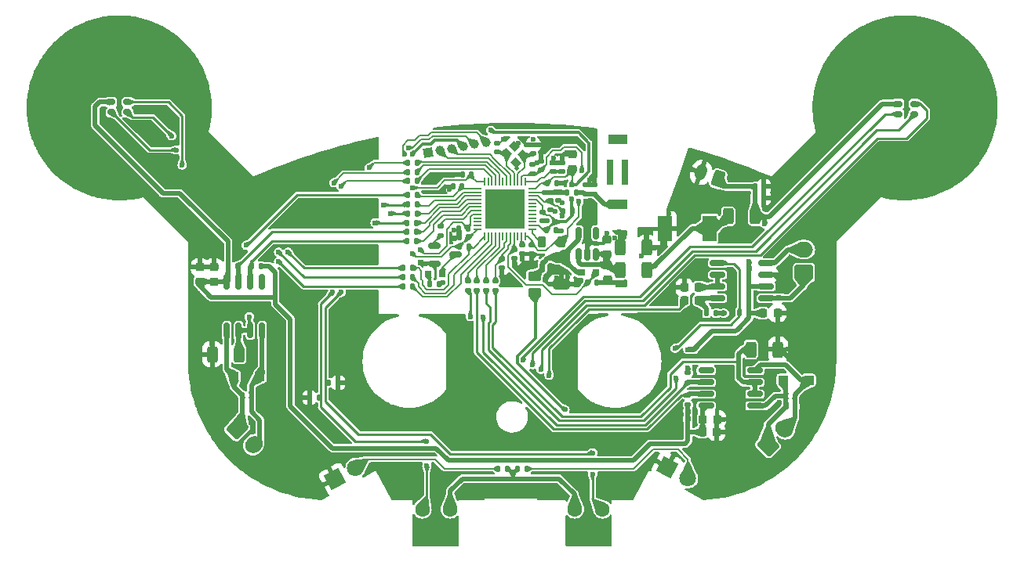
<source format=gbr>
%TF.GenerationSoftware,KiCad,Pcbnew,7.0.1*%
%TF.CreationDate,2023-08-08T22:15:58+07:00*%
%TF.ProjectId,BL706 Robot,424c3730-3620-4526-9f62-6f742e6b6963,rev?*%
%TF.SameCoordinates,Original*%
%TF.FileFunction,Copper,L1,Top*%
%TF.FilePolarity,Positive*%
%FSLAX46Y46*%
G04 Gerber Fmt 4.6, Leading zero omitted, Abs format (unit mm)*
G04 Created by KiCad (PCBNEW 7.0.1) date 2023-08-08 22:15:58*
%MOMM*%
%LPD*%
G01*
G04 APERTURE LIST*
G04 Aperture macros list*
%AMRoundRect*
0 Rectangle with rounded corners*
0 $1 Rounding radius*
0 $2 $3 $4 $5 $6 $7 $8 $9 X,Y pos of 4 corners*
0 Add a 4 corners polygon primitive as box body*
4,1,4,$2,$3,$4,$5,$6,$7,$8,$9,$2,$3,0*
0 Add four circle primitives for the rounded corners*
1,1,$1+$1,$2,$3*
1,1,$1+$1,$4,$5*
1,1,$1+$1,$6,$7*
1,1,$1+$1,$8,$9*
0 Add four rect primitives between the rounded corners*
20,1,$1+$1,$2,$3,$4,$5,0*
20,1,$1+$1,$4,$5,$6,$7,0*
20,1,$1+$1,$6,$7,$8,$9,0*
20,1,$1+$1,$8,$9,$2,$3,0*%
%AMHorizOval*
0 Thick line with rounded ends*
0 $1 width*
0 $2 $3 position (X,Y) of the first rounded end (center of the circle)*
0 $4 $5 position (X,Y) of the second rounded end (center of the circle)*
0 Add line between two ends*
20,1,$1,$2,$3,$4,$5,0*
0 Add two circle primitives to create the rounded ends*
1,1,$1,$2,$3*
1,1,$1,$4,$5*%
%AMRotRect*
0 Rectangle, with rotation*
0 The origin of the aperture is its center*
0 $1 length*
0 $2 width*
0 $3 Rotation angle, in degrees counterclockwise*
0 Add horizontal line*
21,1,$1,$2,0,0,$3*%
G04 Aperture macros list end*
%TA.AperFunction,SMDPad,CuDef*%
%ADD10RoundRect,0.135000X0.185000X-0.135000X0.185000X0.135000X-0.185000X0.135000X-0.185000X-0.135000X0*%
%TD*%
%TA.AperFunction,SMDPad,CuDef*%
%ADD11RoundRect,0.135000X-0.135000X-0.185000X0.135000X-0.185000X0.135000X0.185000X-0.135000X0.185000X0*%
%TD*%
%TA.AperFunction,SMDPad,CuDef*%
%ADD12RoundRect,0.140000X0.170000X-0.140000X0.170000X0.140000X-0.170000X0.140000X-0.170000X-0.140000X0*%
%TD*%
%TA.AperFunction,SMDPad,CuDef*%
%ADD13RoundRect,0.250000X-0.300000X-0.300000X0.300000X-0.300000X0.300000X0.300000X-0.300000X0.300000X0*%
%TD*%
%TA.AperFunction,SMDPad,CuDef*%
%ADD14RoundRect,0.225000X0.225000X0.250000X-0.225000X0.250000X-0.225000X-0.250000X0.225000X-0.250000X0*%
%TD*%
%TA.AperFunction,SMDPad,CuDef*%
%ADD15RoundRect,0.135000X0.135000X0.185000X-0.135000X0.185000X-0.135000X-0.185000X0.135000X-0.185000X0*%
%TD*%
%TA.AperFunction,ComponentPad*%
%ADD16RotRect,1.800000X1.800000X331.500000*%
%TD*%
%TA.AperFunction,ComponentPad*%
%ADD17C,1.800000*%
%TD*%
%TA.AperFunction,SMDPad,CuDef*%
%ADD18RoundRect,0.250000X0.312500X0.625000X-0.312500X0.625000X-0.312500X-0.625000X0.312500X-0.625000X0*%
%TD*%
%TA.AperFunction,SMDPad,CuDef*%
%ADD19R,2.000000X1.000000*%
%TD*%
%TA.AperFunction,SMDPad,CuDef*%
%ADD20R,0.800000X2.800000*%
%TD*%
%TA.AperFunction,SMDPad,CuDef*%
%ADD21RoundRect,0.150000X-0.675000X-0.150000X0.675000X-0.150000X0.675000X0.150000X-0.675000X0.150000X0*%
%TD*%
%TA.AperFunction,SMDPad,CuDef*%
%ADD22RoundRect,0.225000X-0.225000X-0.250000X0.225000X-0.250000X0.225000X0.250000X-0.225000X0.250000X0*%
%TD*%
%TA.AperFunction,SMDPad,CuDef*%
%ADD23RoundRect,0.140000X-0.170000X0.140000X-0.170000X-0.140000X0.170000X-0.140000X0.170000X0.140000X0*%
%TD*%
%TA.AperFunction,SMDPad,CuDef*%
%ADD24RoundRect,0.140000X0.140000X0.170000X-0.140000X0.170000X-0.140000X-0.170000X0.140000X-0.170000X0*%
%TD*%
%TA.AperFunction,SMDPad,CuDef*%
%ADD25R,0.800000X0.800000*%
%TD*%
%TA.AperFunction,SMDPad,CuDef*%
%ADD26RoundRect,0.150000X-0.150000X0.675000X-0.150000X-0.675000X0.150000X-0.675000X0.150000X0.675000X0*%
%TD*%
%TA.AperFunction,SMDPad,CuDef*%
%ADD27RoundRect,0.250000X-0.450000X0.262500X-0.450000X-0.262500X0.450000X-0.262500X0.450000X0.262500X0*%
%TD*%
%TA.AperFunction,SMDPad,CuDef*%
%ADD28RoundRect,0.050000X0.050000X-0.350000X0.050000X0.350000X-0.050000X0.350000X-0.050000X-0.350000X0*%
%TD*%
%TA.AperFunction,SMDPad,CuDef*%
%ADD29RoundRect,0.050000X0.350000X-0.050000X0.350000X0.050000X-0.350000X0.050000X-0.350000X-0.050000X0*%
%TD*%
%TA.AperFunction,SMDPad,CuDef*%
%ADD30R,4.300000X4.300000*%
%TD*%
%TA.AperFunction,SMDPad,CuDef*%
%ADD31RoundRect,0.140000X-0.140000X-0.170000X0.140000X-0.170000X0.140000X0.170000X-0.140000X0.170000X0*%
%TD*%
%TA.AperFunction,SMDPad,CuDef*%
%ADD32RoundRect,0.250000X-0.312500X-0.625000X0.312500X-0.625000X0.312500X0.625000X-0.312500X0.625000X0*%
%TD*%
%TA.AperFunction,SMDPad,CuDef*%
%ADD33RoundRect,0.150000X-0.512500X-0.150000X0.512500X-0.150000X0.512500X0.150000X-0.512500X0.150000X0*%
%TD*%
%TA.AperFunction,ComponentPad*%
%ADD34RotRect,1.800000X1.800000X28.500000*%
%TD*%
%TA.AperFunction,SMDPad,CuDef*%
%ADD35RoundRect,0.225000X0.250000X-0.225000X0.250000X0.225000X-0.250000X0.225000X-0.250000X-0.225000X0*%
%TD*%
%TA.AperFunction,SMDPad,CuDef*%
%ADD36RoundRect,0.218750X0.218750X0.381250X-0.218750X0.381250X-0.218750X-0.381250X0.218750X-0.381250X0*%
%TD*%
%TA.AperFunction,SMDPad,CuDef*%
%ADD37RoundRect,0.175000X0.225000X0.175000X-0.225000X0.175000X-0.225000X-0.175000X0.225000X-0.175000X0*%
%TD*%
%TA.AperFunction,SMDPad,CuDef*%
%ADD38RotRect,0.900000X0.800000X135.000000*%
%TD*%
%TA.AperFunction,SMDPad,CuDef*%
%ADD39R,1.500000X2.700000*%
%TD*%
%TA.AperFunction,ComponentPad*%
%ADD40RotRect,1.000000X1.000000X100.000000*%
%TD*%
%TA.AperFunction,ComponentPad*%
%ADD41HorizOval,1.000000X0.000000X0.000000X0.000000X0.000000X0*%
%TD*%
%TA.AperFunction,ComponentPad*%
%ADD42C,1.600000*%
%TD*%
%TA.AperFunction,SMDPad,CuDef*%
%ADD43RoundRect,0.225000X-0.250000X0.225000X-0.250000X-0.225000X0.250000X-0.225000X0.250000X0.225000X0*%
%TD*%
%TA.AperFunction,SMDPad,CuDef*%
%ADD44RoundRect,0.150000X0.150000X-0.512500X0.150000X0.512500X-0.150000X0.512500X-0.150000X-0.512500X0*%
%TD*%
%TA.AperFunction,SMDPad,CuDef*%
%ADD45RoundRect,0.135000X-0.185000X0.135000X-0.185000X-0.135000X0.185000X-0.135000X0.185000X0.135000X0*%
%TD*%
%TA.AperFunction,SMDPad,CuDef*%
%ADD46RoundRect,0.250000X-0.650000X0.325000X-0.650000X-0.325000X0.650000X-0.325000X0.650000X0.325000X0*%
%TD*%
%TA.AperFunction,ComponentPad*%
%ADD47RoundRect,0.250000X0.750000X-0.600000X0.750000X0.600000X-0.750000X0.600000X-0.750000X-0.600000X0*%
%TD*%
%TA.AperFunction,ComponentPad*%
%ADD48O,2.000000X1.700000*%
%TD*%
%TA.AperFunction,ComponentPad*%
%ADD49RoundRect,0.250000X0.542655X0.467601X-0.115130X0.707015X-0.542655X-0.467601X0.115130X-0.707015X0*%
%TD*%
%TA.AperFunction,ComponentPad*%
%ADD50HorizOval,1.200000X0.094056X0.258415X-0.094056X-0.258415X0*%
%TD*%
%TA.AperFunction,ComponentPad*%
%ADD51RoundRect,0.250000X-0.954594X-0.106066X-0.106066X-0.954594X0.954594X0.106066X0.106066X0.954594X0*%
%TD*%
%TA.AperFunction,ComponentPad*%
%ADD52HorizOval,1.700000X-0.106066X-0.106066X0.106066X0.106066X0*%
%TD*%
%TA.AperFunction,ComponentPad*%
%ADD53RoundRect,0.250000X0.106066X-0.954594X0.954594X-0.106066X-0.106066X0.954594X-0.954594X0.106066X0*%
%TD*%
%TA.AperFunction,ComponentPad*%
%ADD54HorizOval,1.700000X-0.106066X0.106066X0.106066X-0.106066X0*%
%TD*%
%TA.AperFunction,ViaPad*%
%ADD55C,0.600000*%
%TD*%
%TA.AperFunction,ViaPad*%
%ADD56C,0.500000*%
%TD*%
%TA.AperFunction,Conductor*%
%ADD57C,0.200000*%
%TD*%
%TA.AperFunction,Conductor*%
%ADD58C,0.500000*%
%TD*%
%TA.AperFunction,Conductor*%
%ADD59C,0.254000*%
%TD*%
%TA.AperFunction,Conductor*%
%ADD60C,0.300000*%
%TD*%
G04 APERTURE END LIST*
D10*
%TO.P,R43,1*%
%TO.N,/S_SD*%
X197000000Y-124210000D03*
%TO.P,R43,2*%
%TO.N,Net-(U1-GPIO6)*%
X197000000Y-123190000D03*
%TD*%
D11*
%TO.P,R7,1*%
%TO.N,VPP*%
X194090000Y-119500000D03*
%TO.P,R7,2*%
%TO.N,/LED2_R*%
X195110000Y-119500000D03*
%TD*%
D12*
%TO.P,C16,1*%
%TO.N,/AVDD15*%
X204200000Y-111380000D03*
%TO.P,C16,2*%
%TO.N,GNDD*%
X204200000Y-110420000D03*
%TD*%
D13*
%TO.P,D7,1,A1*%
%TO.N,Net-(D7-A1)*%
X229060000Y-133940000D03*
%TO.P,D7,2,A2*%
%TO.N,Net-(D7-A2)*%
X231860000Y-133940000D03*
%TD*%
D14*
%TO.P,C21,1*%
%TO.N,Net-(U2-+IN)*%
X219936000Y-123882000D03*
%TO.P,C21,2*%
%TO.N,GND*%
X218386000Y-123882000D03*
%TD*%
D15*
%TO.P,R8,1*%
%TO.N,Net-(U1-GPIO21)*%
X189510000Y-113900000D03*
%TO.P,R8,2*%
%TO.N,/MC_1*%
X188490000Y-113900000D03*
%TD*%
D16*
%TO.P,D3,1,K*%
%TO.N,GND*%
X216549452Y-143320894D03*
D17*
%TO.P,D3,2,A*%
%TO.N,Net-(D3-A)*%
X218781647Y-144532877D03*
%TD*%
D18*
%TO.P,R41,1*%
%TO.N,/MC_1*%
X170331500Y-131121000D03*
%TO.P,R41,2*%
%TO.N,GND*%
X167406500Y-131121000D03*
%TD*%
D12*
%TO.P,C6,1*%
%TO.N,Net-(ANT1-FEED)*%
X208700000Y-113780000D03*
%TO.P,C6,2*%
%TO.N,GNDD*%
X208700000Y-112820000D03*
%TD*%
%TO.P,C14,1*%
%TO.N,/AVDD15*%
X205200000Y-111380000D03*
%TO.P,C14,2*%
%TO.N,GNDD*%
X205200000Y-110420000D03*
%TD*%
D19*
%TO.P,ANT1,1,FEED*%
%TO.N,Net-(ANT1-FEED)*%
X211200000Y-114900000D03*
%TO.P,ANT1,2,NC_1*%
%TO.N,unconnected-(ANT1-NC_1-Pad2)*%
X211200000Y-107900000D03*
D20*
%TO.P,ANT1,3,NC_2*%
%TO.N,unconnected-(ANT1-NC_2-Pad3)*%
X212015000Y-111400000D03*
%TO.P,ANT1,4,NC_3*%
%TO.N,unconnected-(ANT1-NC_3-Pad4)*%
X210385000Y-111400000D03*
%TD*%
D21*
%TO.P,U2,1,SHUTDOWN*%
%TO.N,/S_SD*%
X221975000Y-121245000D03*
%TO.P,U2,2,BYPASS*%
%TO.N,Net-(U2-+IN)*%
X221975000Y-122515000D03*
%TO.P,U2,3,+IN*%
X221975000Y-123785000D03*
%TO.P,U2,4,-IN*%
%TO.N,Net-(U2--IN)*%
X221975000Y-125055000D03*
%TO.P,U2,5,VO1*%
%TO.N,Net-(U2-VO1)*%
X227225000Y-125055000D03*
%TO.P,U2,6,VDD*%
%TO.N,VCC*%
X227225000Y-123785000D03*
%TO.P,U2,7,GND*%
%TO.N,GND*%
X227225000Y-122515000D03*
%TO.P,U2,8,VO2*%
%TO.N,Net-(U2-VO2)*%
X227225000Y-121245000D03*
%TD*%
D22*
%TO.P,C17,1*%
%TO.N,VCC*%
X226895000Y-126676000D03*
%TO.P,C17,2*%
%TO.N,GND*%
X228445000Y-126676000D03*
%TD*%
D23*
%TO.P,C3,1*%
%TO.N,/DCDC_OUT*%
X201900000Y-119320000D03*
%TO.P,C3,2*%
%TO.N,GNDD*%
X201900000Y-120280000D03*
%TD*%
D10*
%TO.P,R34,1*%
%TO.N,/MOTOR2A*%
X195000000Y-124210000D03*
%TO.P,R34,2*%
%TO.N,Net-(U1-GPIO3)*%
X195000000Y-123190000D03*
%TD*%
D11*
%TO.P,R40,1*%
%TO.N,/P2*%
X188490000Y-112400000D03*
%TO.P,R40,2*%
%TO.N,Net-(U1-GPIO19)*%
X189510000Y-112400000D03*
%TD*%
D23*
%TO.P,C2,1*%
%TO.N,/VDDCORE*%
X200900000Y-119320000D03*
%TO.P,C2,2*%
%TO.N,GNDD*%
X200900000Y-120280000D03*
%TD*%
D18*
%TO.P,R23,1*%
%TO.N,GND*%
X214362500Y-119600000D03*
%TO.P,R23,2*%
%TO.N,GNDD*%
X211437500Y-119600000D03*
%TD*%
D24*
%TO.P,C30,1*%
%TO.N,Net-(D6-A2)*%
X171635000Y-136709000D03*
%TO.P,C30,2*%
%TO.N,Net-(D6-A1)*%
X170675000Y-136709000D03*
%TD*%
D11*
%TO.P,R30,1*%
%TO.N,Net-(D8-A)*%
X190890000Y-123500000D03*
%TO.P,R30,2*%
%TO.N,VPP*%
X191910000Y-123500000D03*
%TD*%
D25*
%TO.P,Q2,C*%
%TO.N,VPP*%
X207350000Y-122300000D03*
%TO.P,Q2,E*%
%TO.N,/IRRX*%
X208850000Y-122300000D03*
%TD*%
D24*
%TO.P,C29,1*%
%TO.N,Net-(D7-A2)*%
X230340000Y-136760000D03*
%TO.P,C29,2*%
%TO.N,Net-(D7-A1)*%
X229380000Y-136760000D03*
%TD*%
D15*
%TO.P,R29,1*%
%TO.N,VCC*%
X172681000Y-121596000D03*
%TO.P,R29,2*%
%TO.N,/MOTOR1A*%
X171661000Y-121596000D03*
%TD*%
D26*
%TO.P,U3,1,NC*%
%TO.N,unconnected-(U3-NC-Pad1)*%
X172806000Y-123289000D03*
%TO.P,U3,2,INA*%
%TO.N,/MOTOR1A*%
X171536000Y-123289000D03*
%TO.P,U3,3,INB*%
%TO.N,/MOTOR1B*%
X170266000Y-123289000D03*
%TO.P,U3,4,VDD*%
%TO.N,VCC*%
X168996000Y-123289000D03*
%TO.P,U3,5,OUTB*%
%TO.N,Net-(D6-A1)*%
X168996000Y-128539000D03*
%TO.P,U3,6,GND*%
%TO.N,/MC_1*%
X170266000Y-128539000D03*
%TO.P,U3,7,GND*%
X171536000Y-128539000D03*
%TO.P,U3,8,OUTA*%
%TO.N,Net-(D6-A2)*%
X172806000Y-128539000D03*
%TD*%
D27*
%TO.P,R27,1*%
%TO.N,VPP*%
X202200000Y-122687500D03*
%TO.P,R27,2*%
%TO.N,/VCC_LED*%
X202200000Y-124512500D03*
%TD*%
D28*
%TO.P,U1,1,GPIO0*%
%TO.N,/LED2_R*%
X196800000Y-118350000D03*
%TO.P,U1,2,GPIO1*%
%TO.N,/LED2_B*%
X197200000Y-118350000D03*
%TO.P,U1,3,GPIO2*%
%TO.N,/LED2_G*%
X197600000Y-118350000D03*
%TO.P,U1,4,GPIO3*%
%TO.N,Net-(U1-GPIO3)*%
X198000000Y-118350000D03*
%TO.P,U1,5,GPIO4*%
%TO.N,Net-(U1-GPIO4)*%
X198400000Y-118350000D03*
%TO.P,U1,6,GPIO5*%
%TO.N,unconnected-(U1-GPIO5-Pad6)*%
X198800000Y-118350000D03*
%TO.P,U1,7,GPIO6*%
%TO.N,Net-(U1-GPIO6)*%
X199200000Y-118350000D03*
%TO.P,U1,8,GPIO7*%
%TO.N,Net-(U1-GPIO7)*%
X199600000Y-118350000D03*
%TO.P,U1,9,GPIO8*%
%TO.N,/IRRX*%
X200000000Y-118350000D03*
%TO.P,U1,10,VDDBUS_USB*%
%TO.N,unconnected-(U1-VDDBUS_USB-Pad10)*%
X200400000Y-118350000D03*
%TO.P,U1,11,VDDCORE*%
%TO.N,/VDDCORE*%
X200800000Y-118350000D03*
%TO.P,U1,12,DCDC_OUT*%
%TO.N,/DCDC_OUT*%
X201200000Y-118350000D03*
D29*
%TO.P,U1,13,SW_DCDC*%
%TO.N,Net-(U1-SW_DCDC)*%
X201950000Y-117600000D03*
%TO.P,U1,14,VDDIO2*%
%TO.N,VPP*%
X201950000Y-117200000D03*
%TO.P,U1,15,GPIO9*%
%TO.N,unconnected-(U1-GPIO9-Pad15)*%
X201950000Y-116800000D03*
%TO.P,U1,16,GPIO10*%
%TO.N,unconnected-(U1-GPIO10-Pad16)*%
X201950000Y-116400000D03*
%TO.P,U1,17,GPIO11*%
%TO.N,unconnected-(U1-GPIO11-Pad17)*%
X201950000Y-116000000D03*
%TO.P,U1,18,GPIO12*%
%TO.N,unconnected-(U1-GPIO12-Pad18)*%
X201950000Y-115600000D03*
%TO.P,U1,19,XTAL32K_IN*%
%TO.N,unconnected-(U1-XTAL32K_IN-Pad19)*%
X201950000Y-115200000D03*
%TO.P,U1,20,XTAL32K_OU*%
%TO.N,unconnected-(U1-XTAL32K_OU-Pad20)*%
X201950000Y-114800000D03*
%TO.P,U1,21,AVDD33_AON*%
%TO.N,VPP*%
X201950000Y-114400000D03*
%TO.P,U1,22,PU_CHIP*%
%TO.N,/RESET*%
X201950000Y-114000000D03*
%TO.P,U1,23,ANT*%
%TO.N,Net-(U1-ANT)*%
X201950000Y-113600000D03*
%TO.P,U1,24,AVDD33_PA*%
%TO.N,VPP*%
X201950000Y-113200000D03*
D28*
%TO.P,U1,25,AVDD15*%
%TO.N,/AVDD15*%
X201200000Y-112450000D03*
%TO.P,U1,26,AVDD_RF*%
%TO.N,/DCDC_OUT*%
X200800000Y-112450000D03*
%TO.P,U1,27,XTAL_HF_IN*%
%TO.N,/XIN*%
X200400000Y-112450000D03*
%TO.P,U1,28,XTAL_HF_OUT*%
%TO.N,/XOUT*%
X200000000Y-112450000D03*
%TO.P,U1,29,GPIO14*%
%TO.N,/UART0_TXD*%
X199600000Y-112450000D03*
%TO.P,U1,30,GPIO15*%
%TO.N,/UART0_RXD*%
X199200000Y-112450000D03*
%TO.P,U1,31,GPIO16*%
%TO.N,unconnected-(U1-GPIO16-Pad31)*%
X198800000Y-112450000D03*
%TO.P,U1,32,GPIO17*%
%TO.N,Net-(U1-GPIO17)*%
X198400000Y-112450000D03*
%TO.P,U1,33,GPIO18*%
%TO.N,Net-(U1-GPIO18)*%
X198000000Y-112450000D03*
%TO.P,U1,34,GPIO19*%
%TO.N,Net-(U1-GPIO19)*%
X197600000Y-112450000D03*
%TO.P,U1,35,GPIO20*%
%TO.N,unconnected-(U1-GPIO20-Pad35)*%
X197200000Y-112450000D03*
%TO.P,U1,36,VDDIO3*%
%TO.N,VPP*%
X196800000Y-112450000D03*
D29*
%TO.P,U1,37,GPIO21*%
%TO.N,Net-(U1-GPIO21)*%
X196050000Y-113200000D03*
%TO.P,U1,38,GPIO22*%
%TO.N,/LED1_R*%
X196050000Y-113600000D03*
%TO.P,U1,39,GPIO23*%
%TO.N,/LED1_B*%
X196050000Y-114000000D03*
%TO.P,U1,40,GPIO24*%
%TO.N,/LED1_G*%
X196050000Y-114400000D03*
%TO.P,U1,41,GPIO25*%
%TO.N,Net-(U1-GPIO25)*%
X196050000Y-114800000D03*
%TO.P,U1,42,GPIO26*%
%TO.N,Net-(U1-GPIO26)*%
X196050000Y-115200000D03*
%TO.P,U1,43,GPIO27*%
%TO.N,/IRTX*%
X196050000Y-115600000D03*
%TO.P,U1,44,GPIO28*%
%TO.N,/BOOT*%
X196050000Y-116000000D03*
%TO.P,U1,45,GPIO29*%
%TO.N,unconnected-(U1-GPIO29-Pad45)*%
X196050000Y-116400000D03*
%TO.P,U1,46,GPIO30*%
%TO.N,unconnected-(U1-GPIO30-Pad46)*%
X196050000Y-116800000D03*
%TO.P,U1,47,GPIO31*%
%TO.N,unconnected-(U1-GPIO31-Pad47)*%
X196050000Y-117200000D03*
%TO.P,U1,48,VDDIO1*%
%TO.N,VPP*%
X196050000Y-117600000D03*
D30*
%TO.P,U1,49,PAD*%
%TO.N,GNDD*%
X199000000Y-115400000D03*
%TD*%
D15*
%TO.P,R16,1*%
%TO.N,/VCC_LED*%
X199310000Y-143500000D03*
%TO.P,R16,2*%
%TO.N,Net-(D4-A)*%
X198290000Y-143500000D03*
%TD*%
D23*
%TO.P,C9,1*%
%TO.N,/RESET*%
X203900000Y-114520000D03*
%TO.P,C9,2*%
%TO.N,GNDD*%
X203900000Y-115480000D03*
%TD*%
D31*
%TO.P,C23,1*%
%TO.N,VCC*%
X226020000Y-114200000D03*
%TO.P,C23,2*%
%TO.N,GND*%
X226980000Y-114200000D03*
%TD*%
%TO.P,C7,1*%
%TO.N,VPP*%
X203520000Y-117700000D03*
%TO.P,C7,2*%
%TO.N,GNDD*%
X204480000Y-117700000D03*
%TD*%
D32*
%TO.P,R32,1*%
%TO.N,Net-(U5-EN)*%
X211447500Y-122030000D03*
%TO.P,R32,2*%
%TO.N,Net-(D5-K)*%
X214372500Y-122030000D03*
%TD*%
D15*
%TO.P,R13,1*%
%TO.N,Net-(U1-GPIO17)*%
X189510000Y-110400000D03*
%TO.P,R13,2*%
%TO.N,/AUDIO*%
X188490000Y-110400000D03*
%TD*%
D32*
%TO.P,R42,1*%
%TO.N,/MC_2*%
X225572500Y-130613000D03*
%TO.P,R42,2*%
%TO.N,GND*%
X228497500Y-130613000D03*
%TD*%
D11*
%TO.P,R28,1*%
%TO.N,VCC*%
X169121000Y-121596000D03*
%TO.P,R28,2*%
%TO.N,/MOTOR1B*%
X170141000Y-121596000D03*
%TD*%
D33*
%TO.P,Q3,1,B*%
%TO.N,Net-(Q3-B)*%
X191400000Y-119400000D03*
%TO.P,Q3,2,E*%
%TO.N,GNDD*%
X191400000Y-121300000D03*
%TO.P,Q3,3,C*%
%TO.N,Net-(D8-K)*%
X193675000Y-120350000D03*
%TD*%
D22*
%TO.P,C28,1*%
%TO.N,VCC*%
X220375000Y-138150000D03*
%TO.P,C28,2*%
%TO.N,GND*%
X221925000Y-138150000D03*
%TD*%
D34*
%TO.P,D4,1,K*%
%TO.N,GND*%
X180653505Y-144613790D03*
D17*
%TO.P,D4,2,A*%
%TO.N,Net-(D4-A)*%
X182885700Y-143401807D03*
%TD*%
D35*
%TO.P,C26,1*%
%TO.N,VCC*%
X166075000Y-123260000D03*
%TO.P,C26,2*%
%TO.N,GND*%
X166075000Y-121710000D03*
%TD*%
D12*
%TO.P,C27,1*%
%TO.N,/DCDC_OUT*%
X202900000Y-111180000D03*
%TO.P,C27,2*%
%TO.N,GNDD*%
X202900000Y-110220000D03*
%TD*%
D10*
%TO.P,R17,1*%
%TO.N,/MC_2*%
X198000000Y-124210000D03*
%TO.P,R17,2*%
%TO.N,Net-(U1-GPIO7)*%
X198000000Y-123190000D03*
%TD*%
D15*
%TO.P,R1,1*%
%TO.N,VPP*%
X206310000Y-115700000D03*
%TO.P,R1,2*%
%TO.N,/RESET*%
X205290000Y-115700000D03*
%TD*%
D22*
%TO.P,C25,1*%
%TO.N,VCC*%
X220325000Y-139550000D03*
%TO.P,C25,2*%
%TO.N,GND*%
X221875000Y-139550000D03*
%TD*%
D10*
%TO.P,R26,1*%
%TO.N,Net-(ANT1-FEED)*%
X207700000Y-113810000D03*
%TO.P,R26,2*%
%TO.N,GNDD*%
X207700000Y-112790000D03*
%TD*%
D36*
%TO.P,L1,1,1*%
%TO.N,/DCDC_OUT*%
X205142500Y-119000000D03*
%TO.P,L1,2,2*%
%TO.N,Net-(U1-SW_DCDC)*%
X203017500Y-119000000D03*
%TD*%
D37*
%TO.P,D2,1,RK*%
%TO.N,Net-(D2-RK)*%
X158250000Y-104950000D03*
%TO.P,D2,2,BK*%
%TO.N,Net-(D2-BK)*%
X156550000Y-104950000D03*
%TO.P,D2,3,A*%
%TO.N,VCC*%
X156550000Y-103850000D03*
%TO.P,D2,4,GK*%
%TO.N,Net-(D2-GK)*%
X158250000Y-103850000D03*
%TD*%
D31*
%TO.P,C5,1*%
%TO.N,GNDD*%
X194120000Y-118500000D03*
%TO.P,C5,2*%
%TO.N,VPP*%
X195080000Y-118500000D03*
%TD*%
D11*
%TO.P,R10,1*%
%TO.N,Net-(D2-BK)*%
X187990000Y-122800000D03*
%TO.P,R10,2*%
%TO.N,/LED2_B*%
X189010000Y-122800000D03*
%TD*%
D15*
%TO.P,R9,1*%
%TO.N,VCC*%
X225386000Y-126676000D03*
%TO.P,R9,2*%
%TO.N,/S_SD*%
X224366000Y-126676000D03*
%TD*%
%TO.P,R33,1*%
%TO.N,GNDD*%
X208960000Y-123410000D03*
%TO.P,R33,2*%
%TO.N,/IRRX*%
X207940000Y-123410000D03*
%TD*%
%TO.P,R20,1*%
%TO.N,Net-(U1-GPIO25)*%
X189491000Y-117900000D03*
%TO.P,R20,2*%
%TO.N,/MOTOR1B*%
X188471000Y-117900000D03*
%TD*%
D23*
%TO.P,C15,1*%
%TO.N,GNDD*%
X198206000Y-108289000D03*
%TO.P,C15,2*%
%TO.N,/XOUT*%
X198206000Y-109249000D03*
%TD*%
D15*
%TO.P,R3,1*%
%TO.N,Net-(U1-GPIO26)*%
X189491000Y-118900000D03*
%TO.P,R3,2*%
%TO.N,/MOTOR1A*%
X188471000Y-118900000D03*
%TD*%
D25*
%TO.P,D8,1,K*%
%TO.N,Net-(D8-K)*%
X192260000Y-122400000D03*
%TO.P,D8,2,A*%
%TO.N,Net-(D8-A)*%
X190760000Y-122400000D03*
%TD*%
D13*
%TO.P,D6,1,A1*%
%TO.N,Net-(D6-A1)*%
X169755000Y-133534000D03*
%TO.P,D6,2,A2*%
%TO.N,Net-(D6-A2)*%
X172555000Y-133534000D03*
%TD*%
D22*
%TO.P,C18,1*%
%TO.N,/AUDIO*%
X218386000Y-125279000D03*
%TO.P,C18,2*%
%TO.N,Net-(U2--IN)*%
X219936000Y-125279000D03*
%TD*%
D18*
%TO.P,R24,1*%
%TO.N,VCC*%
X226062500Y-116200000D03*
%TO.P,R24,2*%
%TO.N,Net-(D5-K)*%
X223137500Y-116200000D03*
%TD*%
D38*
%TO.P,Y1,1,1*%
%TO.N,/XIN*%
X200983883Y-109606066D03*
%TO.P,Y1,2,2*%
%TO.N,GNDD*%
X199993934Y-108616117D03*
%TO.P,Y1,3,3*%
%TO.N,/XOUT*%
X199216117Y-109393934D03*
%TO.P,Y1,4,4*%
%TO.N,GNDD*%
X200206066Y-110383883D03*
%TD*%
D11*
%TO.P,R4,1*%
%TO.N,Net-(D1-BK)*%
X188490000Y-115900000D03*
%TO.P,R4,2*%
%TO.N,/LED1_B*%
X189510000Y-115900000D03*
%TD*%
D24*
%TO.P,C31,1*%
%TO.N,Net-(D7-A2)*%
X230310000Y-135680000D03*
%TO.P,C31,2*%
%TO.N,Net-(D7-A1)*%
X229350000Y-135680000D03*
%TD*%
D39*
%TO.P,D5,1,K*%
%TO.N,Net-(D5-K)*%
X221100000Y-117500000D03*
%TO.P,D5,2,A*%
%TO.N,GND*%
X216300000Y-117500000D03*
%TD*%
D40*
%TO.P,J2,1,Pin_1*%
%TO.N,GNDD*%
X190746471Y-109302666D03*
D41*
%TO.P,J2,2,Pin_2*%
%TO.N,/UART0_RXD*%
X191997177Y-109082133D03*
%TO.P,J2,3,Pin_3*%
%TO.N,/UART0_TXD*%
X193247883Y-108861600D03*
%TO.P,J2,4,Pin_4*%
%TO.N,VPP*%
X194498589Y-108641066D03*
%TO.P,J2,5,Pin_5*%
%TO.N,/BOOT*%
X195749294Y-108420533D03*
%TO.P,J2,6,Pin_6*%
%TO.N,/RESET*%
X197000000Y-108200000D03*
%TD*%
D35*
%TO.P,C12,1*%
%TO.N,VPP*%
X206300000Y-111075000D03*
%TO.P,C12,2*%
%TO.N,GNDD*%
X206300000Y-109525000D03*
%TD*%
D11*
%TO.P,R11,1*%
%TO.N,Net-(D2-GK)*%
X187990000Y-123800000D03*
%TO.P,R11,2*%
%TO.N,/LED2_G*%
X189010000Y-123800000D03*
%TD*%
D42*
%TO.P,R18,1*%
%TO.N,/VCC_LED*%
X193100000Y-147900000D03*
%TO.P,R18,2*%
%TO.N,/P1*%
X190100000Y-147900000D03*
%TD*%
D15*
%TO.P,R19,1*%
%TO.N,/P1*%
X178920000Y-135800000D03*
%TO.P,R19,2*%
%TO.N,GND*%
X177900000Y-135800000D03*
%TD*%
D37*
%TO.P,D1,1,RK*%
%TO.N,Net-(D1-RK)*%
X243250000Y-105150000D03*
%TO.P,D1,2,BK*%
%TO.N,Net-(D1-BK)*%
X241550000Y-105150000D03*
%TO.P,D1,3,A*%
%TO.N,VCC*%
X241550000Y-104050000D03*
%TO.P,D1,4,GK*%
%TO.N,Net-(D1-GK)*%
X243250000Y-104050000D03*
%TD*%
D24*
%TO.P,C33,1*%
%TO.N,Net-(U1-GPIO21)*%
X194380000Y-113000000D03*
%TO.P,C33,2*%
%TO.N,GNDD*%
X193420000Y-113000000D03*
%TD*%
D43*
%TO.P,C13,1*%
%TO.N,Net-(U5-EN)*%
X210100000Y-121495000D03*
%TO.P,C13,2*%
%TO.N,GNDD*%
X210100000Y-123045000D03*
%TD*%
D11*
%TO.P,R15,1*%
%TO.N,/VCC_LED*%
X200390000Y-143500000D03*
%TO.P,R15,2*%
%TO.N,Net-(D3-A)*%
X201410000Y-143500000D03*
%TD*%
%TO.P,R22,1*%
%TO.N,/P2*%
X179990000Y-134200000D03*
%TO.P,R22,2*%
%TO.N,GND*%
X181010000Y-134200000D03*
%TD*%
D35*
%TO.P,C1,1*%
%TO.N,VCC*%
X167599000Y-123260000D03*
%TO.P,C1,2*%
%TO.N,GND*%
X167599000Y-121710000D03*
%TD*%
D11*
%TO.P,R6,1*%
%TO.N,Net-(D1-RK)*%
X188490000Y-114900000D03*
%TO.P,R6,2*%
%TO.N,/LED1_R*%
X189510000Y-114900000D03*
%TD*%
D44*
%TO.P,U5,1,VIN*%
%TO.N,Net-(U5-EN)*%
X206970000Y-120287500D03*
%TO.P,U5,2,GND*%
%TO.N,GNDD*%
X207920000Y-120287500D03*
%TO.P,U5,3,EN*%
%TO.N,Net-(U5-EN)*%
X208870000Y-120287500D03*
%TO.P,U5,4,NC*%
%TO.N,unconnected-(U5-NC-Pad4)*%
X208870000Y-118012500D03*
%TO.P,U5,5,VOUT*%
%TO.N,VPP*%
X206970000Y-118012500D03*
%TD*%
D11*
%TO.P,R25,1*%
%TO.N,GNDD*%
X193990000Y-117500000D03*
%TO.P,R25,2*%
%TO.N,/BOOT*%
X195010000Y-117500000D03*
%TD*%
D31*
%TO.P,C10,1*%
%TO.N,VPP*%
X203620000Y-112600000D03*
%TO.P,C10,2*%
%TO.N,GNDD*%
X204580000Y-112600000D03*
%TD*%
D15*
%TO.P,R14,1*%
%TO.N,Net-(U2-VO1)*%
X221830000Y-126676000D03*
%TO.P,R14,2*%
%TO.N,Net-(U2--IN)*%
X220810000Y-126676000D03*
%TD*%
D23*
%TO.P,C20,1*%
%TO.N,GNDD*%
X202080000Y-108460000D03*
%TO.P,C20,2*%
%TO.N,/XIN*%
X202080000Y-109420000D03*
%TD*%
D45*
%TO.P,R31,1*%
%TO.N,/IRTX*%
X192100000Y-117290000D03*
%TO.P,R31,2*%
%TO.N,Net-(Q3-B)*%
X192100000Y-118310000D03*
%TD*%
%TO.P,R37,1*%
%TO.N,VCC*%
X218780000Y-133151000D03*
%TO.P,R37,2*%
%TO.N,/MOTOR2A*%
X218780000Y-134171000D03*
%TD*%
D10*
%TO.P,R35,1*%
%TO.N,/MOTOR2B*%
X196000000Y-124210000D03*
%TO.P,R35,2*%
%TO.N,Net-(U1-GPIO4)*%
X196000000Y-123190000D03*
%TD*%
D35*
%TO.P,C22,1*%
%TO.N,Net-(U5-EN)*%
X210050000Y-120295000D03*
%TO.P,C22,2*%
%TO.N,GNDD*%
X210050000Y-118745000D03*
%TD*%
D12*
%TO.P,C19,1*%
%TO.N,/DCDC_OUT*%
X202000000Y-111580000D03*
%TO.P,C19,2*%
%TO.N,GNDD*%
X202000000Y-110620000D03*
%TD*%
D42*
%TO.P,R21,1*%
%TO.N,/VCC_LED*%
X206550000Y-147900000D03*
%TO.P,R21,2*%
%TO.N,/P2*%
X209550000Y-147900000D03*
%TD*%
D23*
%TO.P,C34,1*%
%TO.N,Net-(U1-GPIO7)*%
X198700000Y-120820000D03*
%TO.P,C34,2*%
%TO.N,GNDD*%
X198700000Y-121780000D03*
%TD*%
%TO.P,C4,1*%
%TO.N,Net-(U1-ANT)*%
X204800000Y-113520000D03*
%TO.P,C4,2*%
%TO.N,GNDD*%
X204800000Y-114480000D03*
%TD*%
%TO.P,C8,1*%
%TO.N,VPP*%
X203100000Y-115720000D03*
%TO.P,C8,2*%
%TO.N,GNDD*%
X203100000Y-116680000D03*
%TD*%
D24*
%TO.P,C32,1*%
%TO.N,Net-(D6-A2)*%
X171635000Y-135566000D03*
%TO.P,C32,2*%
%TO.N,Net-(D6-A1)*%
X170675000Y-135566000D03*
%TD*%
D31*
%TO.P,C11,1*%
%TO.N,GNDD*%
X194420000Y-111700000D03*
%TO.P,C11,2*%
%TO.N,VPP*%
X195380000Y-111700000D03*
%TD*%
D11*
%TO.P,R39,1*%
%TO.N,/P1*%
X188490000Y-111400000D03*
%TO.P,R39,2*%
%TO.N,Net-(U1-GPIO18)*%
X189510000Y-111400000D03*
%TD*%
D46*
%TO.P,C37,1*%
%TO.N,VPP*%
X205100000Y-120625000D03*
%TO.P,C37,2*%
%TO.N,GNDD*%
X205100000Y-123575000D03*
%TD*%
D31*
%TO.P,C24,1*%
%TO.N,VCC*%
X226020000Y-113000000D03*
%TO.P,C24,2*%
%TO.N,GND*%
X226980000Y-113000000D03*
%TD*%
D11*
%TO.P,R2,1*%
%TO.N,Net-(U1-ANT)*%
X205690000Y-113600000D03*
%TO.P,R2,2*%
%TO.N,Net-(ANT1-FEED)*%
X206710000Y-113600000D03*
%TD*%
%TO.P,R12,1*%
%TO.N,Net-(D2-RK)*%
X187990000Y-121800000D03*
%TO.P,R12,2*%
%TO.N,/LED2_R*%
X189010000Y-121800000D03*
%TD*%
%TO.P,R5,1*%
%TO.N,Net-(D1-GK)*%
X188471000Y-116900000D03*
%TO.P,R5,2*%
%TO.N,/LED1_G*%
X189491000Y-116900000D03*
%TD*%
D21*
%TO.P,U4,1,NC*%
%TO.N,unconnected-(U4-NC-Pad1)*%
X220745000Y-132895000D03*
%TO.P,U4,2,INA*%
%TO.N,/MOTOR2A*%
X220745000Y-134165000D03*
%TO.P,U4,3,INB*%
%TO.N,/MOTOR2B*%
X220745000Y-135435000D03*
%TO.P,U4,4,VDD*%
%TO.N,VCC*%
X220745000Y-136705000D03*
%TO.P,U4,5,OUTB*%
%TO.N,Net-(D7-A1)*%
X225995000Y-136705000D03*
%TO.P,U4,6,GND*%
%TO.N,/MC_2*%
X225995000Y-135435000D03*
%TO.P,U4,7,GND*%
X225995000Y-134165000D03*
%TO.P,U4,8,OUTA*%
%TO.N,Net-(D7-A2)*%
X225995000Y-132895000D03*
%TD*%
D23*
%TO.P,C36,1*%
%TO.N,/IRRX*%
X200000000Y-119820000D03*
%TO.P,C36,2*%
%TO.N,GNDD*%
X200000000Y-120780000D03*
%TD*%
D10*
%TO.P,R36,1*%
%TO.N,VCC*%
X218780000Y-136584000D03*
%TO.P,R36,2*%
%TO.N,/MOTOR2B*%
X218780000Y-135564000D03*
%TD*%
D47*
%TO.P,LS1,1,1*%
%TO.N,Net-(U2-VO1)*%
X231300000Y-122300000D03*
D48*
%TO.P,LS1,2,2*%
%TO.N,Net-(U2-VO2)*%
X231300000Y-119800000D03*
%TD*%
D49*
%TO.P,BT1,1,+*%
%TO.N,VCC*%
X222050000Y-112150000D03*
D50*
%TO.P,BT1,2,-*%
%TO.N,GND*%
X220170615Y-111465960D03*
%TD*%
D51*
%TO.P,M1,1,Pin_1*%
%TO.N,Net-(D6-A1)*%
X170132233Y-139132233D03*
D52*
%TO.P,M1,2,Pin_2*%
%TO.N,Net-(D6-A2)*%
X171900000Y-140900000D03*
%TD*%
D53*
%TO.P,M2,1,Pin_1*%
%TO.N,Net-(D7-A1)*%
X227427348Y-140965115D03*
D54*
%TO.P,M2,2,Pin_2*%
%TO.N,Net-(D7-A2)*%
X229195115Y-139197348D03*
%TD*%
D55*
%TO.N,GND*%
X222600000Y-139550000D03*
X196902334Y-145500000D03*
X224411089Y-114311089D03*
X227680000Y-130580000D03*
X224900000Y-111600000D03*
X196047000Y-138360000D03*
X175727000Y-142678000D03*
X216875000Y-124898000D03*
X223225000Y-118167000D03*
X205953000Y-136074000D03*
X215180000Y-119640000D03*
X166190000Y-132900000D03*
X229110000Y-121620000D03*
X213710000Y-120500000D03*
X231500000Y-127500000D03*
X214220000Y-118460000D03*
X204000000Y-145500000D03*
X166230000Y-129050000D03*
X228480000Y-129440000D03*
X204500000Y-140400000D03*
X225100000Y-143700000D03*
X173314000Y-113341000D03*
X166202000Y-131121000D03*
X223225000Y-135058000D03*
X167400000Y-132310000D03*
X194777000Y-133153000D03*
X229030000Y-123360000D03*
X229745000Y-131545000D03*
X227924000Y-112960000D03*
X198500000Y-145500000D03*
X216700000Y-115900000D03*
X232500000Y-127500000D03*
X233500000Y-127500000D03*
X177886000Y-133661000D03*
X230400000Y-127500000D03*
X167599000Y-120860000D03*
X229500000Y-127500000D03*
X216000000Y-119100000D03*
X229448000Y-126676000D03*
X223225000Y-136455000D03*
X195300242Y-145500000D03*
X167980000Y-129060000D03*
X202307798Y-145500000D03*
X211033000Y-141027000D03*
X181569000Y-135312000D03*
X167370000Y-130000000D03*
X187919000Y-138360000D03*
X227924000Y-114230000D03*
X205953000Y-130867000D03*
X217800000Y-139820000D03*
X211541000Y-145599000D03*
X216240000Y-128708000D03*
X222300000Y-144800000D03*
X181569000Y-129089000D03*
X228540000Y-128480000D03*
X208100000Y-150600000D03*
X166075000Y-120880000D03*
X229610000Y-130590000D03*
X218399000Y-122866000D03*
X176997000Y-145091000D03*
X178902000Y-110928000D03*
X166202000Y-127565000D03*
X200400000Y-145500000D03*
X177886000Y-127438000D03*
X222600000Y-138150000D03*
%TO.N,/DCDC_OUT*%
X207300000Y-111250000D03*
X207000000Y-114600000D03*
%TO.N,VCC*%
X225400000Y-121850000D03*
X227035000Y-116262000D03*
X219450000Y-130600000D03*
X218775000Y-138075000D03*
X225386000Y-121100000D03*
X218780000Y-137344000D03*
X227050000Y-117000000D03*
X218780000Y-130613000D03*
X218780000Y-132590000D03*
%TO.N,/AUDIO*%
X203794000Y-133407000D03*
X184363000Y-110928000D03*
%TO.N,GNDD*%
X193900000Y-111700000D03*
X197200000Y-113600000D03*
X208190000Y-115754000D03*
X200800000Y-117200000D03*
X200100000Y-121300000D03*
X204400000Y-115700000D03*
X210060000Y-118050000D03*
X194900000Y-106500000D03*
X197200000Y-117200000D03*
X199000000Y-117200000D03*
X205200000Y-109900000D03*
X205100000Y-112600000D03*
X199700000Y-106500000D03*
X198714000Y-122300000D03*
X206000000Y-107900000D03*
X197200000Y-115400000D03*
X202900000Y-109800000D03*
X205800000Y-122800000D03*
X201400000Y-121600000D03*
X202500000Y-110420000D03*
X200800000Y-113600000D03*
X199900000Y-123200000D03*
X199000000Y-113600000D03*
D56*
X200256417Y-111005901D03*
D55*
X208620000Y-116770000D03*
X204600000Y-122900000D03*
X199000000Y-115400000D03*
X203600000Y-108300000D03*
X203600000Y-116700000D03*
X205700000Y-109300000D03*
X211400000Y-117900000D03*
X209418000Y-123410000D03*
X193500000Y-117700000D03*
X200500000Y-108300000D03*
X193600000Y-118600000D03*
X205150000Y-117800000D03*
X211900000Y-123500000D03*
X210906000Y-118548000D03*
X198841000Y-107880000D03*
X206200000Y-123500000D03*
X201900000Y-120800000D03*
X207604000Y-116770000D03*
X191300000Y-112100000D03*
X202080000Y-107920000D03*
X210906000Y-123374000D03*
X211900000Y-118500000D03*
X190500000Y-121300000D03*
X208200000Y-114900000D03*
X200800000Y-115400000D03*
X208300000Y-107500000D03*
X200900000Y-120800000D03*
X208158319Y-112244319D03*
X204300000Y-109900000D03*
X193000000Y-113300000D03*
X205200500Y-114700000D03*
%TO.N,VPP*%
X189000000Y-120200000D03*
X203070500Y-121310000D03*
X206200000Y-114300000D03*
X192330403Y-123390403D03*
X203075000Y-121990000D03*
X204442183Y-116800000D03*
X189000000Y-109500000D03*
X206198593Y-112802231D03*
X197500000Y-106900000D03*
X189000000Y-113100000D03*
%TO.N,/RESET*%
X205172536Y-116150500D03*
X188200497Y-109500000D03*
%TO.N,Net-(D1-GK)*%
X184998000Y-116897000D03*
X202905000Y-132772000D03*
%TO.N,Net-(D1-BK)*%
X186649000Y-115881000D03*
X201000000Y-131756000D03*
%TO.N,Net-(D1-RK)*%
X185887000Y-114992000D03*
X202016000Y-132264000D03*
%TO.N,/S_SD*%
X217383000Y-130486000D03*
X217510000Y-133661000D03*
%TO.N,/MC_1*%
X171409000Y-127057000D03*
X171060000Y-119330000D03*
%TO.N,/MOTOR2A*%
X195285000Y-127057000D03*
X196682000Y-127057000D03*
%TO.N,Net-(D2-GK)*%
X174584000Y-121088000D03*
X164170000Y-110674000D03*
%TO.N,/P1*%
X190586000Y-140519000D03*
X180428995Y-124426500D03*
X190586000Y-143200000D03*
X180553000Y-112579000D03*
%TO.N,/P2*%
X208493000Y-141800000D03*
X181315000Y-124426500D03*
X208493000Y-144100000D03*
X181315000Y-112960000D03*
%TO.N,Net-(D2-BK)*%
X163535000Y-109023000D03*
X174584000Y-120072000D03*
%TO.N,/BOOT*%
X188600000Y-108800000D03*
X189900000Y-119800000D03*
%TO.N,Net-(D2-RK)*%
X175600000Y-120072000D03*
X163027000Y-107499000D03*
%TO.N,Net-(D5-K)*%
X215135000Y-121615000D03*
%TO.N,Net-(U2-VO1)*%
X222717000Y-126676000D03*
X228559000Y-125055000D03*
%TO.N,/VCC_LED*%
X199900000Y-144000000D03*
X205500000Y-137100000D03*
%TD*%
D57*
%TO.N,GND*%
X214362500Y-119847500D02*
X214362500Y-119600000D01*
D58*
X166075000Y-121710000D02*
X166075000Y-120880000D01*
X167599000Y-121710000D02*
X167599000Y-120860000D01*
D59*
X214220000Y-118460000D02*
X214220000Y-119457500D01*
D58*
X227894000Y-114200000D02*
X227924000Y-114230000D01*
D59*
X214402500Y-119640000D02*
X214362500Y-119600000D01*
D58*
X229745000Y-131545000D02*
X228813000Y-130613000D01*
X167406500Y-131121000D02*
X166202000Y-131121000D01*
X218386000Y-123882000D02*
X218386000Y-122879000D01*
D57*
X213710000Y-120500000D02*
X214362500Y-119847500D01*
D58*
X226980000Y-113000000D02*
X227884000Y-113000000D01*
D59*
X216300000Y-118800000D02*
X216000000Y-119100000D01*
D58*
X228185000Y-122515000D02*
X229030000Y-123360000D01*
X226980000Y-114200000D02*
X227894000Y-114200000D01*
X227884000Y-113000000D02*
X227924000Y-112960000D01*
X228813000Y-130613000D02*
X228497500Y-130613000D01*
X218386000Y-122879000D02*
X218399000Y-122866000D01*
D59*
X214220000Y-119457500D02*
X214362500Y-119600000D01*
X215180000Y-119640000D02*
X214402500Y-119640000D01*
D58*
X227225000Y-122515000D02*
X228185000Y-122515000D01*
D59*
X216300000Y-117500000D02*
X216300000Y-118800000D01*
D58*
X228445000Y-126676000D02*
X229448000Y-126676000D01*
D57*
%TO.N,/VDDCORE*%
X200800000Y-118350000D02*
X200800000Y-119220000D01*
X200800000Y-119220000D02*
X200900000Y-119320000D01*
%TO.N,/DCDC_OUT*%
X201200000Y-118350000D02*
X201450000Y-118350000D01*
X205400000Y-108700000D02*
X205000000Y-109100000D01*
X207000000Y-114600000D02*
X207000000Y-116240000D01*
X205750000Y-117490000D02*
X205750000Y-118412500D01*
X204260000Y-119100000D02*
X204360000Y-119000000D01*
X207000000Y-116240000D02*
X205750000Y-117490000D01*
X202500000Y-111580000D02*
X202900000Y-111180000D01*
X205750000Y-118412500D02*
X205162500Y-119000000D01*
X200800000Y-111955025D02*
X201005025Y-111750000D01*
X207000000Y-114600000D02*
X207050000Y-114550000D01*
X201005025Y-111750000D02*
X201830000Y-111750000D01*
X201900000Y-119320000D02*
X202020000Y-119320000D01*
X201900000Y-118800000D02*
X201900000Y-119320000D01*
X207300000Y-111250000D02*
X207350000Y-111200000D01*
X203510000Y-110570000D02*
X202900000Y-111180000D01*
X202603877Y-119920000D02*
X203440000Y-119920000D01*
X204360000Y-119000000D02*
X205142500Y-119000000D01*
X207350000Y-111450000D02*
X207350000Y-111300000D01*
X205000000Y-109100000D02*
X204200000Y-109100000D01*
X202280000Y-119580000D02*
X202280000Y-119596123D01*
X202100000Y-111580000D02*
X202500000Y-111580000D01*
X202020000Y-119320000D02*
X202280000Y-119580000D01*
X203510000Y-109790000D02*
X203510000Y-110570000D01*
X207350000Y-109357538D02*
X206692462Y-108700000D01*
X207350000Y-111300000D02*
X207300000Y-111250000D01*
X206692462Y-108700000D02*
X205400000Y-108700000D01*
X204200000Y-109100000D02*
X203510000Y-109790000D01*
X203440000Y-119920000D02*
X204260000Y-119100000D01*
X202280000Y-119596123D02*
X202603877Y-119920000D01*
X201830000Y-111750000D02*
X202000000Y-111580000D01*
X200800000Y-112450000D02*
X200800000Y-111955025D01*
X201450000Y-118350000D02*
X201900000Y-118800000D01*
X207350000Y-111200000D02*
X207350000Y-109357538D01*
%TO.N,Net-(U1-ANT)*%
X201950000Y-113600000D02*
X203154000Y-113600000D01*
X203154000Y-113600000D02*
X203159000Y-113595000D01*
X204680000Y-113600000D02*
X204700000Y-113620000D01*
D58*
X204800000Y-113520000D02*
X204725000Y-113595000D01*
X204880000Y-113600000D02*
X204800000Y-113520000D01*
D57*
X205670000Y-113620000D02*
X205690000Y-113600000D01*
D58*
X205690000Y-113600000D02*
X204880000Y-113600000D01*
X204725000Y-113595000D02*
X203159000Y-113595000D01*
D57*
%TO.N,/XIN*%
X201107107Y-109729290D02*
X200983883Y-109606066D01*
X200400000Y-111640136D02*
X201107107Y-110933029D01*
X202080000Y-109420000D02*
X201893934Y-109606066D01*
X202200000Y-109480000D02*
X202140000Y-109420000D01*
X200400000Y-112450000D02*
X200400000Y-111640136D01*
X202140000Y-109420000D02*
X202080000Y-109420000D01*
X201893934Y-109606066D02*
X200983883Y-109606066D01*
X201107107Y-110933029D02*
X201107107Y-109729290D01*
%TO.N,/AVDD15*%
X201200000Y-112450000D02*
X202484314Y-112450000D01*
X203900000Y-111380000D02*
X205200000Y-111380000D01*
X203290000Y-111990000D02*
X203900000Y-111380000D01*
X202484314Y-112450000D02*
X202944314Y-111990000D01*
X202944314Y-111990000D02*
X203290000Y-111990000D01*
%TO.N,/XOUT*%
X200000000Y-112450000D02*
X200000000Y-111526596D01*
X199002183Y-109380000D02*
X198400000Y-109380000D01*
X200000000Y-111526596D02*
X199200000Y-110726596D01*
X199200000Y-109577817D02*
X199002183Y-109380000D01*
X199200000Y-110726596D02*
X199200000Y-109577817D01*
D58*
%TO.N,VCC*%
X227035000Y-116262000D02*
X227543000Y-116262000D01*
X224140000Y-128440000D02*
X223930000Y-128650000D01*
X223930000Y-128650000D02*
X221410000Y-128650000D01*
X169121000Y-121596000D02*
X169121000Y-123164000D01*
X225386000Y-126676000D02*
X225386000Y-123755000D01*
X226020000Y-113000000D02*
X226020000Y-114200000D01*
X175854000Y-127311000D02*
X175854000Y-136709000D01*
X174330000Y-125787000D02*
X175854000Y-127311000D01*
X155246000Y-103850000D02*
X156550000Y-103850000D01*
X218780000Y-139550000D02*
X220325000Y-139550000D01*
X163916000Y-113722000D02*
X162138000Y-113722000D01*
X169121000Y-123164000D02*
X168996000Y-123289000D01*
X227035000Y-116262000D02*
X226973000Y-116200000D01*
X224140000Y-128440000D02*
X225386000Y-127194000D01*
X154772000Y-104324000D02*
X155246000Y-103850000D01*
X218775000Y-138075000D02*
X218780000Y-138080000D01*
X226020000Y-114200000D02*
X226020000Y-116157500D01*
X225386000Y-126676000D02*
X226895000Y-126676000D01*
X227035000Y-116985000D02*
X227050000Y-117000000D01*
X227225000Y-123785000D02*
X225416000Y-123785000D01*
X169121000Y-118927000D02*
X163916000Y-113722000D01*
X162138000Y-113722000D02*
X154772000Y-106356000D01*
X174203000Y-124975000D02*
X174203000Y-125660000D01*
X222050000Y-112150000D02*
X222900000Y-113000000D01*
X220325000Y-137125000D02*
X220745000Y-136705000D01*
X172681000Y-121596000D02*
X173568000Y-121596000D01*
X227035000Y-116262000D02*
X227035000Y-116985000D01*
X219437000Y-130613000D02*
X219450000Y-130600000D01*
X167290000Y-124940000D02*
X174168000Y-124940000D01*
X225386000Y-127194000D02*
X225386000Y-126676000D01*
X166075000Y-123260000D02*
X166075000Y-123725000D01*
X218780000Y-137344000D02*
X218780000Y-136584000D01*
X218780000Y-139080000D02*
X218780000Y-140470000D01*
X218780000Y-130613000D02*
X219437000Y-130613000D01*
X180426000Y-141281000D02*
X191602000Y-141281000D01*
X168967000Y-123260000D02*
X168996000Y-123289000D01*
X239755000Y-104050000D02*
X241550000Y-104050000D01*
X218780000Y-132590000D02*
X218780000Y-133151000D01*
X219450000Y-130600000D02*
X219463000Y-130613000D01*
X174168000Y-124940000D02*
X174203000Y-124975000D01*
X166075000Y-123260000D02*
X168967000Y-123260000D01*
X192921000Y-142600000D02*
X212900000Y-142600000D01*
X169121000Y-121596000D02*
X169121000Y-118927000D01*
X225416000Y-123785000D02*
X225386000Y-123755000D01*
X154772000Y-106356000D02*
X154772000Y-104324000D01*
X173568000Y-121596000D02*
X174203000Y-122231000D01*
X214700000Y-140800000D02*
X218450000Y-140800000D01*
X191602000Y-141281000D02*
X192921000Y-142600000D01*
X218780000Y-138070000D02*
X218775000Y-138075000D01*
X174203000Y-122231000D02*
X174203000Y-124975000D01*
X166075000Y-123725000D02*
X167290000Y-124940000D01*
X226973000Y-116200000D02*
X226062500Y-116200000D01*
X225386000Y-121864000D02*
X225386000Y-123755000D01*
X212900000Y-142600000D02*
X214700000Y-140800000D01*
X219460000Y-130600000D02*
X219450000Y-130600000D01*
X225386000Y-121100000D02*
X225386000Y-121836000D01*
X175854000Y-136709000D02*
X180426000Y-141281000D01*
X222900000Y-113000000D02*
X226020000Y-113000000D01*
X218780000Y-137344000D02*
X218780000Y-138070000D01*
X174203000Y-125660000D02*
X174330000Y-125787000D01*
X220325000Y-139550000D02*
X220325000Y-137125000D01*
X218780000Y-139080000D02*
X218780000Y-139550000D01*
X225386000Y-121836000D02*
X225400000Y-121850000D01*
X221410000Y-128650000D02*
X219460000Y-130600000D01*
X227543000Y-116262000D02*
X239755000Y-104050000D01*
X225400000Y-121850000D02*
X225386000Y-121864000D01*
X218780000Y-140470000D02*
X218450000Y-140800000D01*
X218780000Y-138080000D02*
X218780000Y-139080000D01*
D57*
%TO.N,/AUDIO*%
X188490000Y-110400000D02*
X184891000Y-110400000D01*
D59*
X209890000Y-126260000D02*
X208041156Y-126260000D01*
D57*
X184891000Y-110400000D02*
X184363000Y-110928000D01*
D59*
X217786000Y-126260000D02*
X209890000Y-126260000D01*
X206979578Y-127321578D02*
X203794000Y-130507156D01*
X208041156Y-126260000D02*
X206979578Y-127321578D01*
X218513000Y-125533000D02*
X217786000Y-126260000D01*
X203794000Y-130507156D02*
X203794000Y-133407000D01*
D57*
%TO.N,Net-(U1-GPIO21)*%
X194480000Y-113000000D02*
X193401000Y-114079000D01*
X194580000Y-113200000D02*
X194380000Y-113000000D01*
X189689000Y-114079000D02*
X189510000Y-113900000D01*
X193401000Y-114079000D02*
X189689000Y-114079000D01*
X196050000Y-113200000D02*
X194580000Y-113200000D01*
%TO.N,Net-(ANT1-FEED)*%
X206710000Y-113600000D02*
X206710000Y-113610000D01*
D58*
X207490000Y-113600000D02*
X207700000Y-113810000D01*
X207700000Y-113810000D02*
X208670000Y-113810000D01*
X206710000Y-113600000D02*
X207490000Y-113600000D01*
X208700000Y-113780000D02*
X209785000Y-114865000D01*
D57*
X206710000Y-113610000D02*
X206910000Y-113810000D01*
D58*
X211165000Y-114865000D02*
X211200000Y-114900000D01*
X208670000Y-113810000D02*
X208700000Y-113780000D01*
X209785000Y-114865000D02*
X211165000Y-114865000D01*
D57*
%TO.N,Net-(U1-GPIO7)*%
X199600000Y-118350000D02*
X199600000Y-119100000D01*
X198700000Y-120400000D02*
X198700000Y-120820000D01*
X198700000Y-120820000D02*
X198700000Y-120847746D01*
X199344975Y-119355025D02*
X199344975Y-119755025D01*
X199600000Y-119100000D02*
X199344975Y-119355025D01*
X198700000Y-120847746D02*
X198000000Y-121547746D01*
X199344975Y-119755025D02*
X198700000Y-120400000D01*
X198000000Y-121547746D02*
X198000000Y-123190000D01*
D58*
%TO.N,GNDD*%
X205150000Y-117800000D02*
X204580000Y-117800000D01*
X210942000Y-123410000D02*
X211810000Y-123410000D01*
X210870000Y-123410000D02*
X210906000Y-123374000D01*
D60*
X208300000Y-119100000D02*
X209695000Y-119100000D01*
D58*
X209418000Y-123410000D02*
X208960000Y-123410000D01*
X202110000Y-120490000D02*
X201900000Y-120280000D01*
X210906000Y-123374000D02*
X210942000Y-123410000D01*
D60*
X209695000Y-119100000D02*
X210050000Y-118745000D01*
D57*
X208158319Y-112331681D02*
X207700000Y-112790000D01*
D58*
X204580000Y-117800000D02*
X204480000Y-117700000D01*
X209418000Y-123410000D02*
X210870000Y-123410000D01*
X211810000Y-123410000D02*
X211900000Y-123500000D01*
D60*
X207920000Y-120287500D02*
X207920000Y-119480000D01*
D57*
X198432000Y-108289000D02*
X198841000Y-107880000D01*
X208158319Y-112244319D02*
X208158319Y-112331681D01*
D60*
X207920000Y-119480000D02*
X208300000Y-119100000D01*
D57*
X198206000Y-108289000D02*
X198432000Y-108289000D01*
D58*
%TO.N,VPP*%
X206310000Y-115827315D02*
X206310000Y-115700000D01*
D60*
X192019597Y-123390403D02*
X191910000Y-123500000D01*
D57*
X191700000Y-113100000D02*
X189000000Y-113100000D01*
D60*
X191378620Y-108000000D02*
X193821375Y-108000000D01*
X208100000Y-111384106D02*
X208100000Y-108300000D01*
X204442183Y-116800000D02*
X205600000Y-116800000D01*
D57*
X203100000Y-115055025D02*
X203100000Y-115420000D01*
X204348529Y-116800000D02*
X204442183Y-116800000D01*
D60*
X198150000Y-107150000D02*
X197750000Y-107150000D01*
X205600000Y-116800000D02*
X206310000Y-116090000D01*
D58*
X206970000Y-118012500D02*
X206970000Y-118730000D01*
X205100000Y-120625000D02*
X204975000Y-120750000D01*
D60*
X206200000Y-114300000D02*
X206250000Y-114350000D01*
D58*
X206775000Y-122300000D02*
X207350000Y-122300000D01*
D57*
X193226104Y-119500000D02*
X192126104Y-120600000D01*
X204442183Y-116800000D02*
X204442183Y-116693654D01*
D58*
X203070500Y-121985500D02*
X203075000Y-121990000D01*
D57*
X202300000Y-113200000D02*
X202900000Y-112600000D01*
X194770000Y-112310000D02*
X192490000Y-112310000D01*
D60*
X206681875Y-112802231D02*
X208100000Y-111384106D01*
D57*
X203848529Y-116100000D02*
X203480000Y-116100000D01*
X204442183Y-116693654D02*
X203848529Y-116100000D01*
X195150000Y-118500000D02*
X195080000Y-118500000D01*
X201950000Y-117200000D02*
X202687746Y-117200000D01*
D60*
X192330403Y-123390403D02*
X192019597Y-123390403D01*
D57*
X206300000Y-111212254D02*
X206300000Y-111075000D01*
X204260000Y-111960000D02*
X205552254Y-111960000D01*
D60*
X206250000Y-115640000D02*
X206310000Y-115700000D01*
X189000000Y-109500000D02*
X190156045Y-108343955D01*
D57*
X196800000Y-112450000D02*
X195930000Y-112450000D01*
D60*
X191034665Y-108343955D02*
X191378620Y-108000000D01*
X208100000Y-108300000D02*
X206950000Y-107150000D01*
D58*
X203630500Y-120750000D02*
X203070500Y-121310000D01*
X204975000Y-120750000D02*
X203630500Y-120750000D01*
D57*
X195930000Y-112450000D02*
X195380000Y-111900000D01*
D60*
X206950000Y-107150000D02*
X198150000Y-107150000D01*
D57*
X205552254Y-111960000D02*
X206300000Y-111212254D01*
X203187746Y-117700000D02*
X203520000Y-117700000D01*
X203520000Y-117627746D02*
X203847746Y-117300000D01*
X201950000Y-114400000D02*
X202444975Y-114400000D01*
X203520000Y-117700000D02*
X203520000Y-117627746D01*
X189400000Y-120600000D02*
X189000000Y-120200000D01*
X206300000Y-112700824D02*
X206198593Y-112802231D01*
D60*
X206250000Y-114350000D02*
X206250000Y-115640000D01*
X190156045Y-108343955D02*
X191034665Y-108343955D01*
D58*
X205100000Y-120625000D02*
X206775000Y-122300000D01*
D57*
X195380000Y-111700000D02*
X194770000Y-112310000D01*
X192490000Y-112310000D02*
X191700000Y-113100000D01*
D58*
X203070500Y-121310000D02*
X203070500Y-121985500D01*
X205100000Y-120600000D02*
X205100000Y-120625000D01*
X202897500Y-121990000D02*
X202200000Y-122687500D01*
D60*
X206198593Y-112802231D02*
X206681875Y-112802231D01*
D57*
X202900000Y-112600000D02*
X203520000Y-112600000D01*
X192126104Y-120600000D02*
X189400000Y-120600000D01*
X203848529Y-117300000D02*
X204348529Y-116800000D01*
X202444975Y-114400000D02*
X203100000Y-115055025D01*
D58*
X206970000Y-118730000D02*
X205100000Y-120600000D01*
D57*
X201950000Y-113200000D02*
X202300000Y-113200000D01*
X194090000Y-119490000D02*
X195080000Y-118500000D01*
X202687746Y-117200000D02*
X203187746Y-117700000D01*
X203847746Y-117300000D02*
X203848529Y-117300000D01*
X206300000Y-111075000D02*
X206300000Y-112700824D01*
X194090000Y-119500000D02*
X193226104Y-119500000D01*
D60*
X197750000Y-107150000D02*
X197500000Y-106900000D01*
X206310000Y-116090000D02*
X206310000Y-115700000D01*
D57*
X196050000Y-117600000D02*
X195150000Y-118500000D01*
X203620000Y-112600000D02*
X204260000Y-111960000D01*
X194090000Y-119500000D02*
X194090000Y-119490000D01*
D58*
X203075000Y-121990000D02*
X202897500Y-121990000D01*
D60*
X193821375Y-108000000D02*
X194200000Y-108378625D01*
D57*
X203480000Y-116100000D02*
X203100000Y-115720000D01*
%TO.N,/RESET*%
X188200497Y-109500000D02*
X188000000Y-109299503D01*
X202610661Y-114000000D02*
X201950000Y-114000000D01*
X205290000Y-116033036D02*
X205172536Y-116150500D01*
X191026538Y-107150000D02*
X195950000Y-107150000D01*
X195950000Y-107150000D02*
X197000000Y-108200000D01*
X204650000Y-115060000D02*
X204440000Y-115060000D01*
X204440000Y-115060000D02*
X203900000Y-114520000D01*
X188000000Y-109299503D02*
X188000000Y-108551471D01*
X205290000Y-115700000D02*
X205290000Y-116033036D01*
X188553552Y-107997919D02*
X189300000Y-107997919D01*
X203900000Y-114620000D02*
X203230661Y-114620000D01*
X188000000Y-108551471D02*
X188553552Y-107997919D01*
X203230661Y-114620000D02*
X202610661Y-114000000D01*
X205172536Y-116150500D02*
X205172536Y-115582536D01*
X189300000Y-107997919D02*
X189809650Y-107488269D01*
X190688269Y-107488269D02*
X191026538Y-107150000D01*
X189809650Y-107488269D02*
X190688269Y-107488269D01*
X205172536Y-115582536D02*
X204650000Y-115060000D01*
D58*
%TO.N,Net-(U2-+IN)*%
X221878000Y-123882000D02*
X221975000Y-123785000D01*
X221975000Y-122515000D02*
X221975000Y-123785000D01*
X221975000Y-122515000D02*
X221975000Y-123820000D01*
X219936000Y-123882000D02*
X221878000Y-123882000D01*
%TO.N,Net-(D7-A2)*%
X230340000Y-138052463D02*
X229355115Y-139037348D01*
X230310000Y-135680000D02*
X230310000Y-135490000D01*
X230310000Y-135490000D02*
X231860000Y-133940000D01*
X226626000Y-132264000D02*
X229321000Y-132264000D01*
X230997000Y-133940000D02*
X229321000Y-132264000D01*
X230310000Y-135680000D02*
X230310000Y-136730000D01*
X230340000Y-136760000D02*
X230340000Y-138052463D01*
X231860000Y-133940000D02*
X230997000Y-133940000D01*
X225995000Y-132895000D02*
X226626000Y-132264000D01*
%TO.N,Net-(D7-A1)*%
X227145000Y-136705000D02*
X228210000Y-135640000D01*
X228210000Y-135640000D02*
X229310000Y-135640000D01*
X227427348Y-138712652D02*
X227427348Y-140965115D01*
X229350000Y-135680000D02*
X229350000Y-136730000D01*
X229350000Y-135680000D02*
X229350000Y-134230000D01*
X229350000Y-134230000D02*
X229060000Y-133940000D01*
X225995000Y-136705000D02*
X227145000Y-136705000D01*
X229310000Y-135640000D02*
X229350000Y-135680000D01*
X229380000Y-136760000D02*
X227427348Y-138712652D01*
D59*
%TO.N,Net-(D1-GK)*%
X226580000Y-120400000D02*
X239227000Y-107753000D01*
X202905000Y-132772000D02*
X203032000Y-132645000D01*
X242402000Y-107753000D02*
X244561000Y-105594000D01*
X243906000Y-104050000D02*
X243250000Y-104050000D01*
X203032000Y-132645000D02*
X203032000Y-130627104D01*
X219475053Y-120400000D02*
X226580000Y-120400000D01*
X188468000Y-116897000D02*
X188471000Y-116900000D01*
X244561000Y-104705000D02*
X243906000Y-104050000D01*
X214069053Y-125806000D02*
X219475053Y-120400000D01*
X184998000Y-116897000D02*
X188468000Y-116897000D01*
X239227000Y-107753000D02*
X242402000Y-107753000D01*
X207853104Y-125806000D02*
X214069053Y-125806000D01*
X244561000Y-105594000D02*
X244561000Y-104705000D01*
X203032000Y-130627104D02*
X207853104Y-125806000D01*
%TO.N,Net-(D1-BK)*%
X219008000Y-119492000D02*
X213602000Y-124898000D01*
X188471000Y-115881000D02*
X188490000Y-115900000D01*
X241550000Y-105150000D02*
X240050000Y-105150000D01*
X213602000Y-124898000D02*
X207477000Y-124898000D01*
X201000000Y-131375000D02*
X201000000Y-131756000D01*
X186649000Y-115881000D02*
X188471000Y-115881000D01*
X225708000Y-119492000D02*
X219008000Y-119492000D01*
X207477000Y-124898000D02*
X201000000Y-131375000D01*
X240050000Y-105150000D02*
X225708000Y-119492000D01*
%TO.N,Net-(D1-RK)*%
X207665052Y-125352000D02*
X213881000Y-125352000D01*
X226104000Y-119946000D02*
X239186000Y-106864000D01*
X202016000Y-131001052D02*
X207665052Y-125352000D01*
X213881000Y-125352000D02*
X219287000Y-119946000D01*
X185887000Y-114992000D02*
X188398000Y-114992000D01*
X188398000Y-114992000D02*
X188490000Y-114900000D01*
X219287000Y-119946000D02*
X226104000Y-119946000D01*
X239186000Y-106864000D02*
X241536000Y-106864000D01*
X202016000Y-132264000D02*
X202016000Y-131001052D01*
X241536000Y-106864000D02*
X243250000Y-105150000D01*
%TO.N,/S_SD*%
X214000948Y-138306000D02*
X217510000Y-134796948D01*
X197244000Y-130667000D02*
X204883000Y-138306000D01*
X224366000Y-126676000D02*
X224366000Y-121975000D01*
X197244000Y-127757947D02*
X197244000Y-130667000D01*
X197444000Y-126040000D02*
X197444000Y-127557947D01*
X197000000Y-124210000D02*
X197000000Y-125596000D01*
X197444000Y-127557947D02*
X197244000Y-127757947D01*
X217383000Y-130486000D02*
X217594000Y-130486000D01*
X217510000Y-134796948D02*
X217510000Y-133661000D01*
X197000000Y-125596000D02*
X197444000Y-126040000D01*
X204883000Y-138306000D02*
X214000948Y-138306000D01*
X217594000Y-130486000D02*
X220120000Y-127960000D01*
X222072000Y-121342000D02*
X221975000Y-121245000D01*
X224366000Y-121975000D02*
X223733000Y-121342000D01*
X220120000Y-127960000D02*
X223370000Y-127960000D01*
X223370000Y-127960000D02*
X224366000Y-126964000D01*
X224366000Y-126964000D02*
X224366000Y-126676000D01*
X223733000Y-121342000D02*
X222072000Y-121342000D01*
D58*
%TO.N,/MC_1*%
X170266000Y-128539000D02*
X171536000Y-128539000D01*
X170266000Y-131055500D02*
X170331500Y-131121000D01*
D59*
X171135000Y-119330000D02*
X176565000Y-113900000D01*
X171060000Y-119330000D02*
X171135000Y-119330000D01*
X171409000Y-127057000D02*
X171409000Y-128412000D01*
X176565000Y-113900000D02*
X188490000Y-113900000D01*
D58*
X170266000Y-128539000D02*
X170266000Y-131055500D01*
D59*
X171409000Y-128412000D02*
X171536000Y-128539000D01*
%TO.N,/MC_2*%
X213700000Y-137852000D02*
X216875000Y-134677000D01*
X198000000Y-127644000D02*
X197698000Y-127946000D01*
X205191000Y-137852000D02*
X213700000Y-137852000D01*
X216875000Y-134677000D02*
X216875000Y-133280000D01*
D58*
X224241000Y-131089000D02*
X224717000Y-130613000D01*
D59*
X197698000Y-130359000D02*
X205191000Y-137852000D01*
D58*
X225995000Y-134165000D02*
X224745000Y-134165000D01*
D59*
X198000000Y-124210000D02*
X198000000Y-127644000D01*
X224241000Y-131910000D02*
X224241000Y-131629000D01*
D58*
X224745000Y-134165000D02*
X224241000Y-133661000D01*
D59*
X218245000Y-131910000D02*
X224241000Y-131910000D01*
D58*
X224717000Y-130613000D02*
X225572500Y-130613000D01*
D59*
X197698000Y-127946000D02*
X197698000Y-130359000D01*
X216875000Y-133280000D02*
X218245000Y-131910000D01*
D58*
X225995000Y-135435000D02*
X225995000Y-134165000D01*
X224241000Y-133661000D02*
X224241000Y-131629000D01*
X224241000Y-131629000D02*
X224241000Y-131089000D01*
D59*
%TO.N,/MOTOR2A*%
X195285000Y-127057000D02*
X195285000Y-124495000D01*
D58*
X218786000Y-134165000D02*
X218780000Y-134171000D01*
X220745000Y-134165000D02*
X218786000Y-134165000D01*
D59*
X218778000Y-134171000D02*
X214189000Y-138760000D01*
X214189000Y-138760000D02*
X204575000Y-138760000D01*
X218780000Y-134171000D02*
X218778000Y-134171000D01*
X204575000Y-138760000D02*
X196682000Y-130867000D01*
X196682000Y-130867000D02*
X196682000Y-127057000D01*
X195285000Y-124495000D02*
X195000000Y-124210000D01*
%TO.N,Net-(D2-GK)*%
X164170000Y-110674000D02*
X164170000Y-105340000D01*
X162680000Y-103850000D02*
X158250000Y-103850000D01*
X177296000Y-123800000D02*
X174584000Y-121088000D01*
X164170000Y-105340000D02*
X162680000Y-103850000D01*
X187990000Y-123800000D02*
X177296000Y-123800000D01*
D58*
%TO.N,/MOTOR1B*%
X170266000Y-123289000D02*
X170266000Y-121721000D01*
D59*
X173837000Y-117900000D02*
X170141000Y-121596000D01*
X188471000Y-117900000D02*
X173837000Y-117900000D01*
D58*
X170266000Y-121721000D02*
X170141000Y-121596000D01*
D59*
%TO.N,/P1*%
X179156000Y-125699495D02*
X179156000Y-126803000D01*
D57*
X188490000Y-111400000D02*
X188362000Y-111528000D01*
D59*
X182839000Y-140519000D02*
X190586000Y-140519000D01*
X190586000Y-143200000D02*
X190586000Y-147414000D01*
X179156000Y-126803000D02*
X179156000Y-136836000D01*
D57*
X181604000Y-111528000D02*
X180553000Y-112579000D01*
X188362000Y-111528000D02*
X181604000Y-111528000D01*
D59*
X182458000Y-140138000D02*
X182839000Y-140519000D01*
X180428995Y-124426500D02*
X179156000Y-125699495D01*
X190586000Y-147414000D02*
X190100000Y-147900000D01*
X179156000Y-136836000D02*
X182458000Y-140138000D01*
%TO.N,/MOTOR1A*%
X171661000Y-121090000D02*
X171661000Y-121596000D01*
X173851000Y-118900000D02*
X171661000Y-121090000D01*
D58*
X171536000Y-121721000D02*
X171661000Y-121596000D01*
X171536000Y-123289000D02*
X171536000Y-121721000D01*
D59*
X188471000Y-118900000D02*
X173851000Y-118900000D01*
%TO.N,/P2*%
X193110000Y-141900000D02*
X190967000Y-139757000D01*
X183220000Y-139757000D02*
X179664000Y-136201000D01*
X179664000Y-136201000D02*
X179664000Y-126077500D01*
D57*
X188490000Y-112400000D02*
X181875000Y-112400000D01*
X181875000Y-112400000D02*
X181315000Y-112960000D01*
D59*
X208493000Y-146843000D02*
X209550000Y-147900000D01*
X208493000Y-141800000D02*
X208393000Y-141900000D01*
X208393000Y-141900000D02*
X193110000Y-141900000D01*
X179664000Y-126077500D02*
X181315000Y-124426500D01*
X208493000Y-144100000D02*
X208493000Y-146843000D01*
X190967000Y-139757000D02*
X183220000Y-139757000D01*
D58*
X209590000Y-147860000D02*
X209550000Y-147900000D01*
D59*
%TO.N,Net-(D2-BK)*%
X163535000Y-109023000D02*
X160623000Y-109023000D01*
X160623000Y-109023000D02*
X156550000Y-104950000D01*
X187990000Y-122800000D02*
X177312000Y-122800000D01*
X177312000Y-122800000D02*
X174584000Y-120072000D01*
D57*
%TO.N,/BOOT*%
X194390000Y-116880000D02*
X193420000Y-116880000D01*
X195300000Y-116255025D02*
X195300000Y-117210000D01*
X194747230Y-107550000D02*
X195465167Y-108267937D01*
X191192224Y-107550000D02*
X194747230Y-107550000D01*
X191898896Y-120200000D02*
X190300000Y-120200000D01*
X190300000Y-120200000D02*
X189900000Y-119800000D01*
X189969649Y-107893955D02*
X190848269Y-107893955D01*
X192720000Y-119378896D02*
X191898896Y-120200000D01*
X188600000Y-108800000D02*
X189063604Y-108800000D01*
X195300000Y-117210000D02*
X195010000Y-117500000D01*
X189063604Y-108800000D02*
X189969649Y-107893955D01*
X195555025Y-116000000D02*
X195300000Y-116255025D01*
X192720000Y-117580000D02*
X192720000Y-119378896D01*
X196050000Y-116000000D02*
X195555025Y-116000000D01*
X195010000Y-117500000D02*
X194390000Y-116880000D01*
X193420000Y-116880000D02*
X192720000Y-117580000D01*
X190848269Y-107893955D02*
X191192224Y-107550000D01*
D59*
%TO.N,Net-(D2-RK)*%
X158767000Y-105467000D02*
X158250000Y-104950000D01*
X177328000Y-121800000D02*
X175600000Y-120072000D01*
X160995000Y-105467000D02*
X158767000Y-105467000D01*
X187990000Y-121800000D02*
X177328000Y-121800000D01*
X163027000Y-107499000D02*
X160995000Y-105467000D01*
D57*
%TO.N,Net-(D3-A)*%
X217700000Y-141400000D02*
X215000000Y-141400000D01*
X218781647Y-142481647D02*
X217700000Y-141400000D01*
X212900000Y-143500000D02*
X201410000Y-143500000D01*
X218781647Y-144532877D02*
X218781647Y-142481647D01*
X215000000Y-141400000D02*
X212900000Y-143500000D01*
%TO.N,/UART0_TXD*%
X193247883Y-108861600D02*
X193886283Y-109500000D01*
X199600000Y-112450000D02*
X199600000Y-111692282D01*
X199600000Y-111692282D02*
X197867718Y-109960000D01*
X193886283Y-109500000D02*
X197407718Y-109500000D01*
X197407718Y-109500000D02*
X197867718Y-109960000D01*
%TO.N,/UART0_RXD*%
X192815044Y-109900000D02*
X191997177Y-109082133D01*
X197242031Y-109900000D02*
X192815044Y-109900000D01*
X199200000Y-112450000D02*
X199200000Y-111857968D01*
X199200000Y-111857968D02*
X197242031Y-109900000D01*
%TO.N,Net-(D4-A)*%
X182885700Y-143401807D02*
X183787507Y-142500000D01*
X183787507Y-142500000D02*
X191500000Y-142500000D01*
X192500000Y-143500000D02*
X198290000Y-143500000D01*
X191500000Y-142500000D02*
X192500000Y-143500000D01*
%TO.N,/LED1_B*%
X190800000Y-115900000D02*
X189510000Y-115900000D01*
X191820000Y-114880000D02*
X190800000Y-115900000D01*
X193846595Y-114880000D02*
X191820000Y-114880000D01*
X194726595Y-114000000D02*
X193846595Y-114880000D01*
X196050000Y-114000000D02*
X194726595Y-114000000D01*
%TO.N,/LED1_G*%
X194012281Y-115280000D02*
X192020000Y-115280000D01*
X194892281Y-114400000D02*
X194012281Y-115280000D01*
X192020000Y-115280000D02*
X190400000Y-116900000D01*
X190400000Y-116900000D02*
X189491000Y-116900000D01*
X196050000Y-114400000D02*
X194892281Y-114400000D01*
%TO.N,/LED1_R*%
X194560909Y-113600000D02*
X193681908Y-114479000D01*
X193681908Y-114479000D02*
X191421000Y-114479000D01*
X196050000Y-113600000D02*
X194560909Y-113600000D01*
X191421000Y-114479000D02*
X190805000Y-115095000D01*
X190805000Y-115095000D02*
X189510000Y-115095000D01*
%TO.N,/LED2_G*%
X194280000Y-122522942D02*
X197600000Y-119202942D01*
X190130000Y-124920000D02*
X192780000Y-124920000D01*
X192780000Y-124920000D02*
X194280000Y-123420000D01*
X189010000Y-123800000D02*
X190130000Y-124920000D01*
X197600000Y-119202942D02*
X197600000Y-118350000D01*
X194280000Y-123420000D02*
X194280000Y-122522942D01*
%TO.N,/LED2_R*%
X190000000Y-123000000D02*
X190000000Y-122100000D01*
X190100000Y-123645183D02*
X190100000Y-123100000D01*
X190574817Y-124120000D02*
X190100000Y-123645183D01*
X192448628Y-124120000D02*
X190574817Y-124120000D01*
X189700000Y-121800000D02*
X189010000Y-121800000D01*
X192960000Y-123608628D02*
X192448628Y-124120000D01*
X190000000Y-122100000D02*
X189700000Y-121800000D01*
X190100000Y-123100000D02*
X190000000Y-123000000D01*
X195110000Y-119500000D02*
X195110000Y-120290000D01*
X195110000Y-120290000D02*
X192960000Y-122440000D01*
X196800000Y-118400000D02*
X195590000Y-119610000D01*
X195590000Y-119610000D02*
X195000000Y-119610000D01*
X196800000Y-118350000D02*
X196800000Y-118400000D01*
X192960000Y-122440000D02*
X192960000Y-123608628D01*
%TO.N,/LED2_B*%
X189010000Y-122800000D02*
X189700000Y-123490000D01*
X193544975Y-123589339D02*
X193544975Y-122500000D01*
X190409131Y-124520000D02*
X192614314Y-124520000D01*
X193544975Y-122500000D02*
X197200000Y-118844975D01*
X189700000Y-123810869D02*
X190409131Y-124520000D01*
X189700000Y-123490000D02*
X189700000Y-123810869D01*
X192614314Y-124520000D02*
X193544975Y-123589339D01*
X197200000Y-118844975D02*
X197200000Y-118350000D01*
%TO.N,Net-(D8-A)*%
X190890000Y-122530000D02*
X190760000Y-122400000D01*
X190890000Y-123500000D02*
X190890000Y-122530000D01*
%TO.N,Net-(D8-K)*%
X193675000Y-120350000D02*
X192260000Y-121765000D01*
X192260000Y-121765000D02*
X192260000Y-122400000D01*
%TO.N,Net-(U1-SW_DCDC)*%
X201950000Y-117600000D02*
X201950000Y-118050000D01*
X202600000Y-118700000D02*
X203062500Y-118700000D01*
X201950000Y-118050000D02*
X202600000Y-118700000D01*
X203062500Y-118700000D02*
X203100000Y-118737500D01*
D58*
%TO.N,Net-(D5-K)*%
X221837500Y-117500000D02*
X223137500Y-116200000D01*
X221100000Y-117500000D02*
X221837500Y-117500000D01*
X215135000Y-121615000D02*
X214787500Y-121615000D01*
X223137500Y-116200000D02*
X222987500Y-116050000D01*
X214787500Y-121615000D02*
X214372500Y-122030000D01*
X215135000Y-121615000D02*
X219250000Y-117500000D01*
X219250000Y-117500000D02*
X221100000Y-117500000D01*
X214042500Y-122200000D02*
X214172500Y-122070000D01*
D57*
%TO.N,/IRRX*%
X204100000Y-124600000D02*
X206750000Y-124600000D01*
X199390000Y-120430000D02*
X199390000Y-121690000D01*
X201320000Y-123620000D02*
X203120000Y-123620000D01*
X207890000Y-123460000D02*
X207940000Y-123410000D01*
X200000000Y-119820000D02*
X199390000Y-120430000D01*
X208850000Y-122500000D02*
X207940000Y-123410000D01*
X200000000Y-118350000D02*
X200000000Y-119720000D01*
X208850000Y-122300000D02*
X208850000Y-122500000D01*
X199390000Y-121690000D02*
X201320000Y-123620000D01*
X206750000Y-124600000D02*
X207940000Y-123410000D01*
X203120000Y-123620000D02*
X204100000Y-124600000D01*
%TO.N,/IRTX*%
X195389339Y-115600000D02*
X194509339Y-116480000D01*
X194509339Y-116480000D02*
X192620000Y-116480000D01*
X192100000Y-117000000D02*
X192100000Y-117290000D01*
X196050000Y-115600000D02*
X195389339Y-115600000D01*
X192620000Y-116480000D02*
X192100000Y-117000000D01*
D58*
%TO.N,Net-(U2-VO2)*%
X229600000Y-119800000D02*
X231300000Y-119800000D01*
X227225000Y-121245000D02*
X228155000Y-121245000D01*
X228155000Y-121245000D02*
X229600000Y-119800000D01*
%TO.N,Net-(U2-VO1)*%
X221830000Y-126676000D02*
X222717000Y-126676000D01*
X229845000Y-125055000D02*
X231300000Y-123600000D01*
X231300000Y-123600000D02*
X231300000Y-122300000D01*
X227225000Y-125055000D02*
X228559000Y-125055000D01*
X228559000Y-125055000D02*
X229845000Y-125055000D01*
D57*
%TO.N,Net-(U1-GPIO26)*%
X195223653Y-115200000D02*
X194343653Y-116080000D01*
X192351372Y-116080000D02*
X191300000Y-117131372D01*
X196050000Y-115200000D02*
X195223653Y-115200000D01*
X190210000Y-118900000D02*
X189491000Y-118900000D01*
X194343653Y-116080000D02*
X192351372Y-116080000D01*
X191300000Y-117131372D02*
X191300000Y-117810000D01*
X191300000Y-117810000D02*
X190210000Y-118900000D01*
D58*
%TO.N,Net-(U2--IN)*%
X220541000Y-125055000D02*
X220063000Y-125533000D01*
X221975000Y-125055000D02*
X220541000Y-125055000D01*
X220810000Y-126676000D02*
X220810000Y-126153000D01*
X220810000Y-126153000D02*
X219936000Y-125279000D01*
D59*
%TO.N,/MOTOR2B*%
X214377052Y-139214000D02*
X204267000Y-139214000D01*
X196000000Y-130947000D02*
X196000000Y-124210000D01*
X218780000Y-135564000D02*
X218027052Y-135564000D01*
D58*
X218909000Y-135435000D02*
X218780000Y-135564000D01*
D59*
X204267000Y-139214000D02*
X196000000Y-130947000D01*
D58*
X220745000Y-135435000D02*
X218909000Y-135435000D01*
D59*
X218027052Y-135564000D02*
X214377052Y-139214000D01*
D58*
%TO.N,/VCC_LED*%
X199900000Y-144583000D02*
X194417000Y-144583000D01*
X206550000Y-146250000D02*
X206550000Y-147900000D01*
D60*
X200350000Y-131350420D02*
X200350000Y-132087620D01*
D57*
X199900000Y-144000000D02*
X199900000Y-143990000D01*
D58*
X193100000Y-145900000D02*
X193100000Y-147900000D01*
D60*
X199900000Y-144000000D02*
X199900000Y-144583000D01*
D57*
X205495471Y-137100000D02*
X205500000Y-137100000D01*
D60*
X205362380Y-137100000D02*
X205500000Y-137100000D01*
D57*
X199900000Y-143990000D02*
X200390000Y-143500000D01*
D60*
X202300000Y-124612500D02*
X202300000Y-129400420D01*
X200350000Y-132087620D02*
X205362380Y-137100000D01*
X202300000Y-129400420D02*
X200350000Y-131350420D01*
D58*
X199900000Y-144583000D02*
X204883000Y-144583000D01*
D57*
X199900000Y-144000000D02*
X199810000Y-144000000D01*
X199810000Y-144000000D02*
X199310000Y-143500000D01*
D60*
X202200000Y-124512500D02*
X202300000Y-124612500D01*
D58*
X204883000Y-144583000D02*
X206550000Y-146250000D01*
X194417000Y-144583000D02*
X193100000Y-145900000D01*
D57*
%TO.N,Net-(U1-GPIO17)*%
X198400000Y-112450000D02*
X198400000Y-111623653D01*
X197076346Y-110300000D02*
X189610000Y-110300000D01*
X198400000Y-111623653D02*
X197076346Y-110300000D01*
X189610000Y-110300000D02*
X189510000Y-110400000D01*
%TO.N,Net-(U1-GPIO25)*%
X195057967Y-114800000D02*
X196050000Y-114800000D01*
X190210000Y-117900000D02*
X190900000Y-117210000D01*
X194177967Y-115680000D02*
X195057967Y-114800000D01*
X190900000Y-117210000D02*
X190900000Y-116965686D01*
X190210000Y-117900000D02*
X189491000Y-117900000D01*
X192185686Y-115680000D02*
X194177967Y-115680000D01*
X190900000Y-116965686D02*
X192185686Y-115680000D01*
%TO.N,Net-(Q3-B)*%
X191400000Y-119010000D02*
X192100000Y-118310000D01*
X191400000Y-119400000D02*
X191400000Y-119010000D01*
%TO.N,Net-(U1-GPIO3)*%
X198000000Y-119368628D02*
X195000000Y-122368628D01*
X198000000Y-118350000D02*
X198000000Y-119368628D01*
X195000000Y-122368628D02*
X195000000Y-123190000D01*
%TO.N,Net-(U1-GPIO4)*%
X196000000Y-121934314D02*
X196000000Y-123190000D01*
X198400000Y-118350000D02*
X198400000Y-119534314D01*
X198400000Y-119534314D02*
X196000000Y-121934314D01*
%TO.N,Net-(U1-GPIO18)*%
X190210000Y-110700000D02*
X189510000Y-111400000D01*
X198000000Y-111789339D02*
X196910661Y-110700000D01*
X196910661Y-110700000D02*
X190210000Y-110700000D01*
X198000000Y-112450000D02*
X198000000Y-111789339D01*
%TO.N,Net-(U1-GPIO19)*%
X197600000Y-112450000D02*
X197600000Y-111955025D01*
X190810000Y-111100000D02*
X189510000Y-112400000D01*
X196744975Y-111100000D02*
X190810000Y-111100000D01*
X197600000Y-111955025D02*
X196744975Y-111100000D01*
%TO.N,Net-(U1-GPIO6)*%
X198944975Y-119100000D02*
X198944975Y-119555025D01*
X198944975Y-119555025D02*
X197000000Y-121500000D01*
X199200000Y-118350000D02*
X199200000Y-118844975D01*
X199200000Y-118844975D02*
X198944975Y-119100000D01*
X197000000Y-121500000D02*
X197000000Y-123190000D01*
D58*
%TO.N,Net-(D6-A2)*%
X172806000Y-133283000D02*
X172555000Y-133534000D01*
X171635000Y-135566000D02*
X171635000Y-134454000D01*
X171635000Y-134454000D02*
X172555000Y-133534000D01*
X172552000Y-140248000D02*
X171900000Y-140900000D01*
X171635000Y-135566000D02*
X171635000Y-137316000D01*
X171635000Y-137316000D02*
X172552000Y-138233000D01*
X172552000Y-138233000D02*
X172552000Y-140248000D01*
X172806000Y-128539000D02*
X172806000Y-133283000D01*
%TO.N,Net-(D6-A1)*%
X170675000Y-135566000D02*
X170675000Y-138589466D01*
X170675000Y-138589466D02*
X170132233Y-139132233D01*
X169755000Y-134646000D02*
X170675000Y-135566000D01*
X168996000Y-132775000D02*
X169755000Y-133534000D01*
X168996000Y-128539000D02*
X168996000Y-132775000D01*
X169755000Y-133534000D02*
X169755000Y-134646000D01*
%TO.N,Net-(U5-EN)*%
X211215000Y-122037500D02*
X211247500Y-122070000D01*
X209960000Y-121355000D02*
X209960000Y-120355000D01*
D57*
X210050000Y-120295000D02*
X208877500Y-120295000D01*
D58*
X206970000Y-121148528D02*
X206970000Y-120287500D01*
X207221472Y-121400000D02*
X206970000Y-121148528D01*
X211447500Y-122030000D02*
X210635000Y-122030000D01*
X210635000Y-122030000D02*
X210100000Y-121495000D01*
X210005000Y-121400000D02*
X207221472Y-121400000D01*
D57*
X208877500Y-120295000D02*
X208870000Y-120287500D01*
D58*
X210100000Y-121495000D02*
X210005000Y-121400000D01*
X210100000Y-121495000D02*
X209960000Y-121355000D01*
%TD*%
%TA.AperFunction,Conductor*%
%TO.N,Net-(U2--IN)*%
G36*
X221302890Y-124756282D02*
G01*
X221410062Y-124803844D01*
X221951902Y-125044306D01*
X221958002Y-125050613D01*
X221958002Y-125059387D01*
X221951902Y-125065694D01*
X221302892Y-125353716D01*
X221296854Y-125354650D01*
X220860408Y-125306156D01*
X220852982Y-125302331D01*
X220850000Y-125294528D01*
X220850000Y-124815472D01*
X220852982Y-124807669D01*
X220860408Y-124803844D01*
X221054383Y-124782290D01*
X221296856Y-124755349D01*
X221302890Y-124756282D01*
G37*
%TD.AperFunction*%
%TD*%
%TA.AperFunction,Conductor*%
%TO.N,/XIN*%
G36*
X201154170Y-109204201D02*
G01*
X201860402Y-109495125D01*
X201864217Y-109497669D01*
X201992145Y-109625597D01*
X201995450Y-109632182D01*
X201994163Y-109639436D01*
X201988796Y-109644483D01*
X201238927Y-109992414D01*
X201230698Y-109993024D01*
X201224112Y-109988051D01*
X201129695Y-109838638D01*
X200986341Y-109611782D01*
X200984585Y-109606638D01*
X200985343Y-109601258D01*
X201138826Y-109210738D01*
X201142474Y-109205830D01*
X201148102Y-109203432D01*
X201154170Y-109204201D01*
G37*
%TD.AperFunction*%
%TD*%
%TA.AperFunction,Conductor*%
%TO.N,Net-(D2-RK)*%
G36*
X187758372Y-121536590D02*
G01*
X187984160Y-121792255D01*
X187987090Y-121800000D01*
X187984160Y-121807745D01*
X187758372Y-122063409D01*
X187751960Y-122067124D01*
X187744602Y-122066242D01*
X187562993Y-121980405D01*
X187456699Y-121930166D01*
X187451816Y-121925850D01*
X187450000Y-121919589D01*
X187450000Y-121680411D01*
X187451816Y-121674150D01*
X187456699Y-121669833D01*
X187744603Y-121533756D01*
X187751960Y-121532875D01*
X187758372Y-121536590D01*
G37*
%TD.AperFunction*%
%TD*%
%TA.AperFunction,Conductor*%
%TO.N,VCC*%
G36*
X220746179Y-136709976D02*
G01*
X220750179Y-136714545D01*
X220888656Y-136996505D01*
X220889563Y-137004257D01*
X220885393Y-137010855D01*
X220578185Y-137252787D01*
X220570946Y-137255295D01*
X220090041Y-137255295D01*
X220083372Y-137253208D01*
X220079082Y-137247693D01*
X220078701Y-137240716D01*
X220137219Y-137010211D01*
X220139457Y-137005739D01*
X220143357Y-137002610D01*
X220734477Y-136709222D01*
X220740429Y-136708027D01*
X220746179Y-136709976D01*
G37*
%TD.AperFunction*%
%TD*%
%TA.AperFunction,Conductor*%
%TO.N,Net-(U2-+IN)*%
G36*
X222222652Y-123187773D02*
G01*
X222226630Y-123194777D01*
X222274012Y-123479073D01*
X222273616Y-123484557D01*
X222270758Y-123489255D01*
X221983287Y-123777685D01*
X221978034Y-123780726D01*
X221971966Y-123780726D01*
X221966713Y-123777685D01*
X221679241Y-123489255D01*
X221676383Y-123484557D01*
X221675987Y-123479076D01*
X221723370Y-123194775D01*
X221727348Y-123187773D01*
X221734911Y-123185000D01*
X222215089Y-123185000D01*
X222222652Y-123187773D01*
G37*
%TD.AperFunction*%
%TD*%
%TA.AperFunction,Conductor*%
%TO.N,Net-(D2-GK)*%
G36*
X174866122Y-120982599D02*
G01*
X175094042Y-121414830D01*
X175095261Y-121422036D01*
X175091966Y-121428560D01*
X174924560Y-121595966D01*
X174918036Y-121599261D01*
X174910830Y-121598042D01*
X174478599Y-121370122D01*
X174473057Y-121363762D01*
X174473233Y-121355329D01*
X174581436Y-121091815D01*
X174583986Y-121087986D01*
X174587815Y-121085436D01*
X174851330Y-120977232D01*
X174859762Y-120977057D01*
X174866122Y-120982599D01*
G37*
%TD.AperFunction*%
%TD*%
%TA.AperFunction,Conductor*%
%TO.N,VCC*%
G36*
X219027103Y-137479118D02*
G01*
X219030813Y-137486819D01*
X219074058Y-138062465D01*
X219072809Y-138068666D01*
X219068515Y-138073311D01*
X219062430Y-138075041D01*
X218775039Y-138075999D01*
X218774961Y-138075999D01*
X218487780Y-138075042D01*
X218481640Y-138073278D01*
X218477343Y-138068551D01*
X218476168Y-138062274D01*
X218529023Y-137486625D01*
X218532789Y-137479052D01*
X218540675Y-137475995D01*
X219019146Y-137475995D01*
X219027103Y-137479118D01*
G37*
%TD.AperFunction*%
%TD*%
%TA.AperFunction,Conductor*%
%TO.N,VPP*%
G36*
X203325415Y-117403380D02*
G01*
X203331174Y-117407993D01*
X203514769Y-117691537D01*
X203516466Y-117699951D01*
X203511965Y-117707258D01*
X203255298Y-117899616D01*
X203247400Y-117901921D01*
X203239938Y-117898457D01*
X203044761Y-117699951D01*
X202964127Y-117617941D01*
X202960771Y-117609690D01*
X202964197Y-117601467D01*
X203095312Y-117470352D01*
X203100269Y-117467406D01*
X203318041Y-117403131D01*
X203325415Y-117403380D01*
G37*
%TD.AperFunction*%
%TD*%
%TA.AperFunction,Conductor*%
%TO.N,/MC_1*%
G36*
X188258372Y-113636590D02*
G01*
X188484160Y-113892255D01*
X188487090Y-113900000D01*
X188484160Y-113907745D01*
X188258372Y-114163409D01*
X188251960Y-114167124D01*
X188244602Y-114166242D01*
X188062993Y-114080405D01*
X187956699Y-114030166D01*
X187951816Y-114025850D01*
X187950000Y-114019589D01*
X187950000Y-113780411D01*
X187951816Y-113774150D01*
X187956699Y-113769833D01*
X188244603Y-113633756D01*
X188251960Y-113632875D01*
X188258372Y-113636590D01*
G37*
%TD.AperFunction*%
%TD*%
%TA.AperFunction,Conductor*%
%TO.N,/AUDIO*%
G36*
X218381759Y-125277100D02*
G01*
X218386069Y-125279138D01*
X218389207Y-125282725D01*
X218645429Y-125736924D01*
X218646656Y-125745231D01*
X218642003Y-125752220D01*
X218071660Y-126156292D01*
X218063908Y-126158403D01*
X218056623Y-126155018D01*
X217887740Y-125986135D01*
X217885066Y-125981992D01*
X217884337Y-125977118D01*
X217935111Y-125183512D01*
X217937438Y-125177226D01*
X217942835Y-125173249D01*
X217949525Y-125172887D01*
X218381759Y-125277100D01*
G37*
%TD.AperFunction*%
%TD*%
%TA.AperFunction,Conductor*%
%TO.N,/XOUT*%
G36*
X199221152Y-109396004D02*
G01*
X199603338Y-109629034D01*
X199608409Y-109635518D01*
X199607956Y-109643737D01*
X199303075Y-110336516D01*
X199298759Y-110341602D01*
X199292366Y-110343503D01*
X199108189Y-110343503D01*
X199101480Y-110341389D01*
X199097196Y-110335809D01*
X198841975Y-109635518D01*
X198817141Y-109567377D01*
X198817439Y-109558628D01*
X198823725Y-109552534D01*
X199210654Y-109395155D01*
X199216003Y-109394332D01*
X199221152Y-109396004D01*
G37*
%TD.AperFunction*%
%TD*%
%TA.AperFunction,Conductor*%
%TO.N,Net-(D2-GK)*%
G36*
X187758371Y-123536589D02*
G01*
X187984160Y-123792255D01*
X187987090Y-123799999D01*
X187984160Y-123807744D01*
X187758372Y-124063409D01*
X187751960Y-124067124D01*
X187744602Y-124066242D01*
X187562993Y-123980405D01*
X187456699Y-123930166D01*
X187451816Y-123925850D01*
X187450000Y-123919589D01*
X187450000Y-123680411D01*
X187451816Y-123674150D01*
X187456699Y-123669833D01*
X187744603Y-123533756D01*
X187751960Y-123532875D01*
X187758371Y-123536589D01*
G37*
%TD.AperFunction*%
%TD*%
%TA.AperFunction,Conductor*%
%TO.N,/MOTOR2A*%
G36*
X195410317Y-126459283D02*
G01*
X195414551Y-126465241D01*
X195559020Y-126932038D01*
X195558441Y-126940453D01*
X195552354Y-126946293D01*
X195289511Y-127056115D01*
X195285000Y-127057019D01*
X195280489Y-127056115D01*
X195017645Y-126946293D01*
X195011558Y-126940453D01*
X195010979Y-126932039D01*
X195155449Y-126465239D01*
X195159683Y-126459283D01*
X195166626Y-126457000D01*
X195403374Y-126457000D01*
X195410317Y-126459283D01*
G37*
%TD.AperFunction*%
%TD*%
%TA.AperFunction,Conductor*%
%TO.N,Net-(U2-VO1)*%
G36*
X228552610Y-124757265D02*
G01*
X228557295Y-124761561D01*
X228559042Y-124767673D01*
X228560000Y-125055000D01*
X228560000Y-125055078D01*
X228559042Y-125342326D01*
X228557295Y-125348438D01*
X228552610Y-125352734D01*
X228546370Y-125353947D01*
X227969728Y-125305894D01*
X227962090Y-125302156D01*
X227959000Y-125294234D01*
X227959000Y-124815766D01*
X227962090Y-124807844D01*
X227969728Y-124804106D01*
X227969727Y-124804106D01*
X228546371Y-124756052D01*
X228552610Y-124757265D01*
G37*
%TD.AperFunction*%
%TD*%
%TA.AperFunction,Conductor*%
%TO.N,Net-(D2-BK)*%
G36*
X174866122Y-119966599D02*
G01*
X175094042Y-120398830D01*
X175095261Y-120406036D01*
X175091966Y-120412560D01*
X174924560Y-120579966D01*
X174918036Y-120583261D01*
X174910830Y-120582042D01*
X174478599Y-120354122D01*
X174473057Y-120347762D01*
X174473233Y-120339329D01*
X174581436Y-120075815D01*
X174583986Y-120071986D01*
X174587815Y-120069436D01*
X174851330Y-119961232D01*
X174859762Y-119961057D01*
X174866122Y-119966599D01*
G37*
%TD.AperFunction*%
%TD*%
%TA.AperFunction,Conductor*%
%TO.N,Net-(U1-GPIO26)*%
G36*
X189736690Y-118634631D02*
G01*
X190025031Y-118796646D01*
X190029398Y-118800937D01*
X190031000Y-118806846D01*
X190031000Y-118993154D01*
X190029398Y-118999063D01*
X190025031Y-119003354D01*
X189736690Y-119165368D01*
X189729006Y-119166704D01*
X189722189Y-119162913D01*
X189496838Y-118907743D01*
X189493909Y-118900000D01*
X189496838Y-118892256D01*
X189722191Y-118637084D01*
X189729006Y-118633295D01*
X189736690Y-118634631D01*
G37*
%TD.AperFunction*%
%TD*%
%TA.AperFunction,Conductor*%
%TO.N,Net-(U5-EN)*%
G36*
X210056829Y-120300208D02*
G01*
X210319229Y-120538735D01*
X210458112Y-120664983D01*
X210461731Y-120671427D01*
X210460766Y-120678753D01*
X210213200Y-121188412D01*
X210208884Y-121193217D01*
X210202676Y-121195000D01*
X209719590Y-121195000D01*
X209712173Y-121192349D01*
X209708118Y-121185596D01*
X209593648Y-120613703D01*
X209594287Y-120606986D01*
X209598529Y-120601740D01*
X210042373Y-120299198D01*
X210049776Y-120297195D01*
X210056829Y-120300208D01*
G37*
%TD.AperFunction*%
%TD*%
%TA.AperFunction,Conductor*%
%TO.N,Net-(D2-RK)*%
G36*
X158648085Y-104840383D02*
G01*
X158653756Y-104846746D01*
X158692044Y-104950000D01*
X158821829Y-105300000D01*
X158835932Y-105338031D01*
X158836662Y-105342099D01*
X158836662Y-105576582D01*
X158834256Y-105583689D01*
X158828027Y-105587873D01*
X158820537Y-105587413D01*
X158127496Y-105304306D01*
X158121196Y-105298151D01*
X158120974Y-105289347D01*
X158246917Y-104955519D01*
X158249950Y-104951034D01*
X158254676Y-104948394D01*
X158639605Y-104839555D01*
X158648085Y-104840383D01*
G37*
%TD.AperFunction*%
%TD*%
%TA.AperFunction,Conductor*%
%TO.N,VPP*%
G36*
X203387202Y-115626311D02*
G01*
X203389500Y-115633275D01*
X203389500Y-115659899D01*
X203396027Y-115709485D01*
X203396028Y-115709487D01*
X203446776Y-115818316D01*
X203531684Y-115903224D01*
X203533109Y-115903888D01*
X203538916Y-115909879D01*
X203576635Y-115997790D01*
X203577583Y-116002403D01*
X203577583Y-116183555D01*
X203575303Y-116190495D01*
X203569350Y-116194729D01*
X203562047Y-116194608D01*
X203245737Y-116084821D01*
X203012427Y-116003842D01*
X203007410Y-116000439D01*
X203004770Y-115994982D01*
X203005215Y-115988936D01*
X203032784Y-115909879D01*
X203097155Y-115725290D01*
X203099904Y-115720897D01*
X203104279Y-115718122D01*
X203373883Y-115622250D01*
X203381211Y-115622083D01*
X203387202Y-115626311D01*
G37*
%TD.AperFunction*%
%TD*%
%TA.AperFunction,Conductor*%
%TO.N,Net-(D7-A2)*%
G36*
X230580879Y-137973791D02*
G01*
X230585135Y-137979602D01*
X230585180Y-137986802D01*
X230492011Y-138281233D01*
X230125172Y-139440496D01*
X230119616Y-139447240D01*
X230110937Y-139448253D01*
X229201147Y-139199994D01*
X229196190Y-139197210D01*
X229193132Y-139192420D01*
X228892374Y-138293100D01*
X228892064Y-138286787D01*
X228895084Y-138281233D01*
X228900548Y-138278061D01*
X230088564Y-137971943D01*
X230091483Y-137971574D01*
X230574026Y-137971574D01*
X230580879Y-137973791D01*
G37*
%TD.AperFunction*%
%TD*%
%TA.AperFunction,Conductor*%
%TO.N,/P1*%
G36*
X180912339Y-112089812D02*
G01*
X181042187Y-112219660D01*
X181045435Y-112225895D01*
X181044523Y-112232867D01*
X180834877Y-112683670D01*
X180828531Y-112689632D01*
X180819824Y-112689559D01*
X180556815Y-112581563D01*
X180552986Y-112579013D01*
X180550436Y-112575184D01*
X180442440Y-112312175D01*
X180442367Y-112303468D01*
X180448327Y-112297124D01*
X180899135Y-112087475D01*
X180906104Y-112086564D01*
X180912339Y-112089812D01*
G37*
%TD.AperFunction*%
%TD*%
%TA.AperFunction,Conductor*%
%TO.N,Net-(D1-GK)*%
G36*
X243570175Y-103731621D02*
G01*
X243761937Y-103846595D01*
X244049413Y-104018957D01*
X244054055Y-104024164D01*
X244054908Y-104031087D01*
X244051670Y-104037265D01*
X243883910Y-104205025D01*
X243881112Y-104207092D01*
X243550188Y-104382326D01*
X243542565Y-104383487D01*
X243535875Y-104379653D01*
X243256328Y-104057403D01*
X243253471Y-104049409D01*
X243256769Y-104041589D01*
X243555765Y-103733506D01*
X243562641Y-103730055D01*
X243570175Y-103731621D01*
G37*
%TD.AperFunction*%
%TD*%
%TA.AperFunction,Conductor*%
%TO.N,/IRRX*%
G36*
X208462334Y-122176997D02*
G01*
X208846055Y-122297828D01*
X208850078Y-122300039D01*
X208852941Y-122303628D01*
X209052076Y-122690036D01*
X209052894Y-122698721D01*
X209047476Y-122705557D01*
X208445624Y-123049124D01*
X208438268Y-123050559D01*
X208431551Y-123047236D01*
X208300914Y-122916599D01*
X208297976Y-122911675D01*
X208297732Y-122905946D01*
X208339369Y-122705557D01*
X208447369Y-122185775D01*
X208450357Y-122180082D01*
X208455906Y-122176827D01*
X208462334Y-122176997D01*
G37*
%TD.AperFunction*%
%TD*%
%TA.AperFunction,Conductor*%
%TO.N,VPP*%
G36*
X205992631Y-120711111D02*
G01*
X205998681Y-120713521D01*
X206002506Y-120718794D01*
X206255849Y-121422823D01*
X206256258Y-121429338D01*
X206253113Y-121435058D01*
X205911067Y-121777104D01*
X205904400Y-121780420D01*
X205897083Y-121779042D01*
X204870893Y-121205070D01*
X204865554Y-121198703D01*
X204865787Y-121190399D01*
X205095984Y-120632314D01*
X205100770Y-120626750D01*
X205107929Y-120625132D01*
X205992631Y-120711111D01*
G37*
%TD.AperFunction*%
%TD*%
%TA.AperFunction,Conductor*%
%TO.N,Net-(U1-GPIO21)*%
G36*
X194375389Y-112997452D02*
G01*
X194379803Y-113000203D01*
X194382588Y-113004596D01*
X194484989Y-113293198D01*
X194484707Y-113301742D01*
X194478689Y-113307813D01*
X194472662Y-113310474D01*
X194470087Y-113311272D01*
X194450475Y-113314939D01*
X194421141Y-113333100D01*
X194419708Y-113333855D01*
X194388143Y-113347793D01*
X194374035Y-113361901D01*
X194371922Y-113363575D01*
X194354957Y-113374080D01*
X194334884Y-113400660D01*
X194331474Y-113403697D01*
X194063489Y-113561149D01*
X194056079Y-113562667D01*
X194049289Y-113559334D01*
X193919494Y-113429539D01*
X193916354Y-113423840D01*
X193916743Y-113417348D01*
X194096113Y-112913053D01*
X194102068Y-112906430D01*
X194110960Y-112905920D01*
X194375389Y-112997452D01*
G37*
%TD.AperFunction*%
%TD*%
%TA.AperFunction,Conductor*%
%TO.N,/P1*%
G36*
X188233590Y-111191482D02*
G01*
X188483068Y-111393575D01*
X188487229Y-111400657D01*
X188485710Y-111408729D01*
X188307727Y-111702478D01*
X188302269Y-111707194D01*
X188295084Y-111707814D01*
X187959064Y-111630096D01*
X187952542Y-111625979D01*
X187950000Y-111618697D01*
X187950000Y-111433290D01*
X187951039Y-111428470D01*
X187953972Y-111424506D01*
X188218497Y-111191789D01*
X188225987Y-111188875D01*
X188233590Y-111191482D01*
G37*
%TD.AperFunction*%
%TD*%
%TA.AperFunction,Conductor*%
%TO.N,Net-(D2-GK)*%
G36*
X158549923Y-103516962D02*
G01*
X158556385Y-103519920D01*
X158993170Y-103719873D01*
X158998146Y-103724190D01*
X159000000Y-103730511D01*
X159000000Y-103969489D01*
X158998146Y-103975810D01*
X158993170Y-103980126D01*
X158899501Y-104023006D01*
X158549923Y-104183037D01*
X158542583Y-104183835D01*
X158536227Y-104180079D01*
X158359512Y-103977000D01*
X158255681Y-103857678D01*
X158252808Y-103850000D01*
X158255681Y-103842321D01*
X158536228Y-103519919D01*
X158542583Y-103516164D01*
X158549923Y-103516962D01*
G37*
%TD.AperFunction*%
%TD*%
%TA.AperFunction,Conductor*%
%TO.N,/VCC_LED*%
G36*
X193348567Y-146302075D02*
G01*
X193352859Y-146307563D01*
X193835099Y-147583258D01*
X193834896Y-147592035D01*
X193828645Y-147598199D01*
X193104490Y-147899134D01*
X193100000Y-147900030D01*
X193095510Y-147899134D01*
X192371354Y-147598199D01*
X192365103Y-147592035D01*
X192364900Y-147583260D01*
X192847141Y-146307562D01*
X192851433Y-146302075D01*
X192858085Y-146300000D01*
X193341915Y-146300000D01*
X193348567Y-146302075D01*
G37*
%TD.AperFunction*%
%TD*%
%TA.AperFunction,Conductor*%
%TO.N,/VCC_LED*%
G36*
X199905474Y-144001860D02*
G01*
X200166416Y-144110337D01*
X200172728Y-144116649D01*
X200172752Y-144125576D01*
X199954497Y-144658439D01*
X199907344Y-144773566D01*
X199905527Y-144778001D01*
X199900246Y-144783868D01*
X199892440Y-144785046D01*
X199885663Y-144780997D01*
X199883000Y-144773566D01*
X199883000Y-144333001D01*
X199883000Y-144333000D01*
X199637633Y-144127215D01*
X199633660Y-144120447D01*
X199634858Y-144112690D01*
X199640685Y-144107437D01*
X199896520Y-144001848D01*
X199900998Y-144000964D01*
X199905474Y-144001860D01*
G37*
%TD.AperFunction*%
%TD*%
%TA.AperFunction,Conductor*%
%TO.N,/RESET*%
G36*
X204208429Y-114437360D02*
G01*
X204214116Y-114443133D01*
X204288463Y-114607727D01*
X204289500Y-114612543D01*
X204289500Y-114659899D01*
X204296027Y-114709485D01*
X204346776Y-114818316D01*
X204412401Y-114883941D01*
X204414792Y-114887400D01*
X204416382Y-114890922D01*
X204417228Y-114897838D01*
X204413991Y-114904009D01*
X204284177Y-115033823D01*
X204277848Y-115037087D01*
X204270798Y-115036077D01*
X203793914Y-114804798D01*
X203788090Y-114798445D01*
X203788196Y-114789828D01*
X203897110Y-114524608D01*
X203900178Y-114520293D01*
X203904831Y-114517773D01*
X204200358Y-114436666D01*
X204208429Y-114437360D01*
G37*
%TD.AperFunction*%
%TD*%
%TA.AperFunction,Conductor*%
%TO.N,Net-(D6-A2)*%
G36*
X171641098Y-135568724D02*
G01*
X171908920Y-135732287D01*
X171913223Y-135736915D01*
X171914492Y-135743106D01*
X171885776Y-136145134D01*
X171882079Y-136152863D01*
X171874106Y-136156000D01*
X171395894Y-136156000D01*
X171387921Y-136152863D01*
X171384224Y-136145134D01*
X171378480Y-136064728D01*
X171355507Y-135743103D01*
X171356776Y-135736915D01*
X171361077Y-135732288D01*
X171628902Y-135568723D01*
X171635000Y-135567009D01*
X171641098Y-135568724D01*
G37*
%TD.AperFunction*%
%TD*%
%TA.AperFunction,Conductor*%
%TO.N,/DCDC_OUT*%
G36*
X202895648Y-111178226D02*
G01*
X202900103Y-111180925D01*
X202902946Y-111185293D01*
X202999988Y-111449172D01*
X202999661Y-111458045D01*
X202993199Y-111464133D01*
X202446594Y-111673901D01*
X202439176Y-111674225D01*
X202433058Y-111670019D01*
X202430702Y-111662978D01*
X202430702Y-111482228D01*
X202431521Y-111477928D01*
X202549267Y-111180000D01*
X202585936Y-111087217D01*
X202591862Y-111080920D01*
X202600495Y-111080413D01*
X202895648Y-111178226D01*
G37*
%TD.AperFunction*%
%TD*%
%TA.AperFunction,Conductor*%
%TO.N,Net-(U1-GPIO25)*%
G36*
X189736690Y-117634631D02*
G01*
X190025031Y-117796646D01*
X190029398Y-117800937D01*
X190031000Y-117806846D01*
X190031000Y-117993154D01*
X190029398Y-117999063D01*
X190025031Y-118003354D01*
X189736690Y-118165368D01*
X189729006Y-118166704D01*
X189722189Y-118162913D01*
X189496838Y-117907743D01*
X189493909Y-117900000D01*
X189496838Y-117892256D01*
X189722191Y-117637084D01*
X189729006Y-117633295D01*
X189736690Y-117634631D01*
G37*
%TD.AperFunction*%
%TD*%
%TA.AperFunction,Conductor*%
%TO.N,/P2*%
G36*
X208379160Y-141529719D02*
G01*
X208383167Y-141534737D01*
X208483132Y-141773990D01*
X208493088Y-141797817D01*
X208493992Y-141802367D01*
X208493044Y-142086780D01*
X208491210Y-142093031D01*
X208486317Y-142097331D01*
X208479883Y-142098349D01*
X207923130Y-142028288D01*
X207915817Y-142024419D01*
X207912891Y-142016680D01*
X207912891Y-141779993D01*
X207914548Y-141773990D01*
X207919051Y-141769688D01*
X208366835Y-141528943D01*
X208373106Y-141527572D01*
X208379160Y-141529719D01*
G37*
%TD.AperFunction*%
%TD*%
%TA.AperFunction,Conductor*%
%TO.N,VCC*%
G36*
X226268836Y-114764328D02*
G01*
X226273154Y-114769242D01*
X226600860Y-115469779D01*
X226601901Y-115475928D01*
X226599636Y-115481738D01*
X226071834Y-116188500D01*
X226066042Y-116192637D01*
X226058923Y-116192652D01*
X226053114Y-116188537D01*
X226053086Y-116188500D01*
X225522794Y-115484327D01*
X225520579Y-115479088D01*
X225521096Y-115473425D01*
X225767257Y-114770333D01*
X225771530Y-114764657D01*
X225778300Y-114762500D01*
X226262556Y-114762500D01*
X226268836Y-114764328D01*
G37*
%TD.AperFunction*%
%TD*%
%TA.AperFunction,Conductor*%
%TO.N,Net-(D1-BK)*%
G36*
X241263772Y-104819920D02*
G01*
X241544317Y-105142320D01*
X241547191Y-105150000D01*
X241544317Y-105157680D01*
X241263772Y-105480079D01*
X241257416Y-105483835D01*
X241250076Y-105483037D01*
X240938953Y-105340610D01*
X240806829Y-105280126D01*
X240801854Y-105275810D01*
X240800000Y-105269489D01*
X240800000Y-105030511D01*
X240801854Y-105024190D01*
X240806829Y-105019873D01*
X241250076Y-104816961D01*
X241257416Y-104816164D01*
X241263772Y-104819920D01*
G37*
%TD.AperFunction*%
%TD*%
%TA.AperFunction,Conductor*%
%TO.N,/LED2_R*%
G36*
X195117898Y-119506227D02*
G01*
X195363468Y-119730937D01*
X195367031Y-119737215D01*
X195366231Y-119744388D01*
X195213111Y-120083119D01*
X195208794Y-120088130D01*
X195202450Y-120090000D01*
X195017550Y-120090000D01*
X195011206Y-120088130D01*
X195006889Y-120083119D01*
X194853768Y-119744388D01*
X194852968Y-119737215D01*
X194856529Y-119730939D01*
X195102102Y-119506226D01*
X195110000Y-119503159D01*
X195117898Y-119506227D01*
G37*
%TD.AperFunction*%
%TD*%
%TA.AperFunction,Conductor*%
%TO.N,/MOTOR2A*%
G36*
X195310865Y-124226795D02*
G01*
X195317917Y-124229686D01*
X195321692Y-124236311D01*
X195409391Y-124702328D01*
X195408671Y-124709044D01*
X195404360Y-124714243D01*
X195397893Y-124716192D01*
X195161895Y-124716192D01*
X195154882Y-124713857D01*
X194850906Y-124486240D01*
X194846454Y-124479210D01*
X194847802Y-124470998D01*
X194996391Y-124215211D01*
X195000962Y-124210788D01*
X195007172Y-124209410D01*
X195310865Y-124226795D01*
G37*
%TD.AperFunction*%
%TD*%
%TA.AperFunction,Conductor*%
%TO.N,Net-(D2-RK)*%
G36*
X175882122Y-119966599D02*
G01*
X176110042Y-120398830D01*
X176111261Y-120406036D01*
X176107966Y-120412560D01*
X175940560Y-120579966D01*
X175934036Y-120583261D01*
X175926830Y-120582042D01*
X175494599Y-120354122D01*
X175489057Y-120347762D01*
X175489233Y-120339329D01*
X175597436Y-120075815D01*
X175599986Y-120071986D01*
X175603815Y-120069436D01*
X175867330Y-119961232D01*
X175875762Y-119961057D01*
X175882122Y-119966599D01*
G37*
%TD.AperFunction*%
%TD*%
%TA.AperFunction,Conductor*%
%TO.N,VCC*%
G36*
X219027156Y-136747090D02*
G01*
X219030894Y-136754728D01*
X219078947Y-137331370D01*
X219077734Y-137337610D01*
X219073438Y-137342295D01*
X219067326Y-137344042D01*
X218780039Y-137344999D01*
X218779961Y-137344999D01*
X218492673Y-137344042D01*
X218486561Y-137342295D01*
X218482265Y-137337610D01*
X218481052Y-137331370D01*
X218529106Y-136754728D01*
X218532844Y-136747090D01*
X218540766Y-136744000D01*
X219019234Y-136744000D01*
X219027156Y-136747090D01*
G37*
%TD.AperFunction*%
%TD*%
%TA.AperFunction,Conductor*%
%TO.N,Net-(U1-GPIO3)*%
G36*
X195099063Y-122651602D02*
G01*
X195103354Y-122655969D01*
X195265368Y-122944309D01*
X195266704Y-122951993D01*
X195262913Y-122958810D01*
X195007745Y-123184160D01*
X195000000Y-123187090D01*
X194992255Y-123184160D01*
X194737086Y-122958810D01*
X194733295Y-122951993D01*
X194734630Y-122944310D01*
X194896646Y-122655968D01*
X194900937Y-122651602D01*
X194906846Y-122650000D01*
X195093154Y-122650000D01*
X195099063Y-122651602D01*
G37*
%TD.AperFunction*%
%TD*%
%TA.AperFunction,Conductor*%
%TO.N,Net-(U1-GPIO7)*%
G36*
X198737507Y-120239518D02*
G01*
X198868392Y-120370403D01*
X198870546Y-120373369D01*
X198964798Y-120558552D01*
X198994560Y-120617026D01*
X198995432Y-120625371D01*
X198990492Y-120632154D01*
X198707689Y-120815270D01*
X198699781Y-120817046D01*
X198692617Y-120813257D01*
X198471088Y-120566045D01*
X198468105Y-120558552D01*
X198470679Y-120550910D01*
X198720116Y-120240460D01*
X198725397Y-120236738D01*
X198731851Y-120236388D01*
X198737507Y-120239518D01*
G37*
%TD.AperFunction*%
%TD*%
%TA.AperFunction,Conductor*%
%TO.N,/P2*%
G36*
X181674339Y-112470812D02*
G01*
X181804187Y-112600660D01*
X181807435Y-112606895D01*
X181806523Y-112613867D01*
X181596877Y-113064670D01*
X181590531Y-113070632D01*
X181581824Y-113070559D01*
X181318815Y-112962563D01*
X181314986Y-112960013D01*
X181312436Y-112956184D01*
X181204440Y-112693175D01*
X181204367Y-112684468D01*
X181210327Y-112678124D01*
X181661135Y-112468475D01*
X181668104Y-112467564D01*
X181674339Y-112470812D01*
G37*
%TD.AperFunction*%
%TD*%
%TA.AperFunction,Conductor*%
%TO.N,Net-(D6-A1)*%
G36*
X169761999Y-133538229D02*
G01*
X170201954Y-133866905D01*
X170278779Y-133924299D01*
X170283038Y-133930497D01*
X170282644Y-133938007D01*
X170007938Y-134626635D01*
X170003635Y-134631985D01*
X169997071Y-134634000D01*
X169512929Y-134634000D01*
X169506365Y-134631985D01*
X169502062Y-134626635D01*
X169227355Y-133938007D01*
X169226961Y-133930497D01*
X169231219Y-133924300D01*
X169748000Y-133538229D01*
X169755000Y-133535903D01*
X169761999Y-133538229D01*
G37*
%TD.AperFunction*%
%TD*%
%TA.AperFunction,Conductor*%
%TO.N,VCC*%
G36*
X225673328Y-121099957D02*
G01*
X225679438Y-121101704D01*
X225683734Y-121106389D01*
X225684947Y-121112629D01*
X225636894Y-121689272D01*
X225633156Y-121696910D01*
X225625234Y-121700000D01*
X225146766Y-121700000D01*
X225138844Y-121696910D01*
X225135106Y-121689272D01*
X225087052Y-121112629D01*
X225088265Y-121106389D01*
X225092561Y-121101704D01*
X225098670Y-121099957D01*
X225386000Y-121099000D01*
X225673328Y-121099957D01*
G37*
%TD.AperFunction*%
%TD*%
%TA.AperFunction,Conductor*%
%TO.N,Net-(D5-K)*%
G36*
X221860080Y-116379242D02*
G01*
X222203555Y-116780396D01*
X222549613Y-117126454D01*
X222553026Y-117134148D01*
X222550390Y-117142142D01*
X221856692Y-117988736D01*
X221849392Y-117992889D01*
X221841192Y-117991082D01*
X221109062Y-117507164D01*
X221105045Y-117502628D01*
X221103836Y-117496689D01*
X221105758Y-117490946D01*
X221841440Y-116380389D01*
X221846967Y-116375942D01*
X221854049Y-116375506D01*
X221860080Y-116379242D01*
G37*
%TD.AperFunction*%
%TD*%
%TA.AperFunction,Conductor*%
%TO.N,VPP*%
G36*
X195110172Y-111588198D02*
G01*
X195375389Y-111697109D01*
X195379706Y-111700178D01*
X195382228Y-111704835D01*
X195463333Y-112000356D01*
X195462639Y-112008429D01*
X195456866Y-112014116D01*
X195009079Y-112216381D01*
X195002162Y-112217228D01*
X194995990Y-112213991D01*
X194866176Y-112084177D01*
X194862912Y-112077848D01*
X194863922Y-112070798D01*
X194898085Y-112000356D01*
X195095202Y-111593914D01*
X195101554Y-111588091D01*
X195110172Y-111588198D01*
G37*
%TD.AperFunction*%
%TD*%
%TA.AperFunction,Conductor*%
%TO.N,Net-(D7-A2)*%
G36*
X230346098Y-136762724D02*
G01*
X230613920Y-136926287D01*
X230618223Y-136930915D01*
X230619492Y-136937106D01*
X230590776Y-137339134D01*
X230587079Y-137346863D01*
X230579106Y-137350000D01*
X230100894Y-137350000D01*
X230092921Y-137346863D01*
X230089224Y-137339134D01*
X230083480Y-137258728D01*
X230060507Y-136937103D01*
X230061776Y-136930915D01*
X230066077Y-136926288D01*
X230333902Y-136762723D01*
X230340000Y-136761009D01*
X230346098Y-136762724D01*
G37*
%TD.AperFunction*%
%TD*%
%TA.AperFunction,Conductor*%
%TO.N,Net-(D6-A1)*%
G36*
X170411015Y-134947486D02*
G01*
X170755499Y-135251169D01*
X170758973Y-135256598D01*
X170759045Y-135263042D01*
X170677228Y-135561163D01*
X170674706Y-135565821D01*
X170670389Y-135568890D01*
X170402667Y-135678830D01*
X170395593Y-135679408D01*
X170389486Y-135675789D01*
X170294270Y-135568890D01*
X170056566Y-135302020D01*
X170053609Y-135293902D01*
X170057030Y-135285968D01*
X170395008Y-134947990D01*
X170402912Y-134944570D01*
X170411015Y-134947486D01*
G37*
%TD.AperFunction*%
%TD*%
%TA.AperFunction,Conductor*%
%TO.N,Net-(D7-A1)*%
G36*
X227675845Y-138938631D02*
G01*
X227680124Y-138944255D01*
X228273598Y-140602555D01*
X228273281Y-140611233D01*
X228267070Y-140617302D01*
X227433114Y-140963719D01*
X227427498Y-140964560D01*
X227422148Y-140962657D01*
X226585330Y-140406209D01*
X226580622Y-140399896D01*
X226580981Y-140392031D01*
X227020822Y-139318525D01*
X227174372Y-138943761D01*
X227178679Y-138938481D01*
X227185198Y-138936497D01*
X227669108Y-138936497D01*
X227675845Y-138938631D01*
G37*
%TD.AperFunction*%
%TD*%
%TA.AperFunction,Conductor*%
%TO.N,Net-(D1-GK)*%
G36*
X203156141Y-132206084D02*
G01*
X203159870Y-132213741D01*
X203203981Y-132759399D01*
X203202757Y-132765627D01*
X203198461Y-132770300D01*
X203192358Y-132772042D01*
X202907367Y-132772992D01*
X202902817Y-132772088D01*
X202902606Y-132772000D01*
X202859155Y-132753845D01*
X202640412Y-132662449D01*
X202635271Y-132658266D01*
X202633227Y-132651962D01*
X202634936Y-132645559D01*
X202901579Y-132208590D01*
X202905840Y-132204481D01*
X202911566Y-132202984D01*
X203148208Y-132202984D01*
X203156141Y-132206084D01*
G37*
%TD.AperFunction*%
%TD*%
%TA.AperFunction,Conductor*%
%TO.N,/IRRX*%
G36*
X207680033Y-123302281D02*
G01*
X207934845Y-123406886D01*
X207939462Y-123410307D01*
X207941893Y-123415517D01*
X208000100Y-123720883D01*
X207998973Y-123728500D01*
X207993356Y-123733767D01*
X207576646Y-123918855D01*
X207569760Y-123919665D01*
X207563624Y-123916435D01*
X207433855Y-123786666D01*
X207430578Y-123780259D01*
X207431670Y-123773148D01*
X207665135Y-123307857D01*
X207671491Y-123302147D01*
X207680033Y-123302281D01*
G37*
%TD.AperFunction*%
%TD*%
%TA.AperFunction,Conductor*%
%TO.N,/MOTOR2B*%
G36*
X196007743Y-124215838D02*
G01*
X196263409Y-124441627D01*
X196267124Y-124448039D01*
X196266242Y-124455397D01*
X196130167Y-124743300D01*
X196125850Y-124748184D01*
X196119589Y-124750000D01*
X195880411Y-124750000D01*
X195874150Y-124748184D01*
X195869833Y-124743300D01*
X195733757Y-124455397D01*
X195732875Y-124448039D01*
X195736588Y-124441629D01*
X195992256Y-124215838D01*
X196000000Y-124212909D01*
X196007743Y-124215838D01*
G37*
%TD.AperFunction*%
%TD*%
%TA.AperFunction,Conductor*%
%TO.N,/RESET*%
G36*
X204926644Y-115191143D02*
G01*
X205343356Y-115376233D01*
X205348972Y-115381499D01*
X205350099Y-115389116D01*
X205291893Y-115694482D01*
X205289462Y-115699691D01*
X205284843Y-115703114D01*
X205030035Y-115807717D01*
X205021491Y-115807852D01*
X205015135Y-115802141D01*
X204781671Y-115336853D01*
X204780578Y-115329740D01*
X204783853Y-115323335D01*
X204913626Y-115193562D01*
X204919760Y-115190334D01*
X204926644Y-115191143D01*
G37*
%TD.AperFunction*%
%TD*%
%TA.AperFunction,Conductor*%
%TO.N,Net-(D5-K)*%
G36*
X215390099Y-121021572D02*
G01*
X215728427Y-121359900D01*
X215731844Y-121367687D01*
X215729086Y-121375731D01*
X215355318Y-121817457D01*
X215350048Y-121821011D01*
X215343697Y-121821286D01*
X215338140Y-121818200D01*
X215134293Y-121615707D01*
X215134238Y-121615652D01*
X214931799Y-121411859D01*
X214928713Y-121406302D01*
X214928988Y-121399951D01*
X214932539Y-121394684D01*
X215374271Y-121020911D01*
X215382312Y-121018155D01*
X215390099Y-121021572D01*
G37*
%TD.AperFunction*%
%TD*%
%TA.AperFunction,Conductor*%
%TO.N,VCC*%
G36*
X219709014Y-130012477D02*
G01*
X220047343Y-130350806D01*
X220050763Y-130358660D01*
X220047914Y-130366739D01*
X219670334Y-130802662D01*
X219665066Y-130806142D01*
X219658758Y-130806378D01*
X219653244Y-130803303D01*
X219449293Y-130600707D01*
X219449238Y-130600652D01*
X219246907Y-130396967D01*
X219243811Y-130391364D01*
X219244125Y-130384971D01*
X219247756Y-130379701D01*
X219693290Y-130011728D01*
X219701297Y-130009063D01*
X219709014Y-130012477D01*
G37*
%TD.AperFunction*%
%TD*%
%TA.AperFunction,Conductor*%
%TO.N,/MOTOR1A*%
G36*
X171641691Y-120951897D02*
G01*
X171808726Y-121118932D01*
X171811072Y-121122293D01*
X171917124Y-121351555D01*
X171917974Y-121358782D01*
X171914386Y-121365114D01*
X171668815Y-121588938D01*
X171660477Y-121591982D01*
X171652402Y-121588297D01*
X171422149Y-121342891D01*
X171419078Y-121336388D01*
X171420390Y-121329318D01*
X171623128Y-120954601D01*
X171628279Y-120949659D01*
X171635343Y-120948630D01*
X171641691Y-120951897D01*
G37*
%TD.AperFunction*%
%TD*%
%TA.AperFunction,Conductor*%
%TO.N,/VDDCORE*%
G36*
X200899435Y-118761166D02*
G01*
X200903512Y-118764433D01*
X200906959Y-118768782D01*
X200909265Y-118773766D01*
X200914034Y-118797740D01*
X200969399Y-118880601D01*
X201023496Y-118916747D01*
X201026161Y-118919203D01*
X201118678Y-119035951D01*
X201131752Y-119052449D01*
X201134275Y-119060123D01*
X201131225Y-119067602D01*
X200906693Y-119313664D01*
X200899536Y-119317383D01*
X200891674Y-119315588D01*
X200607803Y-119131069D01*
X200603249Y-119125433D01*
X200602887Y-119118197D01*
X200616605Y-119067602D01*
X200697658Y-118768637D01*
X200701841Y-118762407D01*
X200708950Y-118760000D01*
X200894343Y-118760000D01*
X200899435Y-118761166D01*
G37*
%TD.AperFunction*%
%TD*%
%TA.AperFunction,Conductor*%
%TO.N,Net-(U5-EN)*%
G36*
X210209062Y-120596603D02*
G01*
X210213353Y-120600972D01*
X210489658Y-121093088D01*
X210491048Y-121100404D01*
X210487742Y-121107077D01*
X210105841Y-121490141D01*
X210099551Y-121493409D01*
X210092528Y-121492445D01*
X210087686Y-121490141D01*
X209632636Y-121273633D01*
X209627400Y-121268686D01*
X209626056Y-121261609D01*
X209708710Y-120605238D01*
X209712580Y-120597925D01*
X209720319Y-120595000D01*
X210203151Y-120595000D01*
X210209062Y-120596603D01*
G37*
%TD.AperFunction*%
%TD*%
%TA.AperFunction,Conductor*%
%TO.N,Net-(U2-+IN)*%
G36*
X221983285Y-122522313D02*
G01*
X222218034Y-122757844D01*
X222270758Y-122810744D01*
X222273616Y-122815442D01*
X222274012Y-122820926D01*
X222226630Y-123105223D01*
X222222652Y-123112227D01*
X222215089Y-123115000D01*
X221734911Y-123115000D01*
X221727348Y-123112227D01*
X221723370Y-123105223D01*
X221675987Y-122820923D01*
X221676383Y-122815442D01*
X221679239Y-122810746D01*
X221966714Y-122522313D01*
X221971966Y-122519273D01*
X221978034Y-122519273D01*
X221983285Y-122522313D01*
G37*
%TD.AperFunction*%
%TD*%
%TA.AperFunction,Conductor*%
%TO.N,/AUDIO*%
G36*
X184722339Y-110438812D02*
G01*
X184852187Y-110568660D01*
X184855435Y-110574895D01*
X184854523Y-110581867D01*
X184644877Y-111032670D01*
X184638531Y-111038632D01*
X184629824Y-111038559D01*
X184366815Y-110930563D01*
X184362986Y-110928013D01*
X184360436Y-110924184D01*
X184252440Y-110661175D01*
X184252367Y-110652468D01*
X184258327Y-110646124D01*
X184709135Y-110436475D01*
X184716104Y-110435564D01*
X184722339Y-110438812D01*
G37*
%TD.AperFunction*%
%TD*%
%TA.AperFunction,Conductor*%
%TO.N,/IRRX*%
G36*
X199995164Y-119817771D02*
G01*
X199999821Y-119820293D01*
X200002890Y-119824610D01*
X200111802Y-120089827D01*
X200111909Y-120098445D01*
X200106085Y-120104798D01*
X199629201Y-120336077D01*
X199622151Y-120337087D01*
X199615822Y-120333823D01*
X199486008Y-120204009D01*
X199482771Y-120197837D01*
X199483618Y-120190920D01*
X199529282Y-120089827D01*
X199685884Y-119743132D01*
X199691569Y-119737361D01*
X199699641Y-119736667D01*
X199995164Y-119817771D01*
G37*
%TD.AperFunction*%
%TD*%
%TA.AperFunction,Conductor*%
%TO.N,VPP*%
G36*
X203072586Y-121750362D02*
G01*
X203075000Y-121757479D01*
X203075000Y-122238165D01*
X203074439Y-122241745D01*
X202903007Y-122775099D01*
X202898095Y-122781425D01*
X202890265Y-122783109D01*
X202206082Y-122688479D01*
X202200274Y-122685942D01*
X202196641Y-122680750D01*
X202023540Y-122185455D01*
X202023911Y-122176805D01*
X202030124Y-122170779D01*
X203058841Y-121746661D01*
X203066341Y-121746181D01*
X203072586Y-121750362D01*
G37*
%TD.AperFunction*%
%TD*%
%TA.AperFunction,Conductor*%
%TO.N,VCC*%
G36*
X168695534Y-122975425D02*
G01*
X168700039Y-122978352D01*
X168732795Y-123012618D01*
X168988887Y-123280513D01*
X168991800Y-123285838D01*
X168991653Y-123291905D01*
X168988487Y-123297082D01*
X168700484Y-123570567D01*
X168695586Y-123573349D01*
X168689956Y-123573519D01*
X168405229Y-123511994D01*
X168398595Y-123507906D01*
X168396000Y-123500558D01*
X168396000Y-123020384D01*
X168398949Y-123012618D01*
X168406311Y-123008767D01*
X168690195Y-122974821D01*
X168695534Y-122975425D01*
G37*
%TD.AperFunction*%
%TD*%
%TA.AperFunction,Conductor*%
%TO.N,VPP*%
G36*
X206955494Y-121905494D02*
G01*
X207341486Y-122291486D01*
X207344616Y-122297140D01*
X207344267Y-122303594D01*
X207340545Y-122308877D01*
X206956344Y-122617809D01*
X206949823Y-122620363D01*
X206943011Y-122618735D01*
X206452013Y-122325377D01*
X206447361Y-122320172D01*
X206446502Y-122313244D01*
X206449739Y-122307062D01*
X206791008Y-121965793D01*
X206794859Y-121963235D01*
X206942807Y-121902931D01*
X206949536Y-121902298D01*
X206955494Y-121905494D01*
G37*
%TD.AperFunction*%
%TD*%
%TA.AperFunction,Conductor*%
%TO.N,/P2*%
G36*
X208497507Y-144100883D02*
G01*
X208760354Y-144210706D01*
X208766441Y-144216546D01*
X208767020Y-144224961D01*
X208622551Y-144691759D01*
X208618317Y-144697717D01*
X208611374Y-144700000D01*
X208374626Y-144700000D01*
X208367683Y-144697717D01*
X208363449Y-144691759D01*
X208218979Y-144224961D01*
X208219558Y-144216546D01*
X208225643Y-144210707D01*
X208488492Y-144100883D01*
X208493000Y-144099980D01*
X208497507Y-144100883D01*
G37*
%TD.AperFunction*%
%TD*%
%TA.AperFunction,Conductor*%
%TO.N,/XOUT*%
G36*
X198491790Y-109030178D02*
G01*
X198768930Y-109257770D01*
X198791725Y-109276489D01*
X198794877Y-109280530D01*
X198796000Y-109285531D01*
X198796000Y-109469586D01*
X198793039Y-109477365D01*
X198785656Y-109481206D01*
X198600016Y-109502864D01*
X198383438Y-109528132D01*
X198376959Y-109527030D01*
X198372097Y-109522609D01*
X198210356Y-109257770D01*
X198208815Y-109249664D01*
X198213005Y-109242558D01*
X198477033Y-109030104D01*
X198484424Y-109027521D01*
X198491790Y-109030178D01*
G37*
%TD.AperFunction*%
%TD*%
%TA.AperFunction,Conductor*%
%TO.N,VCC*%
G36*
X220573321Y-138627280D02*
G01*
X220577556Y-138633230D01*
X220755472Y-139206167D01*
X220755461Y-139213140D01*
X220751487Y-139218868D01*
X220332188Y-139545401D01*
X220324999Y-139547870D01*
X220317810Y-139545401D01*
X219898512Y-139218868D01*
X219894538Y-139213140D01*
X219894527Y-139206167D01*
X220072444Y-138633230D01*
X220076679Y-138627280D01*
X220083618Y-138625000D01*
X220566382Y-138625000D01*
X220573321Y-138627280D01*
G37*
%TD.AperFunction*%
%TD*%
%TA.AperFunction,Conductor*%
%TO.N,VPP*%
G36*
X193858810Y-119237086D02*
G01*
X194084160Y-119492255D01*
X194087090Y-119500000D01*
X194084160Y-119507745D01*
X193858810Y-119762913D01*
X193851993Y-119766704D01*
X193844309Y-119765368D01*
X193555969Y-119603354D01*
X193551602Y-119599063D01*
X193550000Y-119593154D01*
X193550000Y-119406846D01*
X193551602Y-119400937D01*
X193555969Y-119396646D01*
X193844310Y-119234630D01*
X193851993Y-119233295D01*
X193858810Y-119237086D01*
G37*
%TD.AperFunction*%
%TD*%
%TA.AperFunction,Conductor*%
%TO.N,/MC_1*%
G36*
X170276694Y-128562097D02*
G01*
X170564716Y-129211107D01*
X170565650Y-129217145D01*
X170517156Y-129653592D01*
X170513331Y-129661018D01*
X170505528Y-129664000D01*
X170026472Y-129664000D01*
X170018669Y-129661018D01*
X170014844Y-129653592D01*
X169966349Y-129217145D01*
X169967282Y-129211110D01*
X170255306Y-128562096D01*
X170261613Y-128555997D01*
X170270387Y-128555997D01*
X170276694Y-128562097D01*
G37*
%TD.AperFunction*%
%TD*%
%TA.AperFunction,Conductor*%
%TO.N,VPP*%
G36*
X204174188Y-116688959D02*
G01*
X204336928Y-116755783D01*
X204438367Y-116797436D01*
X204442196Y-116799986D01*
X204444746Y-116803815D01*
X204552171Y-117065434D01*
X204552897Y-117071751D01*
X204550212Y-117077514D01*
X204544910Y-117081023D01*
X204057909Y-117236662D01*
X204051588Y-117236887D01*
X204046074Y-117233790D01*
X203919051Y-117106767D01*
X203915835Y-117100708D01*
X203916569Y-117093888D01*
X203920996Y-117088654D01*
X203931128Y-117082143D01*
X203932099Y-117081023D01*
X204025376Y-116973374D01*
X204025375Y-116973374D01*
X204025377Y-116973373D01*
X204085165Y-116842457D01*
X204090123Y-116807969D01*
X204091756Y-116803477D01*
X204159800Y-116693619D01*
X204166139Y-116688653D01*
X204174188Y-116688959D01*
G37*
%TD.AperFunction*%
%TD*%
%TA.AperFunction,Conductor*%
%TO.N,Net-(D8-K)*%
G36*
X192314581Y-121586237D02*
G01*
X192446811Y-121718467D01*
X192447868Y-121719680D01*
X192653850Y-121991873D01*
X192656192Y-121999737D01*
X192652793Y-122007206D01*
X192268241Y-122391758D01*
X192262700Y-122394862D01*
X192256353Y-122394613D01*
X192251074Y-122391086D01*
X191923709Y-122007890D01*
X191920908Y-122000073D01*
X191924000Y-121992365D01*
X192297704Y-121586582D01*
X192302971Y-121583296D01*
X192309181Y-121583168D01*
X192314581Y-121586237D01*
G37*
%TD.AperFunction*%
%TD*%
%TA.AperFunction,Conductor*%
%TO.N,/MC_2*%
G36*
X226003285Y-134172313D02*
G01*
X226238034Y-134407844D01*
X226290758Y-134460744D01*
X226293616Y-134465442D01*
X226294012Y-134470926D01*
X226246630Y-134755223D01*
X226242652Y-134762227D01*
X226235089Y-134765000D01*
X225754911Y-134765000D01*
X225747348Y-134762227D01*
X225743370Y-134755223D01*
X225695987Y-134470923D01*
X225696383Y-134465442D01*
X225699239Y-134460746D01*
X225986714Y-134172313D01*
X225991966Y-134169273D01*
X225998034Y-134169273D01*
X226003285Y-134172313D01*
G37*
%TD.AperFunction*%
%TD*%
%TA.AperFunction,Conductor*%
%TO.N,VCC*%
G36*
X226026098Y-113002724D02*
G01*
X226293920Y-113166287D01*
X226298223Y-113170915D01*
X226299492Y-113177106D01*
X226270776Y-113579134D01*
X226267079Y-113586863D01*
X226259106Y-113590000D01*
X225780894Y-113590000D01*
X225772921Y-113586863D01*
X225769224Y-113579134D01*
X225763480Y-113498728D01*
X225740507Y-113177103D01*
X225741776Y-113170915D01*
X225746077Y-113166288D01*
X226013902Y-113002723D01*
X226020000Y-113001009D01*
X226026098Y-113002724D01*
G37*
%TD.AperFunction*%
%TD*%
%TA.AperFunction,Conductor*%
%TO.N,/MOTOR1B*%
G36*
X170498620Y-121070809D02*
G01*
X170665927Y-121238116D01*
X170669246Y-121244802D01*
X170667847Y-121252134D01*
X170416074Y-121698834D01*
X170409717Y-121704142D01*
X170401438Y-121703912D01*
X170146156Y-121599114D01*
X170141537Y-121595691D01*
X170139106Y-121590482D01*
X170080805Y-121284615D01*
X170081789Y-121277284D01*
X170086972Y-121272010D01*
X170485026Y-121068662D01*
X170492171Y-121067525D01*
X170498620Y-121070809D01*
G37*
%TD.AperFunction*%
%TD*%
%TA.AperFunction,Conductor*%
%TO.N,/P1*%
G36*
X190710454Y-146483974D02*
G01*
X190714340Y-146491242D01*
X190898258Y-147886787D01*
X190897264Y-147893255D01*
X190892953Y-147898178D01*
X190886673Y-147900016D01*
X190104860Y-147900993D01*
X190100370Y-147900103D01*
X190096565Y-147897559D01*
X189542912Y-147342927D01*
X189539849Y-147337531D01*
X189539977Y-147331328D01*
X189543256Y-147326064D01*
X190455639Y-146484171D01*
X190463573Y-146481071D01*
X190702740Y-146481071D01*
X190710454Y-146483974D01*
G37*
%TD.AperFunction*%
%TD*%
%TA.AperFunction,Conductor*%
%TO.N,Net-(D1-BK)*%
G36*
X188263716Y-115628333D02*
G01*
X188484365Y-115892070D01*
X188487087Y-115899894D01*
X188483946Y-115907560D01*
X188252986Y-116155109D01*
X188246426Y-116158656D01*
X188239056Y-116157519D01*
X188234397Y-116155109D01*
X187956324Y-116011271D01*
X187951705Y-116006963D01*
X187950000Y-116000880D01*
X187950000Y-115761708D01*
X187951930Y-115755271D01*
X187957083Y-115750958D01*
X188070351Y-115702307D01*
X188250126Y-115625090D01*
X188257457Y-115624460D01*
X188263716Y-115628333D01*
G37*
%TD.AperFunction*%
%TD*%
%TA.AperFunction,Conductor*%
%TO.N,Net-(D3-A)*%
G36*
X218880573Y-142734618D02*
G01*
X218884886Y-142739323D01*
X219607492Y-144177226D01*
X219608699Y-144183437D01*
X219606495Y-144189368D01*
X219601526Y-144193285D01*
X218786134Y-144532012D01*
X218781646Y-144532907D01*
X218777158Y-144532012D01*
X217961767Y-144193285D01*
X217956798Y-144189368D01*
X217954594Y-144183437D01*
X217955800Y-144177227D01*
X218678407Y-142739323D01*
X218682721Y-142734618D01*
X218688862Y-142732877D01*
X218874432Y-142732877D01*
X218880573Y-142734618D01*
G37*
%TD.AperFunction*%
%TD*%
%TA.AperFunction,Conductor*%
%TO.N,Net-(D4-A)*%
G36*
X198058810Y-143237086D02*
G01*
X198284160Y-143492255D01*
X198287090Y-143500000D01*
X198284160Y-143507745D01*
X198058810Y-143762913D01*
X198051993Y-143766704D01*
X198044309Y-143765368D01*
X197755969Y-143603354D01*
X197751602Y-143599063D01*
X197750000Y-143593154D01*
X197750000Y-143406846D01*
X197751602Y-143400937D01*
X197755969Y-143396646D01*
X198044310Y-143234630D01*
X198051993Y-143233295D01*
X198058810Y-143237086D01*
G37*
%TD.AperFunction*%
%TD*%
%TA.AperFunction,Conductor*%
%TO.N,/RESET*%
G36*
X203637587Y-114288053D02*
G01*
X203893625Y-114513506D01*
X203897461Y-114520535D01*
X203895878Y-114528385D01*
X203734220Y-114793089D01*
X203728975Y-114797688D01*
X203722046Y-114798484D01*
X203434521Y-114743718D01*
X203319510Y-114721811D01*
X203312686Y-114717778D01*
X203310000Y-114710319D01*
X203310000Y-114525882D01*
X203311247Y-114520627D01*
X203314720Y-114516492D01*
X203622875Y-114287444D01*
X203630339Y-114285144D01*
X203637587Y-114288053D01*
G37*
%TD.AperFunction*%
%TD*%
%TA.AperFunction,Conductor*%
%TO.N,/P2*%
G36*
X181047670Y-124315733D02*
G01*
X181311184Y-124423936D01*
X181315013Y-124426486D01*
X181317563Y-124430315D01*
X181425766Y-124693829D01*
X181425942Y-124702262D01*
X181420400Y-124708622D01*
X180988169Y-124936542D01*
X180980963Y-124937761D01*
X180974439Y-124934466D01*
X180808906Y-124768933D01*
X180805486Y-124761077D01*
X180808335Y-124753002D01*
X180854372Y-124699873D01*
X180914160Y-124568957D01*
X180918364Y-124539716D01*
X180919593Y-124535932D01*
X181032877Y-124321098D01*
X181039237Y-124315557D01*
X181047670Y-124315733D01*
G37*
%TD.AperFunction*%
%TD*%
%TA.AperFunction,Conductor*%
%TO.N,Net-(D7-A1)*%
G36*
X229107665Y-136647168D02*
G01*
X229375389Y-136757109D01*
X229379706Y-136760178D01*
X229382228Y-136764835D01*
X229464046Y-137062956D01*
X229463974Y-137069401D01*
X229460500Y-137074830D01*
X229116017Y-137378512D01*
X229107912Y-137381429D01*
X229100007Y-137378008D01*
X228762031Y-137040032D01*
X228758609Y-137032097D01*
X228761565Y-137023980D01*
X229094488Y-136650208D01*
X229100593Y-136646591D01*
X229107665Y-136647168D01*
G37*
%TD.AperFunction*%
%TD*%
%TA.AperFunction,Conductor*%
%TO.N,Net-(ANT1-FEED)*%
G36*
X210206535Y-114403269D02*
G01*
X211178333Y-114889512D01*
X211184083Y-114895949D01*
X211183855Y-114904577D01*
X211177772Y-114910701D01*
X210205245Y-115334507D01*
X210200057Y-115335470D01*
X210194974Y-115334055D01*
X209561858Y-114989156D01*
X209556934Y-114984001D01*
X209555916Y-114976946D01*
X209559180Y-114970611D01*
X209901130Y-114628661D01*
X209902279Y-114627655D01*
X210194195Y-114404438D01*
X210200198Y-114402085D01*
X210206535Y-114403269D01*
G37*
%TD.AperFunction*%
%TD*%
%TA.AperFunction,Conductor*%
%TO.N,Net-(U1-ANT)*%
G36*
X204547159Y-113271470D02*
G01*
X204552142Y-113274385D01*
X204797823Y-113516864D01*
X204801281Y-113524453D01*
X204817962Y-113788447D01*
X204815105Y-113796873D01*
X204807148Y-113800853D01*
X204222563Y-113844071D01*
X204216355Y-113842811D01*
X204211714Y-113838500D01*
X204210000Y-113832403D01*
X204210000Y-113354384D01*
X204212573Y-113347064D01*
X204219160Y-113342963D01*
X204309925Y-113322774D01*
X204541389Y-113271293D01*
X204547159Y-113271470D01*
G37*
%TD.AperFunction*%
%TD*%
%TA.AperFunction,Conductor*%
%TO.N,/S_SD*%
G36*
X224491559Y-126088082D02*
G01*
X224495850Y-126093586D01*
X224622942Y-126431932D01*
X224623367Y-126438773D01*
X224619887Y-126444678D01*
X224373898Y-126669772D01*
X224366000Y-126672840D01*
X224358102Y-126669772D01*
X224112112Y-126444678D01*
X224108632Y-126438773D01*
X224109056Y-126431934D01*
X224236150Y-126093584D01*
X224240441Y-126088082D01*
X224247103Y-126086000D01*
X224484897Y-126086000D01*
X224491559Y-126088082D01*
G37*
%TD.AperFunction*%
%TD*%
%TA.AperFunction,Conductor*%
%TO.N,VCC*%
G36*
X226552890Y-123486282D02*
G01*
X227201903Y-123774306D01*
X227208002Y-123780612D01*
X227208002Y-123789386D01*
X227201902Y-123795693D01*
X226552892Y-124083716D01*
X226546854Y-124084650D01*
X226110408Y-124036156D01*
X226102982Y-124032331D01*
X226100000Y-124024528D01*
X226100000Y-123545472D01*
X226102982Y-123537669D01*
X226110408Y-123533844D01*
X226304383Y-123512290D01*
X226546856Y-123485349D01*
X226552890Y-123486282D01*
G37*
%TD.AperFunction*%
%TD*%
%TA.AperFunction,Conductor*%
%TO.N,/XIN*%
G36*
X201792337Y-109226256D02*
G01*
X202076751Y-109417148D01*
X202080097Y-109420575D01*
X202081789Y-109425058D01*
X202122596Y-109686629D01*
X202121732Y-109693173D01*
X202117464Y-109698208D01*
X202111149Y-109700131D01*
X201510976Y-109705951D01*
X201505079Y-109704422D01*
X201500749Y-109700135D01*
X201499163Y-109694252D01*
X201499163Y-109510912D01*
X201500054Y-109506434D01*
X201502590Y-109502639D01*
X201777548Y-109227697D01*
X201784683Y-109224327D01*
X201792337Y-109226256D01*
G37*
%TD.AperFunction*%
%TD*%
%TA.AperFunction,Conductor*%
%TO.N,VCC*%
G36*
X225633307Y-121255782D02*
G01*
X225637120Y-121263238D01*
X225698617Y-121837096D01*
X225697513Y-121843446D01*
X225693213Y-121848247D01*
X225687023Y-121850043D01*
X225400039Y-121850999D01*
X225399961Y-121850999D01*
X225112385Y-121850041D01*
X225106350Y-121848341D01*
X225102059Y-121843768D01*
X225100745Y-121837637D01*
X225135337Y-121263781D01*
X225138996Y-121255967D01*
X225147016Y-121252785D01*
X225625487Y-121252785D01*
X225633307Y-121255782D01*
G37*
%TD.AperFunction*%
%TD*%
%TA.AperFunction,Conductor*%
%TO.N,VCC*%
G36*
X226632784Y-115677399D02*
G01*
X227200409Y-116077217D01*
X227204552Y-116082482D01*
X227205127Y-116089159D01*
X227201944Y-116095055D01*
X226858224Y-116438775D01*
X226633120Y-116786697D01*
X226627767Y-116791153D01*
X226620830Y-116791778D01*
X226614768Y-116788349D01*
X226069808Y-116207831D01*
X226066948Y-116202491D01*
X226067143Y-116196433D01*
X226070341Y-116191288D01*
X226618050Y-115678423D01*
X226625234Y-115675292D01*
X226632784Y-115677399D01*
G37*
%TD.AperFunction*%
%TD*%
%TA.AperFunction,Conductor*%
%TO.N,VPP*%
G36*
X193774223Y-107855513D02*
G01*
X194046217Y-107951636D01*
X194678321Y-108175023D01*
X194683441Y-108178601D01*
X194685990Y-108184307D01*
X194685239Y-108190510D01*
X194501442Y-108636568D01*
X194498902Y-108640380D01*
X194495093Y-108642924D01*
X194047516Y-108827916D01*
X194041491Y-108828699D01*
X194035886Y-108826356D01*
X194032212Y-108821517D01*
X193759489Y-108152123D01*
X193758624Y-108147709D01*
X193758624Y-107866544D01*
X193760917Y-107859587D01*
X193766898Y-107855357D01*
X193774223Y-107855513D01*
G37*
%TD.AperFunction*%
%TD*%
%TA.AperFunction,Conductor*%
%TO.N,/S_SD*%
G36*
X222776318Y-121015352D02*
G01*
X223094442Y-121211572D01*
X223098516Y-121215828D01*
X223100000Y-121221530D01*
X223100000Y-121459110D01*
X223097235Y-121466663D01*
X223090248Y-121470647D01*
X222653472Y-121544413D01*
X222646778Y-121543570D01*
X222003247Y-121257979D01*
X221997976Y-121253330D01*
X221996319Y-121246500D01*
X221998875Y-121239953D01*
X222004718Y-121236053D01*
X222766906Y-121014076D01*
X222771747Y-121013716D01*
X222776318Y-121015352D01*
G37*
%TD.AperFunction*%
%TD*%
%TA.AperFunction,Conductor*%
%TO.N,/IRRX*%
G36*
X200099000Y-119261667D02*
G01*
X200103304Y-119266194D01*
X200275422Y-119588893D01*
X200276557Y-119596764D01*
X200272398Y-119603543D01*
X200007299Y-119815173D01*
X200000000Y-119817729D01*
X199992701Y-119815173D01*
X199727601Y-119603543D01*
X199723442Y-119596764D01*
X199724577Y-119588893D01*
X199896696Y-119266194D01*
X199901000Y-119261667D01*
X199907019Y-119260000D01*
X200092981Y-119260000D01*
X200099000Y-119261667D01*
G37*
%TD.AperFunction*%
%TD*%
%TA.AperFunction,Conductor*%
%TO.N,/VCC_LED*%
G36*
X202208617Y-124518913D02*
G01*
X202754716Y-124988708D01*
X202758619Y-124995608D01*
X202757228Y-125003412D01*
X202453374Y-125531634D01*
X202449090Y-125535928D01*
X202443232Y-125537500D01*
X202155600Y-125537500D01*
X202150549Y-125536353D01*
X202146488Y-125533139D01*
X201741113Y-125029789D01*
X201738530Y-125022093D01*
X201741575Y-125014572D01*
X202192342Y-124519903D01*
X202200279Y-124516106D01*
X202208617Y-124518913D01*
G37*
%TD.AperFunction*%
%TD*%
%TA.AperFunction,Conductor*%
%TO.N,Net-(D1-RK)*%
G36*
X188235693Y-114676730D02*
G01*
X188446985Y-114861508D01*
X188483486Y-114893429D01*
X188487360Y-114900534D01*
X188485695Y-114908454D01*
X188303161Y-115199386D01*
X188297613Y-115204024D01*
X188290399Y-115204515D01*
X187958849Y-115121223D01*
X187952474Y-115117071D01*
X187950000Y-115109876D01*
X187950000Y-114871107D01*
X187951328Y-114865693D01*
X187955011Y-114861508D01*
X188221306Y-114675938D01*
X188228636Y-114673856D01*
X188235693Y-114676730D01*
G37*
%TD.AperFunction*%
%TD*%
%TA.AperFunction,Conductor*%
%TO.N,VCC*%
G36*
X227322328Y-116261957D02*
G01*
X227328438Y-116263704D01*
X227332734Y-116268389D01*
X227333947Y-116274629D01*
X227285894Y-116851272D01*
X227282156Y-116858910D01*
X227274234Y-116862000D01*
X226795766Y-116862000D01*
X226787844Y-116858910D01*
X226784106Y-116851272D01*
X226736052Y-116274629D01*
X226737265Y-116268389D01*
X226741561Y-116263704D01*
X226747670Y-116261957D01*
X227035000Y-116261000D01*
X227322328Y-116261957D01*
G37*
%TD.AperFunction*%
%TD*%
%TA.AperFunction,Conductor*%
%TO.N,Net-(D1-GK)*%
G36*
X188240218Y-116635283D02*
G01*
X188465193Y-116892226D01*
X188468090Y-116899983D01*
X188465126Y-116907715D01*
X188238524Y-117162101D01*
X188232089Y-117165791D01*
X188224729Y-117164869D01*
X187937641Y-117027185D01*
X187932798Y-117022868D01*
X187931000Y-117016635D01*
X187931000Y-116777458D01*
X187932834Y-116771169D01*
X187937760Y-116766852D01*
X188006725Y-116734731D01*
X188226478Y-116632383D01*
X188233830Y-116631542D01*
X188240218Y-116635283D01*
G37*
%TD.AperFunction*%
%TD*%
%TA.AperFunction,Conductor*%
%TO.N,Net-(D5-K)*%
G36*
X222584557Y-115970946D02*
G01*
X223130230Y-116196003D01*
X223135778Y-116200761D01*
X223137419Y-116207885D01*
X223058666Y-117067669D01*
X223056309Y-117073710D01*
X223051096Y-117077567D01*
X222361071Y-117334403D01*
X222354499Y-117334870D01*
X222348717Y-117331711D01*
X222006764Y-116989758D01*
X222003444Y-116983065D01*
X222004850Y-116975730D01*
X222569912Y-115976005D01*
X222576278Y-115970704D01*
X222584557Y-115970946D01*
G37*
%TD.AperFunction*%
%TD*%
%TA.AperFunction,Conductor*%
%TO.N,Net-(D7-A2)*%
G36*
X226337967Y-132213704D02*
G01*
X226682963Y-132558700D01*
X226684614Y-132560776D01*
X226703733Y-132591391D01*
X226705506Y-132597849D01*
X226703447Y-132604221D01*
X226698230Y-132608421D01*
X226005099Y-132891296D01*
X225996157Y-132891254D01*
X225989857Y-132884911D01*
X225873973Y-132602878D01*
X225873429Y-132595657D01*
X225877237Y-132589499D01*
X226322139Y-132213043D01*
X226330180Y-132210287D01*
X226337967Y-132213704D01*
G37*
%TD.AperFunction*%
%TD*%
%TA.AperFunction,Conductor*%
%TO.N,Net-(U2-VO1)*%
G36*
X231303261Y-122304796D02*
G01*
X231308220Y-122308281D01*
X232005391Y-123142216D01*
X232008113Y-123149931D01*
X232005115Y-123157543D01*
X231202183Y-124050445D01*
X231196909Y-124053809D01*
X231190655Y-124053975D01*
X231185210Y-124050895D01*
X230840989Y-123706674D01*
X230839868Y-123705375D01*
X230433180Y-123157543D01*
X230379795Y-123085630D01*
X230377570Y-123077289D01*
X230381673Y-123069693D01*
X231291730Y-122306817D01*
X231297223Y-122304261D01*
X231303261Y-122304796D01*
G37*
%TD.AperFunction*%
%TD*%
%TA.AperFunction,Conductor*%
%TO.N,/VCC_LED*%
G36*
X200130033Y-143392281D02*
G01*
X200384845Y-143496886D01*
X200389462Y-143500307D01*
X200391893Y-143505517D01*
X200450100Y-143810883D01*
X200448973Y-143818500D01*
X200443356Y-143823767D01*
X200026646Y-144008855D01*
X200019760Y-144009665D01*
X200013624Y-144006435D01*
X199883855Y-143876666D01*
X199880578Y-143870259D01*
X199881670Y-143863148D01*
X200115135Y-143397857D01*
X200121491Y-143392147D01*
X200130033Y-143392281D01*
G37*
%TD.AperFunction*%
%TD*%
%TA.AperFunction,Conductor*%
%TO.N,/P1*%
G36*
X190590507Y-143200883D02*
G01*
X190853354Y-143310706D01*
X190859441Y-143316546D01*
X190860020Y-143324961D01*
X190715551Y-143791759D01*
X190711317Y-143797717D01*
X190704374Y-143800000D01*
X190467626Y-143800000D01*
X190460683Y-143797717D01*
X190456449Y-143791759D01*
X190311979Y-143324961D01*
X190312558Y-143316546D01*
X190318643Y-143310707D01*
X190581492Y-143200883D01*
X190586000Y-143199980D01*
X190590507Y-143200883D01*
G37*
%TD.AperFunction*%
%TD*%
%TA.AperFunction,Conductor*%
%TO.N,Net-(D7-A1)*%
G36*
X229597079Y-135093137D02*
G01*
X229600776Y-135100866D01*
X229629492Y-135502893D01*
X229628223Y-135509084D01*
X229623920Y-135513712D01*
X229356098Y-135677275D01*
X229350000Y-135678990D01*
X229343902Y-135677275D01*
X229076079Y-135513712D01*
X229071776Y-135509084D01*
X229070507Y-135502895D01*
X229099223Y-135100866D01*
X229102921Y-135093137D01*
X229110894Y-135090000D01*
X229589106Y-135090000D01*
X229597079Y-135093137D01*
G37*
%TD.AperFunction*%
%TD*%
%TA.AperFunction,Conductor*%
%TO.N,VPP*%
G36*
X202870117Y-121785069D02*
G01*
X203074029Y-121987626D01*
X203076606Y-121991483D01*
X203185670Y-122257094D01*
X203185798Y-122265656D01*
X203180060Y-122272013D01*
X202767503Y-122477334D01*
X202760405Y-122478406D01*
X202754017Y-122475132D01*
X202415857Y-122136972D01*
X202412707Y-122131228D01*
X202413138Y-122124691D01*
X202417013Y-122119412D01*
X202854756Y-121784081D01*
X202862621Y-121781694D01*
X202870117Y-121785069D01*
G37*
%TD.AperFunction*%
%TD*%
%TA.AperFunction,Conductor*%
%TO.N,Net-(U2--IN)*%
G36*
X220391200Y-125101153D02*
G01*
X220820310Y-125806680D01*
X220821931Y-125814155D01*
X220818587Y-125821033D01*
X220477964Y-126161656D01*
X220471146Y-126164992D01*
X220463716Y-126163442D01*
X219782737Y-125758833D01*
X219777743Y-125752838D01*
X219777631Y-125745035D01*
X219933589Y-125283334D01*
X219936135Y-125279082D01*
X219940213Y-125276265D01*
X220376747Y-125096414D01*
X220384849Y-125096115D01*
X220391200Y-125101153D01*
G37*
%TD.AperFunction*%
%TD*%
%TA.AperFunction,Conductor*%
%TO.N,/DCDC_OUT*%
G36*
X203284177Y-110666176D02*
G01*
X203413991Y-110795990D01*
X203417228Y-110802162D01*
X203416381Y-110809079D01*
X203214116Y-111256866D01*
X203208429Y-111262639D01*
X203200356Y-111263333D01*
X202904835Y-111182228D01*
X202900178Y-111179706D01*
X202897109Y-111175389D01*
X202788198Y-110910172D01*
X202788091Y-110901554D01*
X202793914Y-110895202D01*
X203270799Y-110663921D01*
X203277848Y-110662912D01*
X203284177Y-110666176D01*
G37*
%TD.AperFunction*%
%TD*%
%TA.AperFunction,Conductor*%
%TO.N,Net-(U1-GPIO4)*%
G36*
X196099063Y-122651602D02*
G01*
X196103354Y-122655969D01*
X196265368Y-122944309D01*
X196266704Y-122951993D01*
X196262913Y-122958810D01*
X196007745Y-123184160D01*
X196000000Y-123187090D01*
X195992255Y-123184160D01*
X195737086Y-122958810D01*
X195733295Y-122951993D01*
X195734630Y-122944310D01*
X195896646Y-122655968D01*
X195900937Y-122651602D01*
X195906846Y-122650000D01*
X196093154Y-122650000D01*
X196099063Y-122651602D01*
G37*
%TD.AperFunction*%
%TD*%
%TA.AperFunction,Conductor*%
%TO.N,VCC*%
G36*
X166431665Y-122833512D02*
G01*
X166991770Y-123007444D01*
X166997720Y-123011679D01*
X167000000Y-123018618D01*
X167000000Y-123501382D01*
X166997720Y-123508321D01*
X166991770Y-123512555D01*
X166877604Y-123548008D01*
X166418832Y-123690472D01*
X166411859Y-123690461D01*
X166406131Y-123686487D01*
X166267382Y-123508321D01*
X166079597Y-123267187D01*
X166077129Y-123260000D01*
X166079597Y-123252812D01*
X166406132Y-122833511D01*
X166411859Y-122829538D01*
X166418832Y-122829527D01*
X166431665Y-122833512D01*
G37*
%TD.AperFunction*%
%TD*%
%TA.AperFunction,Conductor*%
%TO.N,VPP*%
G36*
X197715104Y-106693589D02*
G01*
X197720367Y-106696909D01*
X197993397Y-106996652D01*
X197996447Y-107004531D01*
X197996447Y-107285715D01*
X197994471Y-107292222D01*
X197989210Y-107296530D01*
X197982443Y-107297185D01*
X197652944Y-107230970D01*
X197399100Y-107179958D01*
X197393130Y-107176758D01*
X197389933Y-107170786D01*
X197390581Y-107164044D01*
X197498104Y-106902181D01*
X197500669Y-106898338D01*
X197703466Y-106696493D01*
X197708883Y-106693437D01*
X197715104Y-106693589D01*
G37*
%TD.AperFunction*%
%TD*%
%TA.AperFunction,Conductor*%
%TO.N,/P1*%
G36*
X180161665Y-124315733D02*
G01*
X180425179Y-124423936D01*
X180429008Y-124426486D01*
X180431558Y-124430315D01*
X180539761Y-124693829D01*
X180539937Y-124702262D01*
X180534395Y-124708622D01*
X180102164Y-124936542D01*
X180094958Y-124937761D01*
X180088434Y-124934466D01*
X179921028Y-124767060D01*
X179917733Y-124760536D01*
X179918951Y-124753332D01*
X180146872Y-124321098D01*
X180153232Y-124315557D01*
X180161665Y-124315733D01*
G37*
%TD.AperFunction*%
%TD*%
%TA.AperFunction,Conductor*%
%TO.N,/MC_1*%
G36*
X171429959Y-118866350D02*
G01*
X171597355Y-119033746D01*
X171600722Y-119040840D01*
X171598846Y-119048466D01*
X171342467Y-119436772D01*
X171336147Y-119441507D01*
X171328259Y-119441148D01*
X171063815Y-119332563D01*
X171059986Y-119330013D01*
X171057436Y-119326184D01*
X171031971Y-119264167D01*
X170949676Y-119063750D01*
X170948909Y-119057712D01*
X170951281Y-119052104D01*
X170956147Y-119048450D01*
X171417338Y-118863761D01*
X171424036Y-118863161D01*
X171429959Y-118866350D01*
G37*
%TD.AperFunction*%
%TD*%
%TA.AperFunction,Conductor*%
%TO.N,Net-(D5-K)*%
G36*
X220356782Y-116756773D02*
G01*
X221092709Y-117491721D01*
X221095742Y-117496969D01*
X221095742Y-117503031D01*
X221092709Y-117508279D01*
X220356782Y-118243226D01*
X220349663Y-118246590D01*
X220342024Y-118244682D01*
X219605210Y-117753473D01*
X219601384Y-117749259D01*
X219600000Y-117743738D01*
X219600000Y-117256262D01*
X219601384Y-117250741D01*
X219605210Y-117246527D01*
X220342024Y-116755317D01*
X220349663Y-116753409D01*
X220356782Y-116756773D01*
G37*
%TD.AperFunction*%
%TD*%
%TA.AperFunction,Conductor*%
%TO.N,Net-(U2-VO2)*%
G36*
X228115732Y-120931271D02*
G01*
X228119615Y-120933843D01*
X228456743Y-121270971D01*
X228460089Y-121277868D01*
X228458447Y-121285355D01*
X228452523Y-121290219D01*
X228043918Y-121441116D01*
X228037125Y-121441516D01*
X227232833Y-121247764D01*
X227226552Y-121243839D01*
X227223886Y-121236931D01*
X227210929Y-120957041D01*
X227212278Y-120951023D01*
X227216502Y-120946526D01*
X227222423Y-120944804D01*
X228111154Y-120930418D01*
X228115732Y-120931271D01*
G37*
%TD.AperFunction*%
%TD*%
%TA.AperFunction,Conductor*%
%TO.N,/MOTOR2A*%
G36*
X218774487Y-134169096D02*
G01*
X218779690Y-134171534D01*
X218783105Y-134176154D01*
X218887560Y-134431425D01*
X218887778Y-134439709D01*
X218882455Y-134446060D01*
X218434929Y-134697070D01*
X218427606Y-134698456D01*
X218420932Y-134695139D01*
X218253627Y-134527834D01*
X218250341Y-134521371D01*
X218251493Y-134514214D01*
X218455993Y-134116370D01*
X218461278Y-134111201D01*
X218468606Y-134110232D01*
X218774487Y-134169096D01*
G37*
%TD.AperFunction*%
%TD*%
%TA.AperFunction,Conductor*%
%TO.N,Net-(D1-BK)*%
G36*
X187240760Y-115751449D02*
G01*
X187246717Y-115755683D01*
X187249000Y-115762626D01*
X187249000Y-115999374D01*
X187246717Y-116006317D01*
X187240760Y-116010550D01*
X187066453Y-116064496D01*
X186773961Y-116155020D01*
X186765546Y-116154441D01*
X186759706Y-116148354D01*
X186697459Y-115999374D01*
X186649883Y-115885507D01*
X186648980Y-115881000D01*
X186649883Y-115876492D01*
X186759707Y-115613643D01*
X186765546Y-115607558D01*
X186773960Y-115606979D01*
X187240760Y-115751449D01*
G37*
%TD.AperFunction*%
%TD*%
%TA.AperFunction,Conductor*%
%TO.N,/MOTOR2B*%
G36*
X218548678Y-135310112D02*
G01*
X218773772Y-135556102D01*
X218776840Y-135564000D01*
X218773772Y-135571898D01*
X218548678Y-135817887D01*
X218542773Y-135821367D01*
X218535932Y-135820942D01*
X218481550Y-135800514D01*
X218197584Y-135693849D01*
X218192082Y-135689559D01*
X218190000Y-135682897D01*
X218190000Y-135445103D01*
X218192082Y-135438441D01*
X218197584Y-135434150D01*
X218535934Y-135307056D01*
X218542773Y-135306632D01*
X218548678Y-135310112D01*
G37*
%TD.AperFunction*%
%TD*%
%TA.AperFunction,Conductor*%
%TO.N,Net-(D6-A1)*%
G36*
X170681098Y-135568724D02*
G01*
X170948920Y-135732287D01*
X170953223Y-135736915D01*
X170954492Y-135743106D01*
X170925776Y-136145134D01*
X170922079Y-136152863D01*
X170914106Y-136156000D01*
X170435894Y-136156000D01*
X170427921Y-136152863D01*
X170424224Y-136145134D01*
X170418480Y-136064728D01*
X170395507Y-135743103D01*
X170396776Y-135736915D01*
X170401077Y-135732288D01*
X170668902Y-135568723D01*
X170675000Y-135567009D01*
X170681098Y-135568724D01*
G37*
%TD.AperFunction*%
%TD*%
%TA.AperFunction,Conductor*%
%TO.N,VPP*%
G36*
X203357828Y-121309957D02*
G01*
X203363938Y-121311704D01*
X203368234Y-121316389D01*
X203369447Y-121322629D01*
X203321394Y-121899272D01*
X203317656Y-121906910D01*
X203309734Y-121910000D01*
X202831266Y-121910000D01*
X202823344Y-121906910D01*
X202819606Y-121899272D01*
X202771552Y-121322629D01*
X202772765Y-121316389D01*
X202777061Y-121311704D01*
X202783170Y-121309957D01*
X203070500Y-121309000D01*
X203357828Y-121309957D01*
G37*
%TD.AperFunction*%
%TD*%
%TA.AperFunction,Conductor*%
%TO.N,VCC*%
G36*
X226026098Y-114202724D02*
G01*
X226293920Y-114366287D01*
X226298223Y-114370915D01*
X226299492Y-114377106D01*
X226270776Y-114779134D01*
X226267079Y-114786863D01*
X226259106Y-114790000D01*
X225780894Y-114790000D01*
X225772921Y-114786863D01*
X225769224Y-114779134D01*
X225763480Y-114698728D01*
X225740507Y-114377103D01*
X225741776Y-114370915D01*
X225746077Y-114366288D01*
X226013902Y-114202723D01*
X226020000Y-114201009D01*
X226026098Y-114202724D01*
G37*
%TD.AperFunction*%
%TD*%
%TA.AperFunction,Conductor*%
%TO.N,/MC_2*%
G36*
X225322890Y-133866282D02*
G01*
X225971903Y-134154306D01*
X225978002Y-134160612D01*
X225978002Y-134169386D01*
X225971902Y-134175693D01*
X225322892Y-134463716D01*
X225316854Y-134464650D01*
X224880408Y-134416156D01*
X224872982Y-134412331D01*
X224870000Y-134404528D01*
X224870000Y-133925472D01*
X224872982Y-133917669D01*
X224880408Y-133913844D01*
X225074383Y-133892290D01*
X225316856Y-133865349D01*
X225322890Y-133866282D01*
G37*
%TD.AperFunction*%
%TD*%
%TA.AperFunction,Conductor*%
%TO.N,VPP*%
G36*
X206312672Y-115705192D02*
G01*
X206317265Y-115709247D01*
X206505192Y-115994477D01*
X206507121Y-116001072D01*
X206505014Y-116007613D01*
X206282638Y-116326041D01*
X206277375Y-116330212D01*
X206270685Y-116330801D01*
X206264773Y-116327615D01*
X206065495Y-116128337D01*
X206062119Y-116121156D01*
X206040641Y-115891846D01*
X206041695Y-115885794D01*
X206045669Y-115881110D01*
X206300879Y-115706034D01*
X206306660Y-115704014D01*
X206312672Y-115705192D01*
G37*
%TD.AperFunction*%
%TD*%
%TA.AperFunction,Conductor*%
%TO.N,VPP*%
G36*
X195654143Y-111625545D02*
G01*
X195659537Y-111628902D01*
X195662382Y-111634582D01*
X195757533Y-112131188D01*
X195757226Y-112136826D01*
X195754315Y-112141663D01*
X195624280Y-112271698D01*
X195616978Y-112275085D01*
X195609216Y-112272952D01*
X195248120Y-112015559D01*
X195243621Y-112009102D01*
X195244231Y-112001255D01*
X195377040Y-111704329D01*
X195380098Y-111700232D01*
X195384611Y-111697831D01*
X195647792Y-111625502D01*
X195654143Y-111625545D01*
G37*
%TD.AperFunction*%
%TD*%
%TA.AperFunction,Conductor*%
%TO.N,Net-(U2-VO1)*%
G36*
X228121368Y-124779596D02*
G01*
X228339592Y-124803844D01*
X228347018Y-124807669D01*
X228350000Y-124815472D01*
X228350000Y-125294528D01*
X228347018Y-125302331D01*
X228339592Y-125306156D01*
X227903145Y-125354650D01*
X227897107Y-125353716D01*
X227248097Y-125065694D01*
X227241997Y-125059387D01*
X227241997Y-125050613D01*
X227248097Y-125044306D01*
X227897110Y-124756282D01*
X227903143Y-124755349D01*
X228121368Y-124779596D01*
G37*
%TD.AperFunction*%
%TD*%
%TA.AperFunction,Conductor*%
%TO.N,/DCDC_OUT*%
G36*
X201717377Y-111378659D02*
G01*
X201992097Y-111573680D01*
X201996785Y-111580866D01*
X201995309Y-111589318D01*
X201833518Y-111854237D01*
X201829134Y-111858411D01*
X201823251Y-111859836D01*
X201500441Y-111852040D01*
X201427384Y-111850275D01*
X201419295Y-111846752D01*
X201415967Y-111838579D01*
X201415967Y-111655049D01*
X201416924Y-111650414D01*
X201419639Y-111646537D01*
X201461730Y-111606839D01*
X201702578Y-111379685D01*
X201709793Y-111376527D01*
X201717377Y-111378659D01*
G37*
%TD.AperFunction*%
%TD*%
%TA.AperFunction,Conductor*%
%TO.N,/AUDIO*%
G36*
X203919317Y-132809283D02*
G01*
X203923551Y-132815241D01*
X204068020Y-133282038D01*
X204067441Y-133290453D01*
X204061354Y-133296293D01*
X203798511Y-133406115D01*
X203794000Y-133407019D01*
X203789489Y-133406115D01*
X203526645Y-133296293D01*
X203520558Y-133290453D01*
X203519979Y-133282039D01*
X203664449Y-132815239D01*
X203668683Y-132809283D01*
X203675626Y-132807000D01*
X203912374Y-132807000D01*
X203919317Y-132809283D01*
G37*
%TD.AperFunction*%
%TD*%
%TA.AperFunction,Conductor*%
%TO.N,Net-(D6-A2)*%
G36*
X172816694Y-128562097D02*
G01*
X173104716Y-129211107D01*
X173105650Y-129217145D01*
X173057156Y-129653592D01*
X173053331Y-129661018D01*
X173045528Y-129664000D01*
X172566472Y-129664000D01*
X172558669Y-129661018D01*
X172554844Y-129653592D01*
X172506349Y-129217145D01*
X172507282Y-129211110D01*
X172795306Y-128562096D01*
X172801613Y-128555997D01*
X172810387Y-128555997D01*
X172816694Y-128562097D01*
G37*
%TD.AperFunction*%
%TD*%
%TA.AperFunction,Conductor*%
%TO.N,/XIN*%
G36*
X200989030Y-109607524D02*
G01*
X201406276Y-109806780D01*
X201411918Y-109812570D01*
X201412458Y-109820637D01*
X201209576Y-110510838D01*
X201205361Y-110516905D01*
X201198351Y-110519238D01*
X201014006Y-110519238D01*
X201008064Y-110517617D01*
X201003768Y-110513202D01*
X201002460Y-110510838D01*
X200997805Y-110502423D01*
X200996569Y-110494479D01*
X201011534Y-110419238D01*
X200995974Y-110341006D01*
X200962846Y-110291427D01*
X200781037Y-110109618D01*
X200779074Y-110107010D01*
X200611580Y-109804223D01*
X200610125Y-109798181D01*
X200611972Y-109792244D01*
X200616598Y-109788092D01*
X200978777Y-109607610D01*
X200983894Y-109606383D01*
X200989030Y-109607524D01*
G37*
%TD.AperFunction*%
%TD*%
%TA.AperFunction,Conductor*%
%TO.N,VPP*%
G36*
X189277805Y-120091474D02*
G01*
X189281432Y-120096461D01*
X189433556Y-120497997D01*
X189434315Y-120502142D01*
X189434315Y-120682626D01*
X189431914Y-120689726D01*
X189425697Y-120693913D01*
X189418216Y-120693467D01*
X188896081Y-120481581D01*
X188891239Y-120477916D01*
X188888887Y-120472319D01*
X188889657Y-120466296D01*
X188997150Y-120204505D01*
X188999689Y-120200688D01*
X189003501Y-120198142D01*
X189266028Y-120089790D01*
X189272146Y-120089024D01*
X189277805Y-120091474D01*
G37*
%TD.AperFunction*%
%TD*%
%TA.AperFunction,Conductor*%
%TO.N,VPP*%
G36*
X206962531Y-118011103D02*
G01*
X206969047Y-118013782D01*
X206972843Y-118019716D01*
X207146989Y-118665518D01*
X207146461Y-118673140D01*
X206980316Y-119064060D01*
X206975336Y-119069652D01*
X206967985Y-119071079D01*
X206961275Y-119067757D01*
X206623741Y-118730223D01*
X206621060Y-118726060D01*
X206620341Y-118721161D01*
X206624102Y-118665518D01*
X206669197Y-117998286D01*
X206671191Y-117992504D01*
X206675834Y-117988517D01*
X206681853Y-117987419D01*
X206962531Y-118011103D01*
G37*
%TD.AperFunction*%
%TD*%
%TA.AperFunction,Conductor*%
%TO.N,Net-(D8-K)*%
G36*
X193673903Y-120353266D02*
G01*
X193679890Y-120359473D01*
X193795133Y-120639948D01*
X193795267Y-120648502D01*
X193789543Y-120654860D01*
X193241121Y-120929071D01*
X193234015Y-120930155D01*
X193227616Y-120926879D01*
X193094358Y-120793621D01*
X193091341Y-120788418D01*
X193034575Y-120579637D01*
X193035532Y-120571079D01*
X193042085Y-120565495D01*
X193665291Y-120352847D01*
X193673903Y-120353266D01*
G37*
%TD.AperFunction*%
%TD*%
%TA.AperFunction,Conductor*%
%TO.N,/BOOT*%
G36*
X194646644Y-116991143D02*
G01*
X195063356Y-117176233D01*
X195068972Y-117181499D01*
X195070099Y-117189116D01*
X195011893Y-117494482D01*
X195009462Y-117499691D01*
X195004843Y-117503114D01*
X194750035Y-117607717D01*
X194741491Y-117607852D01*
X194735135Y-117602141D01*
X194501671Y-117136853D01*
X194500578Y-117129740D01*
X194503853Y-117123335D01*
X194633626Y-116993562D01*
X194639760Y-116990334D01*
X194646644Y-116991143D01*
G37*
%TD.AperFunction*%
%TD*%
%TA.AperFunction,Conductor*%
%TO.N,Net-(D2-BK)*%
G36*
X156948460Y-104858138D02*
G01*
X156953951Y-104863842D01*
X157202763Y-105419098D01*
X157203593Y-105426000D01*
X157200359Y-105432155D01*
X157032380Y-105600134D01*
X157026016Y-105603404D01*
X157018938Y-105602357D01*
X156414836Y-105304832D01*
X156409061Y-105298473D01*
X156409184Y-105289887D01*
X156547006Y-104954850D01*
X156550236Y-104950399D01*
X156555142Y-104947916D01*
X156940596Y-104857237D01*
X156948460Y-104858138D01*
G37*
%TD.AperFunction*%
%TD*%
%TA.AperFunction,Conductor*%
%TO.N,Net-(D7-A1)*%
G36*
X226891368Y-136429596D02*
G01*
X227109592Y-136453844D01*
X227117018Y-136457669D01*
X227120000Y-136465472D01*
X227120000Y-136944528D01*
X227117018Y-136952331D01*
X227109592Y-136956156D01*
X226673145Y-137004650D01*
X226667107Y-137003716D01*
X226018097Y-136715694D01*
X226011997Y-136709387D01*
X226011997Y-136700613D01*
X226018097Y-136694306D01*
X226667110Y-136406282D01*
X226673143Y-136405349D01*
X226891368Y-136429596D01*
G37*
%TD.AperFunction*%
%TD*%
%TA.AperFunction,Conductor*%
%TO.N,VPP*%
G36*
X205033449Y-116647711D02*
G01*
X205039746Y-116651881D01*
X205042183Y-116659029D01*
X205042183Y-116940971D01*
X205039746Y-116948119D01*
X205033449Y-116952289D01*
X204566828Y-117074584D01*
X204558675Y-117073753D01*
X204553066Y-117067777D01*
X204542085Y-117041497D01*
X204443066Y-116804507D01*
X204442163Y-116800000D01*
X204443066Y-116795492D01*
X204553066Y-116532221D01*
X204558675Y-116526246D01*
X204566828Y-116525415D01*
X205033449Y-116647711D01*
G37*
%TD.AperFunction*%
%TD*%
%TA.AperFunction,Conductor*%
%TO.N,Net-(D6-A2)*%
G36*
X172014767Y-133310210D02*
G01*
X172551207Y-133531437D01*
X172555019Y-133533980D01*
X172557562Y-133537792D01*
X172778789Y-134074231D01*
X172778990Y-134082631D01*
X172773510Y-134088999D01*
X171873751Y-134572346D01*
X171866509Y-134573614D01*
X171859941Y-134570312D01*
X171518687Y-134229058D01*
X171515385Y-134222490D01*
X171516653Y-134215248D01*
X171587895Y-134082631D01*
X172000000Y-133315489D01*
X172006368Y-133310010D01*
X172014767Y-133310210D01*
G37*
%TD.AperFunction*%
%TD*%
%TA.AperFunction,Conductor*%
%TO.N,/MC_2*%
G36*
X226242652Y-134837773D02*
G01*
X226246630Y-134844777D01*
X226294012Y-135129073D01*
X226293616Y-135134557D01*
X226290758Y-135139255D01*
X226003287Y-135427685D01*
X225998034Y-135430726D01*
X225991966Y-135430726D01*
X225986713Y-135427685D01*
X225699241Y-135139255D01*
X225696383Y-135134557D01*
X225695987Y-135129076D01*
X225743370Y-134844775D01*
X225747348Y-134837773D01*
X225754911Y-134835000D01*
X226235089Y-134835000D01*
X226242652Y-134837773D01*
G37*
%TD.AperFunction*%
%TD*%
%TA.AperFunction,Conductor*%
%TO.N,/DCDC_OUT*%
G36*
X207004507Y-114600883D02*
G01*
X207266851Y-114710496D01*
X207273059Y-114716602D01*
X207273330Y-114725305D01*
X207102807Y-115192313D01*
X207098523Y-115197888D01*
X207091817Y-115200000D01*
X206908183Y-115200000D01*
X206901477Y-115197888D01*
X206897193Y-115192313D01*
X206726669Y-114725302D01*
X206726940Y-114716602D01*
X206733147Y-114710496D01*
X206995492Y-114600883D01*
X207000000Y-114599980D01*
X207004507Y-114600883D01*
G37*
%TD.AperFunction*%
%TD*%
%TA.AperFunction,Conductor*%
%TO.N,/MC_2*%
G36*
X198007743Y-124215838D02*
G01*
X198263409Y-124441627D01*
X198267124Y-124448039D01*
X198266242Y-124455397D01*
X198130167Y-124743300D01*
X198125850Y-124748184D01*
X198119589Y-124750000D01*
X197880411Y-124750000D01*
X197874150Y-124748184D01*
X197869833Y-124743300D01*
X197733757Y-124455397D01*
X197732875Y-124448039D01*
X197736588Y-124441629D01*
X197992256Y-124215838D01*
X198000000Y-124212909D01*
X198007743Y-124215838D01*
G37*
%TD.AperFunction*%
%TD*%
%TA.AperFunction,Conductor*%
%TO.N,/XOUT*%
G36*
X198989254Y-108999413D02*
G01*
X199214191Y-109388869D01*
X199215738Y-109394017D01*
X199214820Y-109399314D01*
X199052399Y-109779851D01*
X199048521Y-109784719D01*
X199042696Y-109786910D01*
X199036572Y-109785804D01*
X198406634Y-109483187D01*
X198401796Y-109478871D01*
X198400000Y-109472641D01*
X198400000Y-109287251D01*
X198401755Y-109281088D01*
X198406493Y-109276773D01*
X198973916Y-108994786D01*
X198982500Y-108994063D01*
X198989254Y-108999413D01*
G37*
%TD.AperFunction*%
%TD*%
%TA.AperFunction,Conductor*%
%TO.N,Net-(D7-A1)*%
G36*
X229068299Y-133943542D02*
G01*
X229603830Y-134236623D01*
X229608315Y-134240985D01*
X229609912Y-134247033D01*
X229600144Y-135028446D01*
X229596666Y-135036625D01*
X229588445Y-135040000D01*
X229105630Y-135040000D01*
X229100557Y-135038843D01*
X229096487Y-135035600D01*
X229007191Y-134923762D01*
X228630375Y-134451821D01*
X228627821Y-134444302D01*
X228630657Y-134436883D01*
X229053821Y-133946164D01*
X229060596Y-133942293D01*
X229068299Y-133943542D01*
G37*
%TD.AperFunction*%
%TD*%
%TA.AperFunction,Conductor*%
%TO.N,Net-(U5-EN)*%
G36*
X209848879Y-121047296D02*
G01*
X209853967Y-121052113D01*
X210096980Y-121487794D01*
X210098397Y-121494724D01*
X210095560Y-121501205D01*
X209742973Y-121903458D01*
X209736602Y-121907192D01*
X209729263Y-121906365D01*
X209376425Y-121743165D01*
X209374837Y-121742274D01*
X209328231Y-121711133D01*
X209292643Y-121704053D01*
X209290014Y-121703197D01*
X209212821Y-121667493D01*
X209181787Y-121653139D01*
X209176842Y-121648823D01*
X209175000Y-121642521D01*
X209175000Y-121160021D01*
X209177814Y-121152410D01*
X209184902Y-121148460D01*
X209333267Y-121125380D01*
X209841954Y-121046251D01*
X209848879Y-121047296D01*
G37*
%TD.AperFunction*%
%TD*%
%TA.AperFunction,Conductor*%
%TO.N,Net-(U1-GPIO6)*%
G36*
X197099063Y-122651602D02*
G01*
X197103354Y-122655969D01*
X197265368Y-122944309D01*
X197266704Y-122951993D01*
X197262913Y-122958810D01*
X197007745Y-123184160D01*
X197000000Y-123187090D01*
X196992255Y-123184160D01*
X196737086Y-122958810D01*
X196733295Y-122951993D01*
X196734630Y-122944310D01*
X196896646Y-122655968D01*
X196900937Y-122651602D01*
X196906846Y-122650000D01*
X197093154Y-122650000D01*
X197099063Y-122651602D01*
G37*
%TD.AperFunction*%
%TD*%
%TA.AperFunction,Conductor*%
%TO.N,Net-(U1-GPIO7)*%
G36*
X198695095Y-120817879D02*
G01*
X198699829Y-120820323D01*
X198702989Y-120824612D01*
X198816860Y-121090014D01*
X198817126Y-121098564D01*
X198811502Y-121105009D01*
X198345948Y-121346873D01*
X198338769Y-121348054D01*
X198332281Y-121344764D01*
X198202438Y-121214921D01*
X198199238Y-121208940D01*
X198199893Y-121202193D01*
X198386143Y-120750400D01*
X198391695Y-120744412D01*
X198399812Y-120743516D01*
X198695095Y-120817879D01*
G37*
%TD.AperFunction*%
%TD*%
%TA.AperFunction,Conductor*%
%TO.N,VPP*%
G36*
X189326824Y-108978296D02*
G01*
X189523946Y-109175418D01*
X189527277Y-109182196D01*
X189525773Y-109189596D01*
X189282298Y-109606023D01*
X189275946Y-109611202D01*
X189267754Y-109610941D01*
X189003815Y-109502563D01*
X188999986Y-109500013D01*
X188997436Y-109496184D01*
X188889058Y-109232245D01*
X188888797Y-109224054D01*
X188893974Y-109217702D01*
X189094002Y-109100751D01*
X189099355Y-109099167D01*
X189133596Y-109097585D01*
X189151858Y-109089520D01*
X189154420Y-109088727D01*
X189174037Y-109085061D01*
X189192914Y-109073373D01*
X189203370Y-109066899D01*
X189204797Y-109066146D01*
X189236369Y-109052206D01*
X189250479Y-109038094D01*
X189252584Y-109036426D01*
X189269556Y-109025919D01*
X189290350Y-108998381D01*
X189291406Y-108997167D01*
X189310278Y-108978295D01*
X189318551Y-108974869D01*
X189326824Y-108978296D01*
G37*
%TD.AperFunction*%
%TD*%
%TA.AperFunction,Conductor*%
%TO.N,/UART0_RXD*%
G36*
X192459769Y-108897042D02*
G01*
X192463399Y-108902013D01*
X192533585Y-109085930D01*
X192710053Y-109548355D01*
X192772291Y-109711444D01*
X192772802Y-109718059D01*
X192769633Y-109723888D01*
X192638932Y-109854589D01*
X192633103Y-109857758D01*
X192626489Y-109857247D01*
X192244421Y-109711444D01*
X191817057Y-109548355D01*
X191812086Y-109544725D01*
X191809645Y-109539074D01*
X191810409Y-109532971D01*
X191994615Y-109085925D01*
X191997158Y-109082114D01*
X192000969Y-109079571D01*
X192448015Y-108895365D01*
X192454118Y-108894601D01*
X192459769Y-108897042D01*
G37*
%TD.AperFunction*%
%TD*%
%TA.AperFunction,Conductor*%
%TO.N,Net-(D5-K)*%
G36*
X215021074Y-121344249D02*
G01*
X215024923Y-121349152D01*
X215134797Y-121612116D01*
X215135701Y-121616655D01*
X215135023Y-121905031D01*
X215132211Y-121912612D01*
X215125153Y-121916559D01*
X214791620Y-121969388D01*
X214786175Y-121968959D01*
X214781517Y-121966105D01*
X214443911Y-121628499D01*
X214440611Y-121621947D01*
X214441861Y-121614718D01*
X214447168Y-121609656D01*
X215009115Y-121343091D01*
X215015253Y-121342017D01*
X215021074Y-121344249D01*
G37*
%TD.AperFunction*%
%TD*%
%TA.AperFunction,Conductor*%
%TO.N,/MC_1*%
G36*
X170514909Y-129685258D02*
G01*
X170519224Y-129690004D01*
X170857642Y-130372775D01*
X170858822Y-130378899D01*
X170856688Y-130384759D01*
X170340766Y-131108991D01*
X170334985Y-131113286D01*
X170327784Y-131113382D01*
X170321892Y-131109241D01*
X169791663Y-130405153D01*
X169789476Y-130400082D01*
X169789859Y-130394575D01*
X170013406Y-129691654D01*
X170017650Y-129685756D01*
X170024557Y-129683500D01*
X170508741Y-129683500D01*
X170514909Y-129685258D01*
G37*
%TD.AperFunction*%
%TD*%
%TA.AperFunction,Conductor*%
%TO.N,/LED1_B*%
G36*
X189755690Y-115634631D02*
G01*
X190044031Y-115796646D01*
X190048398Y-115800937D01*
X190050000Y-115806846D01*
X190050000Y-115993154D01*
X190048398Y-115999063D01*
X190044031Y-116003354D01*
X189755690Y-116165368D01*
X189748006Y-116166704D01*
X189741189Y-116162913D01*
X189515838Y-115907743D01*
X189512909Y-115900000D01*
X189515838Y-115892256D01*
X189741191Y-115637084D01*
X189748006Y-115633295D01*
X189755690Y-115634631D01*
G37*
%TD.AperFunction*%
%TD*%
%TA.AperFunction,Conductor*%
%TO.N,/MOTOR2A*%
G36*
X220072890Y-133866282D02*
G01*
X220721903Y-134154306D01*
X220728002Y-134160612D01*
X220728002Y-134169386D01*
X220721902Y-134175693D01*
X220072892Y-134463716D01*
X220066854Y-134464650D01*
X219630408Y-134416156D01*
X219622982Y-134412331D01*
X219620000Y-134404528D01*
X219620000Y-133925472D01*
X219622982Y-133917669D01*
X219630408Y-133913844D01*
X219824383Y-133892290D01*
X220066856Y-133865349D01*
X220072890Y-133866282D01*
G37*
%TD.AperFunction*%
%TD*%
%TA.AperFunction,Conductor*%
%TO.N,/DCDC_OUT*%
G36*
X207448143Y-110662365D02*
G01*
X207452321Y-110668622D01*
X207574520Y-111125316D01*
X207573718Y-111133500D01*
X207567729Y-111139136D01*
X207304510Y-111249115D01*
X207299999Y-111250019D01*
X207295488Y-111249115D01*
X207181567Y-111201516D01*
X207034186Y-111139937D01*
X207029276Y-111136079D01*
X207027049Y-111130244D01*
X207028140Y-111124097D01*
X207246819Y-110666598D01*
X207251136Y-110661748D01*
X207257375Y-110659946D01*
X207441019Y-110659946D01*
X207448143Y-110662365D01*
G37*
%TD.AperFunction*%
%TD*%
%TA.AperFunction,Conductor*%
%TO.N,Net-(D7-A1)*%
G36*
X229597466Y-136172896D02*
G01*
X229601358Y-136180149D01*
X229648074Y-136529418D01*
X229647384Y-136535204D01*
X229643989Y-136539939D01*
X229383131Y-136758377D01*
X229375916Y-136761103D01*
X229200261Y-136765558D01*
X229111995Y-136767797D01*
X229106022Y-136766332D01*
X229101617Y-136762037D01*
X229100000Y-136756102D01*
X229100000Y-136181700D01*
X229103427Y-136173427D01*
X229111700Y-136170000D01*
X229589761Y-136170000D01*
X229597466Y-136172896D01*
G37*
%TD.AperFunction*%
%TD*%
%TA.AperFunction,Conductor*%
%TO.N,Net-(U5-EN)*%
G36*
X210901189Y-121343906D02*
G01*
X210906393Y-121347644D01*
X211440996Y-122021617D01*
X211443459Y-122030179D01*
X211439178Y-122037993D01*
X210892182Y-122479463D01*
X210884964Y-122482057D01*
X210877690Y-122479623D01*
X210620456Y-122281279D01*
X210247790Y-121993931D01*
X210243935Y-121988652D01*
X210243515Y-121982127D01*
X210246661Y-121976397D01*
X210590757Y-121632301D01*
X210590838Y-121632222D01*
X210889135Y-121346464D01*
X210894797Y-121343470D01*
X210901189Y-121343906D01*
G37*
%TD.AperFunction*%
%TD*%
%TA.AperFunction,Conductor*%
%TO.N,VCC*%
G36*
X156324052Y-103502212D02*
G01*
X156329274Y-103506619D01*
X156391006Y-103602222D01*
X156546901Y-103843652D01*
X156548772Y-103849999D01*
X156546901Y-103856346D01*
X156329275Y-104193379D01*
X156324052Y-104197787D01*
X156317257Y-104198525D01*
X156178780Y-104172148D01*
X155809510Y-104101811D01*
X155802686Y-104097778D01*
X155800000Y-104090319D01*
X155800000Y-103609681D01*
X155802686Y-103602222D01*
X155809510Y-103598188D01*
X156317259Y-103501474D01*
X156324052Y-103502212D01*
G37*
%TD.AperFunction*%
%TD*%
%TA.AperFunction,Conductor*%
%TO.N,VPP*%
G36*
X203325599Y-120716572D02*
G01*
X203663927Y-121054900D01*
X203667344Y-121062687D01*
X203664586Y-121070731D01*
X203290818Y-121512457D01*
X203285548Y-121516011D01*
X203279197Y-121516286D01*
X203273640Y-121513200D01*
X203069793Y-121310707D01*
X203069738Y-121310652D01*
X202867299Y-121106859D01*
X202864213Y-121101302D01*
X202864488Y-121094951D01*
X202868039Y-121089684D01*
X203309771Y-120715911D01*
X203317812Y-120713155D01*
X203325599Y-120716572D01*
G37*
%TD.AperFunction*%
%TD*%
%TA.AperFunction,Conductor*%
%TO.N,VPP*%
G36*
X203867936Y-117151588D02*
G01*
X203997727Y-117281379D01*
X204000908Y-117287267D01*
X204000341Y-117293936D01*
X203804177Y-117792417D01*
X203798095Y-117798801D01*
X203789283Y-117799125D01*
X203524609Y-117702645D01*
X203520223Y-117699804D01*
X203517512Y-117695337D01*
X203419303Y-117399246D01*
X203419518Y-117391288D01*
X203424775Y-117385311D01*
X203854034Y-117149604D01*
X203861314Y-117148278D01*
X203867936Y-117151588D01*
G37*
%TD.AperFunction*%
%TD*%
%TA.AperFunction,Conductor*%
%TO.N,/RESET*%
G36*
X188103415Y-108983456D02*
G01*
X188156642Y-109035856D01*
X188159077Y-109039333D01*
X188174624Y-109073375D01*
X188198128Y-109100500D01*
X188268872Y-109182143D01*
X188372585Y-109248795D01*
X188374468Y-109250300D01*
X188404244Y-109279614D01*
X188407319Y-109284856D01*
X188407350Y-109290933D01*
X188404329Y-109296206D01*
X188203943Y-109497537D01*
X188200122Y-109500095D01*
X188195611Y-109500983D01*
X187912146Y-109500038D01*
X187903902Y-109496601D01*
X187900485Y-109488351D01*
X187900011Y-108991804D01*
X187901575Y-108985950D01*
X187905858Y-108981663D01*
X187911711Y-108980094D01*
X188095207Y-108980094D01*
X188103415Y-108983456D01*
G37*
%TD.AperFunction*%
%TD*%
%TA.AperFunction,Conductor*%
%TO.N,VPP*%
G36*
X206398837Y-115111828D02*
G01*
X206403154Y-115116742D01*
X206551655Y-115434138D01*
X206552610Y-115440953D01*
X206549567Y-115447126D01*
X206316884Y-115693703D01*
X206309608Y-115697308D01*
X206301738Y-115695308D01*
X206046005Y-115519137D01*
X206041913Y-115514168D01*
X206041068Y-115507789D01*
X206098520Y-115119985D01*
X206102452Y-115112841D01*
X206110095Y-115110000D01*
X206392557Y-115110000D01*
X206398837Y-115111828D01*
G37*
%TD.AperFunction*%
%TD*%
%TA.AperFunction,Conductor*%
%TO.N,/RESET*%
G36*
X205222362Y-115499621D02*
G01*
X205227331Y-115505247D01*
X205445171Y-116024891D01*
X205445987Y-116030896D01*
X205443688Y-116036504D01*
X205438892Y-116040210D01*
X205177742Y-116149327D01*
X205173242Y-116150231D01*
X205168740Y-116149335D01*
X204906527Y-116040332D01*
X204901651Y-116036539D01*
X204899387Y-116030793D01*
X204900363Y-116024694D01*
X205078296Y-115632524D01*
X205080674Y-115629091D01*
X205208269Y-115501496D01*
X205214997Y-115498172D01*
X205222362Y-115499621D01*
G37*
%TD.AperFunction*%
%TD*%
%TA.AperFunction,Conductor*%
%TO.N,Net-(U1-GPIO7)*%
G36*
X198099063Y-122651602D02*
G01*
X198103354Y-122655969D01*
X198265368Y-122944309D01*
X198266704Y-122951993D01*
X198262913Y-122958810D01*
X198007745Y-123184160D01*
X198000000Y-123187090D01*
X197992255Y-123184160D01*
X197737086Y-122958810D01*
X197733295Y-122951993D01*
X197734630Y-122944310D01*
X197896646Y-122655968D01*
X197900937Y-122651602D01*
X197906846Y-122650000D01*
X198093154Y-122650000D01*
X198099063Y-122651602D01*
G37*
%TD.AperFunction*%
%TD*%
%TA.AperFunction,Conductor*%
%TO.N,Net-(U2-+IN)*%
G36*
X221983285Y-122522313D02*
G01*
X222218034Y-122757844D01*
X222270758Y-122810744D01*
X222273616Y-122815442D01*
X222274012Y-122820926D01*
X222226630Y-123105223D01*
X222222652Y-123112227D01*
X222215089Y-123115000D01*
X221734911Y-123115000D01*
X221727348Y-123112227D01*
X221723370Y-123105223D01*
X221675987Y-122820923D01*
X221676383Y-122815442D01*
X221679239Y-122810746D01*
X221966714Y-122522313D01*
X221971966Y-122519273D01*
X221978034Y-122519273D01*
X221983285Y-122522313D01*
G37*
%TD.AperFunction*%
%TD*%
%TA.AperFunction,Conductor*%
%TO.N,/P2*%
G36*
X188258809Y-112137085D02*
G01*
X188484160Y-112392255D01*
X188487090Y-112399999D01*
X188484160Y-112407744D01*
X188258810Y-112662913D01*
X188251993Y-112666704D01*
X188244309Y-112665368D01*
X187955969Y-112503354D01*
X187951602Y-112499063D01*
X187950000Y-112493154D01*
X187950000Y-112306846D01*
X187951602Y-112300937D01*
X187955969Y-112296646D01*
X188244310Y-112134630D01*
X188251993Y-112133295D01*
X188258809Y-112137085D01*
G37*
%TD.AperFunction*%
%TD*%
%TA.AperFunction,Conductor*%
%TO.N,Net-(U2-+IN)*%
G36*
X222222652Y-123187773D02*
G01*
X222226630Y-123194777D01*
X222274012Y-123479073D01*
X222273616Y-123484557D01*
X222270758Y-123489255D01*
X221983287Y-123777685D01*
X221978034Y-123780726D01*
X221971966Y-123780726D01*
X221966713Y-123777685D01*
X221679241Y-123489255D01*
X221676383Y-123484557D01*
X221675987Y-123479076D01*
X221723370Y-123194775D01*
X221727348Y-123187773D01*
X221734911Y-123185000D01*
X222215089Y-123185000D01*
X222222652Y-123187773D01*
G37*
%TD.AperFunction*%
%TD*%
%TA.AperFunction,Conductor*%
%TO.N,/S_SD*%
G36*
X217790111Y-130111289D02*
G01*
X217794923Y-130114192D01*
X217962242Y-130281511D01*
X217965666Y-130289533D01*
X217962589Y-130297695D01*
X217603361Y-130689162D01*
X217598104Y-130692457D01*
X217591900Y-130692601D01*
X217586495Y-130689552D01*
X217385758Y-130490149D01*
X217383197Y-130486331D01*
X217382304Y-130481820D01*
X217382757Y-130289533D01*
X217382977Y-130195691D01*
X217385685Y-130188235D01*
X217392527Y-130184219D01*
X217784504Y-130110964D01*
X217790111Y-130111289D01*
G37*
%TD.AperFunction*%
%TD*%
%TA.AperFunction,Conductor*%
%TO.N,VCC*%
G36*
X219369272Y-130362106D02*
G01*
X219376910Y-130365844D01*
X219380000Y-130373766D01*
X219380000Y-130852234D01*
X219376910Y-130860156D01*
X219369272Y-130863894D01*
X218792629Y-130911947D01*
X218786389Y-130910734D01*
X218781704Y-130906438D01*
X218779957Y-130900328D01*
X218779000Y-130613000D01*
X218779957Y-130325670D01*
X218781704Y-130319561D01*
X218786389Y-130315265D01*
X218792627Y-130314052D01*
X219369272Y-130362106D01*
G37*
%TD.AperFunction*%
%TD*%
%TA.AperFunction,Conductor*%
%TO.N,VPP*%
G36*
X194462445Y-118987646D02*
G01*
X194592201Y-119117402D01*
X194595469Y-119123751D01*
X194594438Y-119130816D01*
X194364788Y-119600253D01*
X194358465Y-119606037D01*
X194349896Y-119605961D01*
X194095147Y-119503071D01*
X194090521Y-119499688D01*
X194088056Y-119494513D01*
X194083335Y-119470878D01*
X194027052Y-119189064D01*
X194028102Y-119181459D01*
X194033642Y-119176142D01*
X194449294Y-118985285D01*
X194456238Y-118984403D01*
X194462445Y-118987646D01*
G37*
%TD.AperFunction*%
%TD*%
%TA.AperFunction,Conductor*%
%TO.N,/MC_2*%
G36*
X225017023Y-130149239D02*
G01*
X225564267Y-130604850D01*
X225568429Y-130612744D01*
X225565815Y-130621276D01*
X225027451Y-131275523D01*
X225022235Y-131279149D01*
X225015893Y-131279513D01*
X225010295Y-131276510D01*
X224703296Y-130980422D01*
X224703145Y-130980274D01*
X224359310Y-130636439D01*
X224356142Y-130630612D01*
X224356650Y-130623999D01*
X224360670Y-130618727D01*
X225002626Y-130148789D01*
X225009902Y-130146537D01*
X225017023Y-130149239D01*
G37*
%TD.AperFunction*%
%TD*%
%TA.AperFunction,Conductor*%
%TO.N,VPP*%
G36*
X205836365Y-110948005D02*
G01*
X206295497Y-111072876D01*
X206299944Y-111075201D01*
X206303009Y-111079176D01*
X206508339Y-111514626D01*
X206508806Y-111523461D01*
X206502955Y-111530097D01*
X205757706Y-111899763D01*
X205750615Y-111900828D01*
X205744234Y-111897555D01*
X205617382Y-111770703D01*
X205614354Y-111765458D01*
X205614354Y-111759402D01*
X205617380Y-111754159D01*
X205653224Y-111718316D01*
X205703972Y-111609487D01*
X205710500Y-111559901D01*
X205710499Y-111379117D01*
X205710887Y-111376134D01*
X205821986Y-110956301D01*
X205825017Y-110951030D01*
X205830285Y-110947990D01*
X205836365Y-110948005D01*
G37*
%TD.AperFunction*%
%TD*%
%TA.AperFunction,Conductor*%
%TO.N,/LED2_G*%
G36*
X189284864Y-123697857D02*
G01*
X189518328Y-124163146D01*
X189519421Y-124170259D01*
X189516144Y-124176666D01*
X189386375Y-124306435D01*
X189380239Y-124309665D01*
X189373353Y-124308855D01*
X189062297Y-124170695D01*
X188956642Y-124123766D01*
X188951026Y-124118500D01*
X188949899Y-124110885D01*
X189008107Y-123805514D01*
X189010537Y-123800308D01*
X189015152Y-123796887D01*
X189269966Y-123692280D01*
X189278508Y-123692146D01*
X189284864Y-123697857D01*
G37*
%TD.AperFunction*%
%TD*%
%TA.AperFunction,Conductor*%
%TO.N,VPP*%
G36*
X192125145Y-123185100D02*
G01*
X192325536Y-123384159D01*
X192328763Y-123390166D01*
X192328094Y-123396951D01*
X192219681Y-123657743D01*
X192213849Y-123663843D01*
X192205431Y-123664433D01*
X192018841Y-123606920D01*
X192014014Y-123604012D01*
X191813890Y-123403888D01*
X191810697Y-123397944D01*
X191811317Y-123391226D01*
X191815541Y-123385969D01*
X192110281Y-123183752D01*
X192117955Y-123181749D01*
X192125145Y-123185100D01*
G37*
%TD.AperFunction*%
%TD*%
%TA.AperFunction,Conductor*%
%TO.N,/MOTOR2A*%
G36*
X196686507Y-127057883D02*
G01*
X196949354Y-127167706D01*
X196955441Y-127173546D01*
X196956020Y-127181961D01*
X196811551Y-127648759D01*
X196807317Y-127654717D01*
X196800374Y-127657000D01*
X196563626Y-127657000D01*
X196556683Y-127654717D01*
X196552449Y-127648759D01*
X196407979Y-127181961D01*
X196408558Y-127173546D01*
X196414643Y-127167707D01*
X196677492Y-127057883D01*
X196682000Y-127056980D01*
X196686507Y-127057883D01*
G37*
%TD.AperFunction*%
%TD*%
%TA.AperFunction,Conductor*%
%TO.N,VCC*%
G36*
X222747012Y-111986789D02*
G01*
X222752337Y-111993761D01*
X222959529Y-112748481D01*
X222959946Y-112751578D01*
X222959946Y-113235854D01*
X222957991Y-113242329D01*
X222952778Y-113246641D01*
X222946051Y-113247345D01*
X222735353Y-113207099D01*
X222199137Y-113104675D01*
X222192892Y-113101285D01*
X222189761Y-113094909D01*
X222050580Y-112160613D01*
X222052459Y-112152338D01*
X222059437Y-112147509D01*
X222738339Y-111985478D01*
X222747012Y-111986789D01*
G37*
%TD.AperFunction*%
%TD*%
%TA.AperFunction,Conductor*%
%TO.N,/LED2_R*%
G36*
X189255690Y-121534631D02*
G01*
X189544031Y-121696646D01*
X189548398Y-121700937D01*
X189550000Y-121706846D01*
X189550000Y-121893154D01*
X189548398Y-121899063D01*
X189544031Y-121903354D01*
X189255690Y-122065368D01*
X189248006Y-122066704D01*
X189241189Y-122062913D01*
X189096486Y-121899063D01*
X189015838Y-121807743D01*
X189012909Y-121799999D01*
X189015837Y-121792257D01*
X189241191Y-121537084D01*
X189248006Y-121533295D01*
X189255690Y-121534631D01*
G37*
%TD.AperFunction*%
%TD*%
%TA.AperFunction,Conductor*%
%TO.N,/MC_1*%
G36*
X171413507Y-127057883D02*
G01*
X171676354Y-127167706D01*
X171682441Y-127173546D01*
X171683020Y-127181961D01*
X171538551Y-127648759D01*
X171534317Y-127654717D01*
X171527374Y-127657000D01*
X171290626Y-127657000D01*
X171283683Y-127654717D01*
X171279449Y-127648759D01*
X171134979Y-127181961D01*
X171135558Y-127173546D01*
X171141643Y-127167707D01*
X171404492Y-127057883D01*
X171409000Y-127056980D01*
X171413507Y-127057883D01*
G37*
%TD.AperFunction*%
%TD*%
%TA.AperFunction,Conductor*%
%TO.N,/DCDC_OUT*%
G36*
X202231879Y-111314818D02*
G01*
X202491237Y-111444802D01*
X202494268Y-111446989D01*
X202624039Y-111576760D01*
X202627258Y-111582835D01*
X202626508Y-111589669D01*
X202622050Y-111594902D01*
X202253975Y-111829282D01*
X202246334Y-111831034D01*
X202239303Y-111827569D01*
X202013094Y-111594902D01*
X202006624Y-111588247D01*
X202003322Y-111580549D01*
X202006011Y-111572617D01*
X202217641Y-111317802D01*
X202224240Y-111313828D01*
X202231879Y-111314818D01*
G37*
%TD.AperFunction*%
%TD*%
%TA.AperFunction,Conductor*%
%TO.N,VCC*%
G36*
X241324052Y-103702212D02*
G01*
X241329274Y-103706619D01*
X241391006Y-103802222D01*
X241546901Y-104043652D01*
X241548772Y-104049999D01*
X241546901Y-104056346D01*
X241329275Y-104393379D01*
X241324052Y-104397787D01*
X241317257Y-104398525D01*
X241178780Y-104372148D01*
X240809510Y-104301811D01*
X240802686Y-104297778D01*
X240800000Y-104290319D01*
X240800000Y-103809681D01*
X240802686Y-103802222D01*
X240809510Y-103798188D01*
X241317259Y-103701474D01*
X241324052Y-103702212D01*
G37*
%TD.AperFunction*%
%TD*%
%TA.AperFunction,Conductor*%
%TO.N,Net-(U1-GPIO19)*%
G36*
X189886375Y-111893564D02*
G01*
X190016144Y-112023333D01*
X190019421Y-112029740D01*
X190018328Y-112036853D01*
X189784864Y-112502142D01*
X189778508Y-112507853D01*
X189769964Y-112507718D01*
X189515156Y-112403114D01*
X189510537Y-112399691D01*
X189508106Y-112394482D01*
X189449900Y-112089114D01*
X189451027Y-112081499D01*
X189456641Y-112076233D01*
X189873356Y-111891143D01*
X189880239Y-111890334D01*
X189886375Y-111893564D01*
G37*
%TD.AperFunction*%
%TD*%
%TA.AperFunction,Conductor*%
%TO.N,VCC*%
G36*
X225796853Y-112721453D02*
G01*
X225801395Y-112724911D01*
X226015173Y-112992701D01*
X226017729Y-113000000D01*
X226015173Y-113007299D01*
X225801395Y-113275088D01*
X225796853Y-113278546D01*
X225791215Y-113279443D01*
X225470664Y-113250948D01*
X225463068Y-113247192D01*
X225460000Y-113239294D01*
X225460000Y-112760706D01*
X225463068Y-112752808D01*
X225470664Y-112749052D01*
X225791216Y-112720556D01*
X225796853Y-112721453D01*
G37*
%TD.AperFunction*%
%TD*%
%TA.AperFunction,Conductor*%
%TO.N,VPP*%
G36*
X203317706Y-121393955D02*
G01*
X203321468Y-121401535D01*
X203373843Y-121977282D01*
X203372664Y-121983557D01*
X203368367Y-121988279D01*
X203362230Y-121990042D01*
X203075039Y-121990999D01*
X203074961Y-121990999D01*
X202787579Y-121990041D01*
X202781492Y-121988309D01*
X202777197Y-121983660D01*
X202775952Y-121977457D01*
X202819678Y-121401709D01*
X202823391Y-121394014D01*
X202831345Y-121390895D01*
X203309816Y-121390895D01*
X203317706Y-121393955D01*
G37*
%TD.AperFunction*%
%TD*%
%TA.AperFunction,Conductor*%
%TO.N,/MOTOR1A*%
G36*
X171783331Y-122166982D02*
G01*
X171787156Y-122174408D01*
X171835650Y-122610854D01*
X171834716Y-122616892D01*
X171546694Y-123265902D01*
X171540387Y-123272002D01*
X171531613Y-123272002D01*
X171525306Y-123265902D01*
X171237283Y-122616892D01*
X171236349Y-122610856D01*
X171284844Y-122174408D01*
X171288669Y-122166982D01*
X171296472Y-122164000D01*
X171775528Y-122164000D01*
X171783331Y-122166982D01*
G37*
%TD.AperFunction*%
%TD*%
%TA.AperFunction,Conductor*%
%TO.N,/DCDC_OUT*%
G36*
X202208225Y-119202744D02*
G01*
X202214448Y-119208929D01*
X202373031Y-119579823D01*
X202373597Y-119587366D01*
X202369431Y-119593678D01*
X202362273Y-119596123D01*
X202180000Y-119596123D01*
X202076866Y-119599758D01*
X202070888Y-119598356D01*
X202066443Y-119594121D01*
X202066175Y-119593678D01*
X201907207Y-119330913D01*
X201905527Y-119324422D01*
X201907688Y-119318073D01*
X201912977Y-119313956D01*
X202199452Y-119202624D01*
X202208225Y-119202744D01*
G37*
%TD.AperFunction*%
%TD*%
%TA.AperFunction,Conductor*%
%TO.N,VCC*%
G36*
X219062430Y-138074958D02*
G01*
X219068515Y-138076688D01*
X219072809Y-138081333D01*
X219074058Y-138087534D01*
X219030813Y-138663181D01*
X219027103Y-138670882D01*
X219019146Y-138674005D01*
X218540675Y-138674005D01*
X218532789Y-138670948D01*
X218529024Y-138663375D01*
X218525992Y-138630362D01*
X218476168Y-138087724D01*
X218477343Y-138081448D01*
X218481640Y-138076721D01*
X218487778Y-138074957D01*
X218775000Y-138074000D01*
X219062430Y-138074958D01*
G37*
%TD.AperFunction*%
%TD*%
%TA.AperFunction,Conductor*%
%TO.N,Net-(D6-A1)*%
G36*
X169006694Y-128562097D02*
G01*
X169294716Y-129211107D01*
X169295650Y-129217145D01*
X169247156Y-129653592D01*
X169243331Y-129661018D01*
X169235528Y-129664000D01*
X168756472Y-129664000D01*
X168748669Y-129661018D01*
X168744844Y-129653592D01*
X168696349Y-129217145D01*
X168697282Y-129211110D01*
X168985306Y-128562096D01*
X168991613Y-128555997D01*
X169000387Y-128555997D01*
X169006694Y-128562097D01*
G37*
%TD.AperFunction*%
%TD*%
%TA.AperFunction,Conductor*%
%TO.N,Net-(D1-RK)*%
G36*
X202141317Y-131666283D02*
G01*
X202145551Y-131672241D01*
X202290020Y-132139038D01*
X202289441Y-132147453D01*
X202283354Y-132153293D01*
X202020511Y-132263115D01*
X202016000Y-132264019D01*
X202011489Y-132263115D01*
X201748645Y-132153293D01*
X201742558Y-132147453D01*
X201741979Y-132139039D01*
X201886449Y-131672239D01*
X201890683Y-131666283D01*
X201897626Y-131664000D01*
X202134374Y-131664000D01*
X202141317Y-131666283D01*
G37*
%TD.AperFunction*%
%TD*%
%TA.AperFunction,Conductor*%
%TO.N,Net-(D8-A)*%
G36*
X190988794Y-122911870D02*
G01*
X190993111Y-122916881D01*
X191146231Y-123255611D01*
X191147031Y-123262784D01*
X191143468Y-123269062D01*
X190897897Y-123493772D01*
X190889999Y-123496840D01*
X190882101Y-123493772D01*
X190636531Y-123269062D01*
X190632968Y-123262784D01*
X190633767Y-123255613D01*
X190786890Y-122916879D01*
X190791206Y-122911870D01*
X190797550Y-122910000D01*
X190982450Y-122910000D01*
X190988794Y-122911870D01*
G37*
%TD.AperFunction*%
%TD*%
%TA.AperFunction,Conductor*%
%TO.N,Net-(D7-A2)*%
G36*
X231469739Y-133416287D02*
G01*
X231854719Y-133932675D01*
X231857012Y-133940456D01*
X231853694Y-133947859D01*
X231396386Y-134414335D01*
X231389349Y-134417769D01*
X231381722Y-134415997D01*
X230664887Y-133957033D01*
X230660446Y-133951798D01*
X230659706Y-133944972D01*
X230662921Y-133938909D01*
X231004521Y-133597309D01*
X231008375Y-133594749D01*
X231455947Y-133412443D01*
X231463499Y-133412009D01*
X231469739Y-133416287D01*
G37*
%TD.AperFunction*%
%TD*%
%TA.AperFunction,Conductor*%
%TO.N,VPP*%
G36*
X195485821Y-118033114D02*
G01*
X195615754Y-118163047D01*
X195619076Y-118169759D01*
X195617647Y-118177111D01*
X195365303Y-118620109D01*
X195358723Y-118625455D01*
X195350260Y-118624953D01*
X195084617Y-118503148D01*
X195080372Y-118499840D01*
X195078058Y-118494982D01*
X195014453Y-118200133D01*
X195015694Y-118191929D01*
X195022064Y-118186610D01*
X195049517Y-118177111D01*
X195473724Y-118030329D01*
X195480171Y-118029985D01*
X195485821Y-118033114D01*
G37*
%TD.AperFunction*%
%TD*%
%TA.AperFunction,Conductor*%
%TO.N,Net-(ANT1-FEED)*%
G36*
X209009401Y-113696025D02*
G01*
X209014830Y-113699499D01*
X209318512Y-114043983D01*
X209321429Y-114052087D01*
X209318008Y-114059992D01*
X208980032Y-114397968D01*
X208972097Y-114401390D01*
X208963978Y-114398432D01*
X208590208Y-114065512D01*
X208586590Y-114059406D01*
X208587167Y-114052334D01*
X208697110Y-113784608D01*
X208700178Y-113780293D01*
X208704831Y-113777773D01*
X209002956Y-113695953D01*
X209009401Y-113696025D01*
G37*
%TD.AperFunction*%
%TD*%
%TA.AperFunction,Conductor*%
%TO.N,/MOTOR1A*%
G36*
X188239372Y-118636590D02*
G01*
X188465160Y-118892255D01*
X188468090Y-118900000D01*
X188465160Y-118907745D01*
X188239372Y-119163409D01*
X188232960Y-119167124D01*
X188225602Y-119166242D01*
X188043993Y-119080405D01*
X187937699Y-119030166D01*
X187932816Y-119025850D01*
X187931000Y-119019589D01*
X187931000Y-118780411D01*
X187932816Y-118774150D01*
X187937699Y-118769833D01*
X188225603Y-118633756D01*
X188232960Y-118632875D01*
X188239372Y-118636590D01*
G37*
%TD.AperFunction*%
%TD*%
%TA.AperFunction,Conductor*%
%TO.N,VCC*%
G36*
X169364577Y-122165698D02*
G01*
X169368885Y-122170298D01*
X169370182Y-122176466D01*
X169296758Y-123295041D01*
X169292842Y-123303033D01*
X169284437Y-123305957D01*
X169004520Y-123290471D01*
X168997760Y-123287846D01*
X168993846Y-123281744D01*
X168785056Y-122481348D01*
X168785098Y-122475286D01*
X168868630Y-122172587D01*
X168872820Y-122166391D01*
X168879908Y-122164000D01*
X169358507Y-122164000D01*
X169364577Y-122165698D01*
G37*
%TD.AperFunction*%
%TD*%
%TA.AperFunction,Conductor*%
%TO.N,VPP*%
G36*
X194810172Y-118388198D02*
G01*
X195075389Y-118497109D01*
X195079706Y-118500178D01*
X195082228Y-118504835D01*
X195163333Y-118800356D01*
X195162639Y-118808429D01*
X195156866Y-118814116D01*
X194709079Y-119016381D01*
X194702162Y-119017228D01*
X194695990Y-119013991D01*
X194566176Y-118884177D01*
X194562912Y-118877848D01*
X194563922Y-118870798D01*
X194598085Y-118800356D01*
X194795202Y-118393914D01*
X194801554Y-118388091D01*
X194810172Y-118388198D01*
G37*
%TD.AperFunction*%
%TD*%
%TA.AperFunction,Conductor*%
%TO.N,VCC*%
G36*
X227427444Y-116019607D02*
G01*
X227434018Y-116022910D01*
X227770385Y-116359277D01*
X227773770Y-116366557D01*
X227771665Y-116374305D01*
X227765062Y-116378872D01*
X227159635Y-116536602D01*
X227151490Y-116535763D01*
X227145889Y-116529791D01*
X227035202Y-116264883D01*
X227034298Y-116260346D01*
X227034968Y-115975509D01*
X227036842Y-115969187D01*
X227041837Y-115964882D01*
X227048366Y-115963962D01*
X227427444Y-116019607D01*
G37*
%TD.AperFunction*%
%TD*%
%TA.AperFunction,Conductor*%
%TO.N,Net-(D2-RK)*%
G36*
X162700167Y-106988956D02*
G01*
X162924380Y-107107186D01*
X163132400Y-107216877D01*
X163137942Y-107223237D01*
X163137766Y-107231670D01*
X163029563Y-107495184D01*
X163027013Y-107499013D01*
X163023184Y-107501563D01*
X162759670Y-107609766D01*
X162751237Y-107609942D01*
X162744877Y-107604400D01*
X162516957Y-107172169D01*
X162515738Y-107164963D01*
X162519031Y-107158441D01*
X162686441Y-106991031D01*
X162692963Y-106987738D01*
X162700167Y-106988956D01*
G37*
%TD.AperFunction*%
%TD*%
%TA.AperFunction,Conductor*%
%TO.N,Net-(U2-VO1)*%
G36*
X222710610Y-126378265D02*
G01*
X222715295Y-126382561D01*
X222717042Y-126388673D01*
X222718000Y-126676000D01*
X222718000Y-126676078D01*
X222717042Y-126963326D01*
X222715295Y-126969438D01*
X222710610Y-126973734D01*
X222704370Y-126974947D01*
X222127728Y-126926894D01*
X222120090Y-126923156D01*
X222117000Y-126915234D01*
X222117000Y-126436766D01*
X222120090Y-126428844D01*
X222127728Y-126425106D01*
X222127728Y-126425105D01*
X222704371Y-126377052D01*
X222710610Y-126378265D01*
G37*
%TD.AperFunction*%
%TD*%
%TA.AperFunction,Conductor*%
%TO.N,Net-(U1-ANT)*%
G36*
X205380953Y-113347894D02*
G01*
X205387463Y-113352014D01*
X205390000Y-113359289D01*
X205390000Y-113837301D01*
X205388269Y-113843425D01*
X205383589Y-113847737D01*
X205377344Y-113848962D01*
X204791626Y-113800942D01*
X204783716Y-113796915D01*
X204780908Y-113788494D01*
X204798696Y-113524496D01*
X204802245Y-113516868D01*
X205051259Y-113276629D01*
X205056267Y-113273772D01*
X205062031Y-113273655D01*
X205380953Y-113347894D01*
G37*
%TD.AperFunction*%
%TD*%
%TA.AperFunction,Conductor*%
%TO.N,/P1*%
G36*
X190469453Y-140245558D02*
G01*
X190475293Y-140251645D01*
X190585115Y-140514489D01*
X190586019Y-140519000D01*
X190585115Y-140523511D01*
X190475293Y-140786354D01*
X190469453Y-140792441D01*
X190461038Y-140793020D01*
X190224443Y-140719796D01*
X189994239Y-140648550D01*
X189988283Y-140644317D01*
X189986000Y-140637374D01*
X189986000Y-140400626D01*
X189988283Y-140393683D01*
X189994239Y-140389449D01*
X190461039Y-140244979D01*
X190469453Y-140245558D01*
G37*
%TD.AperFunction*%
%TD*%
%TA.AperFunction,Conductor*%
%TO.N,Net-(D1-RK)*%
G36*
X186478760Y-114862449D02*
G01*
X186484717Y-114866683D01*
X186487000Y-114873626D01*
X186487000Y-115110374D01*
X186484717Y-115117317D01*
X186478760Y-115121550D01*
X186304453Y-115175496D01*
X186011961Y-115266020D01*
X186003546Y-115265441D01*
X185997706Y-115259354D01*
X185887884Y-114996510D01*
X185886980Y-114991999D01*
X185887882Y-114987493D01*
X185997707Y-114724643D01*
X186003546Y-114718558D01*
X186011960Y-114717979D01*
X186478760Y-114862449D01*
G37*
%TD.AperFunction*%
%TD*%
%TA.AperFunction,Conductor*%
%TO.N,Net-(ANT1-FEED)*%
G36*
X208475204Y-113512614D02*
G01*
X208479939Y-113516009D01*
X208698377Y-113776868D01*
X208701103Y-113784083D01*
X208707798Y-114048003D01*
X208706332Y-114053978D01*
X208702037Y-114058383D01*
X208696102Y-114060000D01*
X208121700Y-114060000D01*
X208113427Y-114056573D01*
X208110000Y-114048300D01*
X208110000Y-113570239D01*
X208112895Y-113562534D01*
X208120147Y-113558642D01*
X208469418Y-113511924D01*
X208475204Y-113512614D01*
G37*
%TD.AperFunction*%
%TD*%
%TA.AperFunction,Conductor*%
%TO.N,/S_SD*%
G36*
X217514507Y-133661883D02*
G01*
X217777354Y-133771706D01*
X217783441Y-133777546D01*
X217784020Y-133785961D01*
X217639551Y-134252759D01*
X217635317Y-134258717D01*
X217628374Y-134261000D01*
X217391626Y-134261000D01*
X217384683Y-134258717D01*
X217380449Y-134252759D01*
X217235979Y-133785961D01*
X217236558Y-133777546D01*
X217242643Y-133771707D01*
X217505492Y-133661883D01*
X217510000Y-133660980D01*
X217514507Y-133661883D01*
G37*
%TD.AperFunction*%
%TD*%
%TA.AperFunction,Conductor*%
%TO.N,/MC_1*%
G36*
X170774996Y-128273832D02*
G01*
X170856224Y-128287371D01*
X170863227Y-128291349D01*
X170866000Y-128298912D01*
X170866000Y-128779088D01*
X170863227Y-128786651D01*
X170856223Y-128790629D01*
X170571926Y-128838012D01*
X170566442Y-128837616D01*
X170561744Y-128834758D01*
X170505888Y-128779088D01*
X170273313Y-128547285D01*
X170270273Y-128542034D01*
X170270273Y-128535966D01*
X170273313Y-128530714D01*
X170561746Y-128243239D01*
X170566442Y-128240383D01*
X170571923Y-128239987D01*
X170774996Y-128273832D01*
G37*
%TD.AperFunction*%
%TD*%
%TA.AperFunction,Conductor*%
%TO.N,Net-(D7-A1)*%
G36*
X229356098Y-135682724D02*
G01*
X229623920Y-135846287D01*
X229628223Y-135850915D01*
X229629492Y-135857106D01*
X229600776Y-136259134D01*
X229597079Y-136266863D01*
X229589106Y-136270000D01*
X229110894Y-136270000D01*
X229102921Y-136266863D01*
X229099224Y-136259134D01*
X229093480Y-136178728D01*
X229070507Y-135857103D01*
X229071776Y-135850915D01*
X229076077Y-135846288D01*
X229343902Y-135682723D01*
X229350000Y-135681009D01*
X229356098Y-135682724D01*
G37*
%TD.AperFunction*%
%TD*%
%TA.AperFunction,Conductor*%
%TO.N,Net-(D7-A2)*%
G36*
X230460808Y-135004829D02*
G01*
X230798691Y-135342712D01*
X230801983Y-135349213D01*
X230800789Y-135356401D01*
X230594401Y-135751615D01*
X230588662Y-135756943D01*
X230580848Y-135757458D01*
X230314616Y-135682211D01*
X230310108Y-135679770D01*
X230307077Y-135675636D01*
X230176250Y-135376207D01*
X230175345Y-135370205D01*
X230177570Y-135364558D01*
X230193756Y-135342712D01*
X230443135Y-135006135D01*
X230448410Y-135002153D01*
X230455003Y-135001665D01*
X230460808Y-135004829D01*
G37*
%TD.AperFunction*%
%TD*%
%TA.AperFunction,Conductor*%
%TO.N,VCC*%
G36*
X219443458Y-130302470D02*
G01*
X219448251Y-130306770D01*
X219450043Y-130312954D01*
X219451000Y-130600000D01*
X219451000Y-130600078D01*
X219450041Y-130887594D01*
X219448337Y-130893635D01*
X219443757Y-130897926D01*
X219437618Y-130899233D01*
X219166957Y-130882470D01*
X218863562Y-130863679D01*
X218855761Y-130860015D01*
X218852586Y-130852002D01*
X218852586Y-130373531D01*
X218855590Y-130365704D01*
X218863059Y-130361896D01*
X219084696Y-130338522D01*
X219437118Y-130301358D01*
X219443458Y-130302470D01*
G37*
%TD.AperFunction*%
%TD*%
%TA.AperFunction,Conductor*%
%TO.N,Net-(U5-EN)*%
G36*
X210580446Y-121283357D02*
G01*
X210710553Y-121495000D01*
X210884023Y-121777181D01*
X210885756Y-121783308D01*
X210885756Y-122263321D01*
X210883445Y-122270302D01*
X210877424Y-122274526D01*
X210870073Y-122274322D01*
X210839688Y-122263321D01*
X209970968Y-121948792D01*
X209964481Y-121943011D01*
X209963770Y-121934352D01*
X210097467Y-121499979D01*
X210099835Y-121495729D01*
X210103726Y-121492810D01*
X210565564Y-121278868D01*
X210573858Y-121278283D01*
X210580446Y-121283357D01*
G37*
%TD.AperFunction*%
%TD*%
%TA.AperFunction,Conductor*%
%TO.N,/S_SD*%
G36*
X197007743Y-124215838D02*
G01*
X197263409Y-124441627D01*
X197267124Y-124448039D01*
X197266242Y-124455397D01*
X197130167Y-124743300D01*
X197125850Y-124748184D01*
X197119589Y-124750000D01*
X196880411Y-124750000D01*
X196874150Y-124748184D01*
X196869833Y-124743300D01*
X196733757Y-124455397D01*
X196732875Y-124448039D01*
X196736588Y-124441629D01*
X196992256Y-124215838D01*
X197000000Y-124212909D01*
X197007743Y-124215838D01*
G37*
%TD.AperFunction*%
%TD*%
%TA.AperFunction,Conductor*%
%TO.N,/LED1_G*%
G36*
X189736690Y-116634631D02*
G01*
X190025031Y-116796646D01*
X190029398Y-116800937D01*
X190031000Y-116806846D01*
X190031000Y-116993154D01*
X190029398Y-116999063D01*
X190025031Y-117003354D01*
X189736690Y-117165368D01*
X189729006Y-117166704D01*
X189722189Y-117162913D01*
X189496838Y-116907743D01*
X189493909Y-116900000D01*
X189496838Y-116892256D01*
X189722191Y-116637084D01*
X189729006Y-116633295D01*
X189736690Y-116634631D01*
G37*
%TD.AperFunction*%
%TD*%
%TA.AperFunction,Conductor*%
%TO.N,Net-(D1-GK)*%
G36*
X185589760Y-116767449D02*
G01*
X185595717Y-116771683D01*
X185598000Y-116778626D01*
X185598000Y-117015374D01*
X185595717Y-117022317D01*
X185589760Y-117026550D01*
X185415453Y-117080496D01*
X185122961Y-117171020D01*
X185114546Y-117170441D01*
X185108706Y-117164354D01*
X184998884Y-116901510D01*
X184997980Y-116896999D01*
X184998882Y-116892493D01*
X185108707Y-116629643D01*
X185114546Y-116623558D01*
X185122960Y-116622979D01*
X185589760Y-116767449D01*
G37*
%TD.AperFunction*%
%TD*%
%TA.AperFunction,Conductor*%
%TO.N,/DCDC_OUT*%
G36*
X204717378Y-118601239D02*
G01*
X205134884Y-118991513D01*
X205138581Y-118999510D01*
X205135650Y-119007819D01*
X204733404Y-119461700D01*
X204728264Y-119465067D01*
X204722127Y-119465365D01*
X204716685Y-119462512D01*
X204365457Y-119136261D01*
X204365147Y-119135962D01*
X204232991Y-119003806D01*
X204229871Y-118998197D01*
X204230180Y-118991787D01*
X204233823Y-118986505D01*
X204701952Y-118600757D01*
X204709755Y-118598093D01*
X204717378Y-118601239D01*
G37*
%TD.AperFunction*%
%TD*%
%TA.AperFunction,Conductor*%
%TO.N,/VCC_LED*%
G36*
X199517212Y-143561190D02*
G01*
X199969939Y-143708261D01*
X200002803Y-143718937D01*
X200008077Y-143722457D01*
X200010740Y-143728211D01*
X200010011Y-143734509D01*
X199902563Y-143996184D01*
X199900013Y-144000013D01*
X199896184Y-144002563D01*
X199632052Y-144111020D01*
X199623975Y-144111319D01*
X199617631Y-144106309D01*
X199550170Y-143996184D01*
X199373794Y-143708261D01*
X199372152Y-143700773D01*
X199375497Y-143693877D01*
X199505330Y-143564044D01*
X199510869Y-143560942D01*
X199517212Y-143561190D01*
G37*
%TD.AperFunction*%
%TD*%
%TA.AperFunction,Conductor*%
%TO.N,VCC*%
G36*
X166543967Y-123239285D02*
G01*
X166548463Y-123243514D01*
X166550182Y-123249443D01*
X166559293Y-123850864D01*
X166558437Y-123855436D01*
X166555867Y-123859314D01*
X166214720Y-124200461D01*
X166209197Y-124203560D01*
X166202868Y-124203327D01*
X166197587Y-124199830D01*
X165770727Y-123704936D01*
X165767901Y-123697863D01*
X165770026Y-123690551D01*
X166070993Y-123263970D01*
X166074929Y-123260456D01*
X166080010Y-123259029D01*
X166537946Y-123237932D01*
X166543967Y-123239285D01*
G37*
%TD.AperFunction*%
%TD*%
%TA.AperFunction,Conductor*%
%TO.N,VCC*%
G36*
X220007204Y-139107074D02*
G01*
X220321080Y-139543165D01*
X220323284Y-139550000D01*
X220321080Y-139556835D01*
X220007204Y-139992925D01*
X220001240Y-139997244D01*
X219993877Y-139997145D01*
X219432869Y-139802727D01*
X219427168Y-139798457D01*
X219425000Y-139791672D01*
X219425000Y-139308328D01*
X219427168Y-139301543D01*
X219432869Y-139297273D01*
X219487334Y-139278397D01*
X219993877Y-139102853D01*
X220001240Y-139102755D01*
X220007204Y-139107074D01*
G37*
%TD.AperFunction*%
%TD*%
%TA.AperFunction,Conductor*%
%TO.N,/LED2_R*%
G36*
X195371327Y-119267626D02*
G01*
X195376461Y-119271230D01*
X195561717Y-119496865D01*
X195690724Y-119625871D01*
X195694052Y-119632626D01*
X195692575Y-119640009D01*
X195686904Y-119644964D01*
X195321601Y-119795309D01*
X195313794Y-119795698D01*
X195307484Y-119791085D01*
X195114990Y-119509054D01*
X195113029Y-119501132D01*
X195116724Y-119493856D01*
X195359491Y-119270050D01*
X195365070Y-119267192D01*
X195371327Y-119267626D01*
G37*
%TD.AperFunction*%
%TD*%
%TA.AperFunction,Conductor*%
%TO.N,/BOOT*%
G36*
X195392145Y-116997870D02*
G01*
X195396452Y-117003164D01*
X195397072Y-117009961D01*
X195282517Y-117560886D01*
X195279646Y-117566455D01*
X195274313Y-117569743D01*
X195268048Y-117569808D01*
X195184231Y-117547459D01*
X195015695Y-117502518D01*
X195010931Y-117499953D01*
X195007831Y-117495519D01*
X194886664Y-117189365D01*
X194886489Y-117181225D01*
X194891664Y-117174943D01*
X195197275Y-116997461D01*
X195203152Y-116995879D01*
X195385617Y-116995879D01*
X195392145Y-116997870D01*
G37*
%TD.AperFunction*%
%TD*%
%TA.AperFunction,Conductor*%
%TO.N,/DCDC_OUT*%
G36*
X205841189Y-118226085D02*
G01*
X205845460Y-118231777D01*
X205845644Y-118238890D01*
X205583432Y-119139924D01*
X205580154Y-119145233D01*
X205574614Y-119148103D01*
X205568387Y-119147717D01*
X205149264Y-119003330D01*
X205144053Y-118999717D01*
X205141492Y-118993915D01*
X205058441Y-118409990D01*
X205060177Y-118402025D01*
X205066693Y-118397127D01*
X205648370Y-118224404D01*
X205651700Y-118223921D01*
X205834410Y-118223921D01*
X205841189Y-118226085D01*
G37*
%TD.AperFunction*%
%TD*%
%TA.AperFunction,Conductor*%
%TO.N,/MOTOR1B*%
G36*
X188239371Y-117636589D02*
G01*
X188465160Y-117892255D01*
X188468090Y-117899999D01*
X188465160Y-117907744D01*
X188239372Y-118163409D01*
X188232960Y-118167124D01*
X188225602Y-118166242D01*
X188043993Y-118080405D01*
X187937699Y-118030166D01*
X187932816Y-118025850D01*
X187931000Y-118019589D01*
X187931000Y-117780411D01*
X187932816Y-117774150D01*
X187937699Y-117769833D01*
X188225603Y-117633756D01*
X188232960Y-117632875D01*
X188239371Y-117636589D01*
G37*
%TD.AperFunction*%
%TD*%
%TA.AperFunction,Conductor*%
%TO.N,VPP*%
G36*
X205886124Y-119472952D02*
G01*
X206228261Y-119815089D01*
X206231372Y-119820662D01*
X206231096Y-119827038D01*
X206002356Y-120518215D01*
X205998615Y-120523629D01*
X205992544Y-120526167D01*
X205107987Y-120624738D01*
X205100766Y-120623199D01*
X205095905Y-120617642D01*
X204861469Y-120059555D01*
X204861178Y-120051264D01*
X204866457Y-120044863D01*
X205087568Y-119918696D01*
X205292014Y-119802038D01*
X205297813Y-119800500D01*
X205394246Y-119800500D01*
X205492420Y-119784951D01*
X205610751Y-119724658D01*
X205704658Y-119630751D01*
X205749171Y-119543387D01*
X205753795Y-119538541D01*
X205868742Y-119472952D01*
X205872053Y-119471063D01*
X205879408Y-119469629D01*
X205886124Y-119472952D01*
G37*
%TD.AperFunction*%
%TD*%
%TA.AperFunction,Conductor*%
%TO.N,VPP*%
G36*
X204160313Y-116267536D02*
G01*
X204548797Y-116517564D01*
X204553626Y-116523892D01*
X204553288Y-116531846D01*
X204444746Y-116796184D01*
X204442196Y-116800013D01*
X204438367Y-116802563D01*
X204176943Y-116909908D01*
X204170563Y-116910624D01*
X204164766Y-116907865D01*
X204161298Y-116902465D01*
X204104651Y-116714591D01*
X204104273Y-116709554D01*
X204105647Y-116700000D01*
X204085165Y-116557543D01*
X204025377Y-116426627D01*
X204025376Y-116426626D01*
X204025376Y-116426625D01*
X204015434Y-116415152D01*
X204013072Y-116410860D01*
X204012975Y-116410540D01*
X204012835Y-116404317D01*
X204015906Y-116398903D01*
X204145709Y-116269100D01*
X204152734Y-116265741D01*
X204160313Y-116267536D01*
G37*
%TD.AperFunction*%
%TD*%
%TA.AperFunction,Conductor*%
%TO.N,Net-(U5-EN)*%
G36*
X206980894Y-120309677D02*
G01*
X207256706Y-120853703D01*
X207257709Y-120861456D01*
X207219253Y-121040131D01*
X207216088Y-121045942D01*
X206878778Y-121383252D01*
X206871652Y-121386623D01*
X206864005Y-121384707D01*
X206859309Y-121378375D01*
X206758482Y-121045942D01*
X206717800Y-120911809D01*
X206718158Y-120904009D01*
X206959623Y-120310557D01*
X206965663Y-120304296D01*
X206974356Y-120303936D01*
X206980894Y-120309677D01*
G37*
%TD.AperFunction*%
%TD*%
%TA.AperFunction,Conductor*%
%TO.N,Net-(D7-A1)*%
G36*
X229149257Y-135386362D02*
G01*
X229153530Y-135390155D01*
X229345754Y-135672300D01*
X229347753Y-135679758D01*
X229344671Y-135686836D01*
X229111512Y-135938691D01*
X229106703Y-135941817D01*
X229100986Y-135942281D01*
X228976764Y-135921397D01*
X228799759Y-135891640D01*
X228792767Y-135887659D01*
X228790000Y-135880103D01*
X228790000Y-135401537D01*
X228793369Y-135393322D01*
X228801535Y-135389838D01*
X229143697Y-135385044D01*
X229149257Y-135386362D01*
G37*
%TD.AperFunction*%
%TD*%
%TA.AperFunction,Conductor*%
%TO.N,/BOOT*%
G36*
X190177805Y-119691474D02*
G01*
X190181432Y-119696461D01*
X190333556Y-120097997D01*
X190334315Y-120102142D01*
X190334315Y-120282626D01*
X190331914Y-120289726D01*
X190325697Y-120293913D01*
X190318216Y-120293467D01*
X189796081Y-120081581D01*
X189791239Y-120077916D01*
X189788887Y-120072319D01*
X189789657Y-120066296D01*
X189897150Y-119804505D01*
X189899689Y-119800688D01*
X189903501Y-119798142D01*
X190166028Y-119689790D01*
X190172146Y-119689024D01*
X190177805Y-119691474D01*
G37*
%TD.AperFunction*%
%TD*%
%TA.AperFunction,Conductor*%
%TO.N,Net-(U2-VO1)*%
G36*
X229148272Y-124804106D02*
G01*
X229155910Y-124807844D01*
X229159000Y-124815766D01*
X229159000Y-125294234D01*
X229155910Y-125302156D01*
X229148272Y-125305894D01*
X228571629Y-125353947D01*
X228565389Y-125352734D01*
X228560704Y-125348438D01*
X228558957Y-125342328D01*
X228558000Y-125055000D01*
X228558957Y-124767670D01*
X228560704Y-124761561D01*
X228565389Y-124757265D01*
X228571627Y-124756052D01*
X229148272Y-124804106D01*
G37*
%TD.AperFunction*%
%TD*%
%TA.AperFunction,Conductor*%
%TO.N,VPP*%
G36*
X192282054Y-123230034D02*
G01*
X192321156Y-123238420D01*
X192327802Y-123242505D01*
X192330403Y-123249860D01*
X192330403Y-123535850D01*
X192327326Y-123543758D01*
X192182409Y-123701779D01*
X192174727Y-123705533D01*
X192166542Y-123703059D01*
X191917123Y-123506404D01*
X191912854Y-123499301D01*
X191914360Y-123491153D01*
X192092347Y-123197396D01*
X192097716Y-123192720D01*
X192104804Y-123192022D01*
X192282054Y-123230034D01*
G37*
%TD.AperFunction*%
%TD*%
%TA.AperFunction,Conductor*%
%TO.N,Net-(Q3-B)*%
G36*
X192094483Y-118308106D02*
G01*
X192099691Y-118310537D01*
X192103114Y-118315156D01*
X192207718Y-118569964D01*
X192207853Y-118578508D01*
X192202142Y-118584864D01*
X191736853Y-118818328D01*
X191729740Y-118819421D01*
X191723333Y-118816144D01*
X191593564Y-118686375D01*
X191590334Y-118680239D01*
X191591143Y-118673356D01*
X191776233Y-118256641D01*
X191781499Y-118251027D01*
X191789114Y-118249900D01*
X192094483Y-118308106D01*
G37*
%TD.AperFunction*%
%TD*%
%TA.AperFunction,Conductor*%
%TO.N,Net-(D7-A2)*%
G36*
X231319767Y-133716210D02*
G01*
X231856207Y-133937437D01*
X231860019Y-133939980D01*
X231862562Y-133943792D01*
X232083789Y-134480231D01*
X232083990Y-134488631D01*
X232078510Y-134494999D01*
X231178751Y-134978346D01*
X231171509Y-134979614D01*
X231164941Y-134976312D01*
X230823687Y-134635058D01*
X230820385Y-134628490D01*
X230821653Y-134621248D01*
X230892895Y-134488631D01*
X231305000Y-133721489D01*
X231311368Y-133716010D01*
X231319767Y-133716210D01*
G37*
%TD.AperFunction*%
%TD*%
%TA.AperFunction,Conductor*%
%TO.N,/MC_1*%
G36*
X171235557Y-128240383D02*
G01*
X171240255Y-128243241D01*
X171528685Y-128530713D01*
X171531726Y-128535966D01*
X171531726Y-128542034D01*
X171528685Y-128547287D01*
X171240255Y-128834758D01*
X171235557Y-128837616D01*
X171230073Y-128838012D01*
X171158998Y-128826166D01*
X170945775Y-128790629D01*
X170938773Y-128786652D01*
X170936000Y-128779089D01*
X170936000Y-128298912D01*
X170938773Y-128291349D01*
X170945776Y-128287371D01*
X171016849Y-128275525D01*
X171230076Y-128239987D01*
X171235557Y-128240383D01*
G37*
%TD.AperFunction*%
%TD*%
%TA.AperFunction,Conductor*%
%TO.N,VPP*%
G36*
X189149489Y-112835500D02*
G01*
X189153747Y-112838215D01*
X189179596Y-112864065D01*
X189286826Y-112914067D01*
X189286827Y-112914068D01*
X189335684Y-112920500D01*
X189380206Y-112920500D01*
X189384219Y-112921210D01*
X189592313Y-112997193D01*
X189597888Y-113001477D01*
X189600000Y-113008183D01*
X189600000Y-113191817D01*
X189597888Y-113198523D01*
X189592313Y-113202806D01*
X189125305Y-113373330D01*
X189116602Y-113373059D01*
X189110496Y-113366851D01*
X189000883Y-113104507D01*
X188999980Y-113100000D01*
X189000883Y-113095492D01*
X189110496Y-112833147D01*
X189116602Y-112826940D01*
X189125302Y-112826669D01*
X189149489Y-112835500D01*
G37*
%TD.AperFunction*%
%TD*%
%TA.AperFunction,Conductor*%
%TO.N,/DCDC_OUT*%
G36*
X201944915Y-118709265D02*
G01*
X201950118Y-118713927D01*
X202163494Y-119072349D01*
X202165007Y-119080098D01*
X202161253Y-119087044D01*
X201908483Y-119313732D01*
X201900697Y-119316722D01*
X201892899Y-119313767D01*
X201638857Y-119087984D01*
X201635003Y-119080553D01*
X201637100Y-119072450D01*
X201800445Y-118843211D01*
X201801689Y-118841742D01*
X201931794Y-118711637D01*
X201937982Y-118708399D01*
X201944915Y-118709265D01*
G37*
%TD.AperFunction*%
%TD*%
%TA.AperFunction,Conductor*%
%TO.N,Net-(D7-A2)*%
G36*
X230316098Y-135682724D02*
G01*
X230583920Y-135846287D01*
X230588223Y-135850915D01*
X230589492Y-135857106D01*
X230560776Y-136259134D01*
X230557079Y-136266863D01*
X230549106Y-136270000D01*
X230070894Y-136270000D01*
X230062921Y-136266863D01*
X230059224Y-136259134D01*
X230053480Y-136178728D01*
X230030507Y-135857103D01*
X230031776Y-135850915D01*
X230036077Y-135846288D01*
X230303902Y-135682723D01*
X230310000Y-135681009D01*
X230316098Y-135682724D01*
G37*
%TD.AperFunction*%
%TD*%
%TA.AperFunction,Conductor*%
%TO.N,VPP*%
G36*
X206486199Y-114299953D02*
G01*
X206492586Y-114301878D01*
X206496885Y-114306983D01*
X206497693Y-114313608D01*
X206401652Y-114880309D01*
X206397666Y-114887292D01*
X206390116Y-114890054D01*
X206108125Y-114890054D01*
X206101451Y-114887964D01*
X206097162Y-114882441D01*
X206096367Y-114880309D01*
X205926766Y-114425347D01*
X205926994Y-114416608D01*
X205933215Y-114410468D01*
X206197822Y-114299909D01*
X206202362Y-114299007D01*
X206486199Y-114299953D01*
G37*
%TD.AperFunction*%
%TD*%
%TA.AperFunction,Conductor*%
%TO.N,/RESET*%
G36*
X196370684Y-107424884D02*
G01*
X197180119Y-107733777D01*
X197185090Y-107737407D01*
X197187531Y-107743058D01*
X197186766Y-107749165D01*
X197002563Y-108196202D01*
X197000018Y-108200018D01*
X196996202Y-108202563D01*
X196549165Y-108386766D01*
X196543058Y-108387531D01*
X196537407Y-108385090D01*
X196533777Y-108380119D01*
X196466019Y-108202563D01*
X196224884Y-107570684D01*
X196224374Y-107564073D01*
X196227541Y-107558246D01*
X196358246Y-107427541D01*
X196364073Y-107424374D01*
X196370684Y-107424884D01*
G37*
%TD.AperFunction*%
%TD*%
%TA.AperFunction,Conductor*%
%TO.N,Net-(U2-+IN)*%
G36*
X221181094Y-123553494D02*
G01*
X221967944Y-123782653D01*
X221973877Y-123786665D01*
X221976360Y-123793383D01*
X221988394Y-124073290D01*
X221987076Y-124079208D01*
X221982973Y-124083672D01*
X221977187Y-124085483D01*
X220862182Y-124131497D01*
X220856131Y-124130097D01*
X220851649Y-124125796D01*
X220850000Y-124119807D01*
X220850000Y-123641207D01*
X220852505Y-123633972D01*
X220858949Y-123629835D01*
X221175077Y-123553356D01*
X221181094Y-123553494D01*
G37*
%TD.AperFunction*%
%TD*%
%TA.AperFunction,Conductor*%
%TO.N,Net-(U1-GPIO17)*%
G36*
X189960203Y-110172164D02*
G01*
X190041764Y-110197447D01*
X190047719Y-110201681D01*
X190050000Y-110208622D01*
X190050000Y-110394430D01*
X190048864Y-110399458D01*
X190045678Y-110403511D01*
X189779437Y-110619821D01*
X189771896Y-110622439D01*
X189764431Y-110619612D01*
X189516527Y-110406471D01*
X189512599Y-110399429D01*
X189514158Y-110391520D01*
X189692461Y-110098433D01*
X189698315Y-110093573D01*
X189705921Y-110093340D01*
X189960203Y-110172164D01*
G37*
%TD.AperFunction*%
%TD*%
%TA.AperFunction,Conductor*%
%TO.N,Net-(D2-BK)*%
G36*
X163418453Y-108749558D02*
G01*
X163424293Y-108755645D01*
X163534115Y-109018488D01*
X163535019Y-109022999D01*
X163534115Y-109027510D01*
X163424293Y-109290354D01*
X163418453Y-109296441D01*
X163410038Y-109297020D01*
X163173443Y-109223796D01*
X162943239Y-109152550D01*
X162937283Y-109148317D01*
X162935000Y-109141374D01*
X162935000Y-108904626D01*
X162937283Y-108897683D01*
X162943239Y-108893449D01*
X163410039Y-108748979D01*
X163418453Y-108749558D01*
G37*
%TD.AperFunction*%
%TD*%
%TA.AperFunction,Conductor*%
%TO.N,Net-(D8-A)*%
G36*
X190768979Y-122408001D02*
G01*
X191154431Y-122794417D01*
X191157635Y-122800457D01*
X191156916Y-122807256D01*
X190993028Y-123192876D01*
X190988715Y-123198058D01*
X190982260Y-123200000D01*
X190795114Y-123200000D01*
X190790428Y-123199021D01*
X190786527Y-123196247D01*
X190426888Y-122807609D01*
X190423778Y-122799915D01*
X190426553Y-122792094D01*
X190751776Y-122408694D01*
X190757060Y-122405143D01*
X190763424Y-122404886D01*
X190768979Y-122408001D01*
G37*
%TD.AperFunction*%
%TD*%
%TA.AperFunction,Conductor*%
%TO.N,/RESET*%
G36*
X205387740Y-115702712D02*
G01*
X205391757Y-115709592D01*
X205470014Y-116136738D01*
X205469275Y-116143420D01*
X205464979Y-116148593D01*
X205458545Y-116150546D01*
X205177421Y-116151483D01*
X205172910Y-116150595D01*
X205169089Y-116148037D01*
X204968485Y-115946487D01*
X204965078Y-115938329D01*
X204968350Y-115930118D01*
X205186548Y-115703583D01*
X205190398Y-115700933D01*
X205194976Y-115700000D01*
X205380249Y-115700000D01*
X205387740Y-115702712D01*
G37*
%TD.AperFunction*%
%TD*%
%TA.AperFunction,Conductor*%
%TO.N,Net-(D3-A)*%
G36*
X201655690Y-143234631D02*
G01*
X201944031Y-143396646D01*
X201948398Y-143400937D01*
X201950000Y-143406846D01*
X201950000Y-143593154D01*
X201948398Y-143599063D01*
X201944031Y-143603354D01*
X201655690Y-143765368D01*
X201648006Y-143766704D01*
X201641189Y-143762913D01*
X201415838Y-143507743D01*
X201412909Y-143500000D01*
X201415838Y-143492256D01*
X201641191Y-143237084D01*
X201648006Y-143233295D01*
X201655690Y-143234631D01*
G37*
... [239118 chars truncated]
</source>
